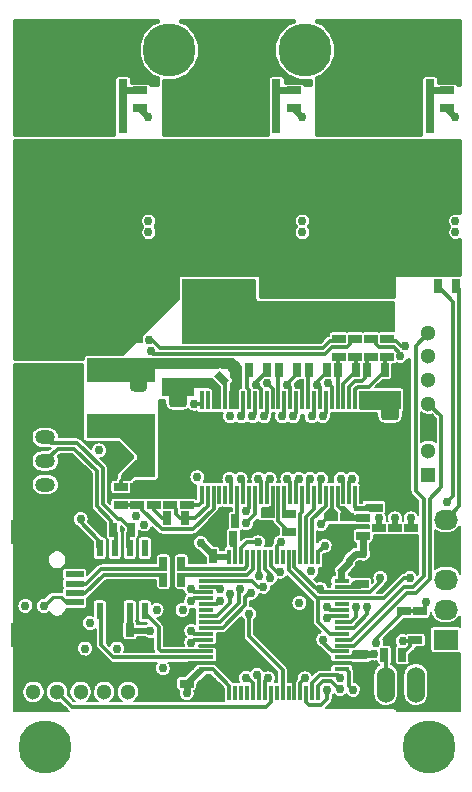
<source format=gtl>
G04 #@! TF.FileFunction,Copper,L1,Top,Signal*
%FSLAX46Y46*%
G04 Gerber Fmt 4.6, Leading zero omitted, Abs format (unit mm)*
G04 Created by KiCad (PCBNEW (2015-12-03 BZR 6346, Git b04f18b)-product) date 10.01.2016 19:55:33*
%MOMM*%
G01*
G04 APERTURE LIST*
%ADD10C,0.150000*%
%ADD11C,4.500000*%
%ADD12R,1.300000X1.300000*%
%ADD13C,1.300000*%
%ADD14R,1.143000X0.635000*%
%ADD15R,0.300000X1.300480*%
%ADD16R,1.300480X0.300000*%
%ADD17R,1.699260X1.198880*%
%ADD18O,1.699260X1.198880*%
%ADD19R,0.635000X1.143000*%
%ADD20R,0.599440X1.399540*%
%ADD21R,2.032000X1.727200*%
%ADD22O,2.032000X1.727200*%
%ADD23R,5.000000X4.000000*%
%ADD24O,1.524000X3.048000*%
%ADD25R,1.849120X5.499100*%
%ADD26R,1.500000X0.500000*%
%ADD27R,2.200000X2.400000*%
%ADD28R,2.200000X2.000000*%
%ADD29R,2.692400X1.600200*%
%ADD30R,1.600200X2.692400*%
%ADD31R,0.300000X1.550000*%
%ADD32R,7.000000X3.590000*%
%ADD33R,10.800000X9.400000*%
%ADD34R,0.800000X4.600000*%
%ADD35R,5.800000X2.000000*%
%ADD36C,0.750000*%
%ADD37C,0.800000*%
%ADD38C,0.300000*%
%ADD39C,0.600000*%
%ADD40C,0.800000*%
%ADD41C,0.290000*%
%ADD42C,0.500000*%
%ADD43C,0.400000*%
%ADD44C,0.200000*%
G04 APERTURE END LIST*
D10*
D11*
X116725000Y-146900000D03*
X84225000Y-146900000D03*
X106225000Y-87900000D03*
X94725000Y-87900000D03*
D12*
X93250000Y-142275000D03*
D13*
X89250000Y-142275000D03*
X91250000Y-142275000D03*
X87250000Y-142275000D03*
X85250000Y-142275000D03*
X83250000Y-142275000D03*
D12*
X116700000Y-123870000D03*
D13*
X116700000Y-119870000D03*
X116700000Y-121870000D03*
X116700000Y-117870000D03*
X116700000Y-115870000D03*
X116700000Y-113870000D03*
X116700000Y-111870000D03*
D14*
X90650000Y-124913000D03*
X90650000Y-126437000D03*
D15*
X101350000Y-142350560D03*
X101850000Y-142350560D03*
X102350000Y-142350560D03*
X102850000Y-142350560D03*
X103350000Y-142350560D03*
X99850000Y-142350560D03*
X100350000Y-142350560D03*
X100850000Y-142350560D03*
D16*
X109350560Y-140350000D03*
X109350560Y-139850000D03*
X109350560Y-139350000D03*
X109350560Y-138850000D03*
X109350560Y-138350000D03*
X109350560Y-137850000D03*
X109350560Y-137350000D03*
X109350560Y-136850000D03*
D15*
X107350000Y-130849440D03*
X106850000Y-130849440D03*
X106350000Y-130849440D03*
X105850000Y-130849440D03*
X105350000Y-130849440D03*
X104850000Y-130849440D03*
X104350000Y-130849440D03*
X103850000Y-130849440D03*
D16*
X97849440Y-132850000D03*
X97849440Y-133350000D03*
X97849440Y-133850000D03*
X97849440Y-134350000D03*
X97849440Y-134850000D03*
X97849440Y-135350000D03*
X97849440Y-135850000D03*
X97849440Y-136350000D03*
D15*
X103850000Y-142350560D03*
X104350000Y-142350560D03*
X104850000Y-142350560D03*
D16*
X109350560Y-136350000D03*
X109350560Y-135850000D03*
X109350560Y-135350000D03*
D15*
X103350000Y-130849440D03*
X102850000Y-130849440D03*
X102350000Y-130849440D03*
D16*
X97849440Y-136850000D03*
X97849440Y-137350000D03*
X97849440Y-137850000D03*
D15*
X105350000Y-142350560D03*
X105850000Y-142350560D03*
X106350000Y-142350560D03*
X106850000Y-142350560D03*
X107350000Y-142350560D03*
D16*
X109350560Y-134850000D03*
X109350560Y-134350000D03*
X109350560Y-133850000D03*
X109350560Y-133350000D03*
X109350560Y-132850000D03*
D15*
X101850000Y-130849440D03*
X101350000Y-130849440D03*
X100850000Y-130849440D03*
X100350000Y-130849440D03*
X99850000Y-130849440D03*
D16*
X97849440Y-138350000D03*
X97849440Y-138850000D03*
X97849440Y-139350000D03*
X97849440Y-139850000D03*
X97849440Y-140350000D03*
D17*
X84250000Y-118725000D03*
D18*
X84250000Y-122725000D03*
X84250000Y-120725000D03*
X84250000Y-124725000D03*
D19*
X100187000Y-129275000D03*
X98663000Y-129275000D03*
D20*
X88870000Y-130108000D03*
X88870000Y-135442000D03*
X90140000Y-130108000D03*
X91410000Y-130108000D03*
X92680000Y-130108000D03*
X90140000Y-135442000D03*
X91410000Y-135442000D03*
X92680000Y-135442000D03*
D19*
X94588000Y-127575000D03*
X96112000Y-127575000D03*
D21*
X118175000Y-137840000D03*
D22*
X118175000Y-135300000D03*
X118175000Y-132760000D03*
X118175000Y-130220000D03*
X118175000Y-127680000D03*
D23*
X113000000Y-87800000D03*
D24*
X113095000Y-141650000D03*
X115635000Y-141650000D03*
X118175000Y-141650000D03*
D25*
X96725560Y-110050000D03*
X91574440Y-110050000D03*
D23*
X100000000Y-87800000D03*
X87000000Y-87800000D03*
D14*
X115600000Y-139412000D03*
X115600000Y-137888000D03*
X110975000Y-140562000D03*
X110975000Y-139038000D03*
D10*
G36*
X107882567Y-130865790D02*
X108690790Y-130057567D01*
X109139803Y-130506580D01*
X108331580Y-131314803D01*
X107882567Y-130865790D01*
X107882567Y-130865790D01*
G37*
G36*
X108960197Y-131943420D02*
X109768420Y-131135197D01*
X110217433Y-131584210D01*
X109409210Y-132392433D01*
X108960197Y-131943420D01*
X108960197Y-131943420D01*
G37*
D19*
X96938000Y-130775000D03*
X98462000Y-130775000D03*
D14*
X96225000Y-140038000D03*
X96225000Y-141562000D03*
X111075000Y-133162000D03*
X111075000Y-131638000D03*
X103075000Y-127188000D03*
X103075000Y-128712000D03*
X94850000Y-124913000D03*
X94850000Y-126437000D03*
X108475000Y-128987000D03*
X108475000Y-127463000D03*
X93450000Y-124913000D03*
X93450000Y-126437000D03*
X104925000Y-128712000D03*
X104925000Y-127188000D03*
X112250000Y-125138000D03*
X112250000Y-126662000D03*
D10*
G36*
X100109210Y-114007567D02*
X100917433Y-114815790D01*
X100468420Y-115264803D01*
X99660197Y-114456580D01*
X100109210Y-114007567D01*
X100109210Y-114007567D01*
G37*
G36*
X99031580Y-115085197D02*
X99839803Y-115893420D01*
X99390790Y-116342433D01*
X98582567Y-115534210D01*
X99031580Y-115085197D01*
X99031580Y-115085197D01*
G37*
D19*
X102987000Y-115000000D03*
X101463000Y-115000000D03*
X105562000Y-115000000D03*
X104038000Y-115000000D03*
X108137000Y-115000000D03*
X106613000Y-115000000D03*
X109063000Y-115000000D03*
X110587000Y-115000000D03*
X112987000Y-115000000D03*
X111463000Y-115000000D03*
D14*
X114650000Y-135463000D03*
X114650000Y-136987000D03*
D19*
X91412000Y-137025000D03*
X89888000Y-137025000D03*
X119037000Y-107875000D03*
X117513000Y-107875000D03*
D14*
X116000000Y-135463000D03*
X116000000Y-136987000D03*
D19*
X114487000Y-139150000D03*
X112963000Y-139150000D03*
D14*
X92050000Y-126437000D03*
X92050000Y-124913000D03*
D19*
X100337000Y-127825000D03*
X98813000Y-127825000D03*
D14*
X96250000Y-124913000D03*
X96250000Y-126437000D03*
X118300000Y-91338000D03*
X118300000Y-92862000D03*
X105300000Y-91338000D03*
X105300000Y-92862000D03*
X92300000Y-91338000D03*
X92300000Y-92862000D03*
X109125000Y-112363000D03*
X109125000Y-113887000D03*
X110475000Y-112363000D03*
X110475000Y-113887000D03*
X111825000Y-112363000D03*
X111825000Y-113887000D03*
X113175000Y-112363000D03*
X113175000Y-113887000D03*
D19*
X95787000Y-132775000D03*
X94263000Y-132775000D03*
X95787000Y-131425000D03*
X94263000Y-131425000D03*
X90013000Y-128525000D03*
X91537000Y-128525000D03*
D26*
X86750000Y-134700000D03*
X86750000Y-133900000D03*
X86750000Y-133100000D03*
X86750000Y-132300000D03*
X86750000Y-131500000D03*
D27*
X85550000Y-128550000D03*
X85550000Y-137650000D03*
D28*
X82475000Y-128750000D03*
X82475000Y-137450000D03*
D29*
X109600000Y-110947000D03*
X109600000Y-108153000D03*
X103700000Y-110947000D03*
X103700000Y-108153000D03*
X106650000Y-110947000D03*
X106650000Y-108153000D03*
X95500000Y-119272000D03*
X95500000Y-116478000D03*
X113000000Y-117578000D03*
X113000000Y-120372000D03*
X112550000Y-108153000D03*
X112550000Y-110947000D03*
D14*
X109825000Y-129012000D03*
X109825000Y-127488000D03*
D30*
X92753000Y-122750000D03*
X95547000Y-122750000D03*
D14*
X115225000Y-129912000D03*
X115225000Y-128388000D03*
X113875000Y-129912000D03*
X113875000Y-128388000D03*
X112525000Y-129912000D03*
X112525000Y-128388000D03*
X111175000Y-129037000D03*
X111175000Y-127513000D03*
D31*
X106500000Y-117600000D03*
X106000000Y-117600000D03*
X105500000Y-117600000D03*
X105000000Y-117600000D03*
X104500000Y-117600000D03*
X104000000Y-117600000D03*
X103500000Y-117600000D03*
X103000000Y-117600000D03*
X102500000Y-117600000D03*
X102000000Y-117600000D03*
X101500000Y-117600000D03*
X111000000Y-117600000D03*
X110500000Y-117600000D03*
X110000000Y-117600000D03*
X105500000Y-125600000D03*
X109000000Y-117600000D03*
X108500000Y-117600000D03*
X108000000Y-117600000D03*
X107500000Y-117600000D03*
X107000000Y-117600000D03*
X103000000Y-125600000D03*
X103500000Y-125600000D03*
X104000000Y-125600000D03*
X104500000Y-125600000D03*
X105000000Y-125600000D03*
X109500000Y-117600000D03*
X106000000Y-125600000D03*
X106500000Y-125600000D03*
X107000000Y-125600000D03*
X107500000Y-125600000D03*
X108000000Y-125600000D03*
X108500000Y-125600000D03*
X109000000Y-125600000D03*
X97500000Y-125600000D03*
X98000000Y-125600000D03*
X98500000Y-125600000D03*
X99000000Y-125600000D03*
X99500000Y-125600000D03*
X100000000Y-125600000D03*
X100500000Y-125600000D03*
X101000000Y-125600000D03*
X101500000Y-125600000D03*
X102000000Y-125600000D03*
X102500000Y-125600000D03*
X109500000Y-125600000D03*
X110000000Y-125600000D03*
X110500000Y-125600000D03*
X111000000Y-125600000D03*
X101000000Y-117600000D03*
X100500000Y-117600000D03*
X100000000Y-117600000D03*
X99500000Y-117600000D03*
X99000000Y-117600000D03*
X98500000Y-117600000D03*
X98000000Y-117600000D03*
X97500000Y-117600000D03*
D32*
X104250000Y-121600000D03*
D33*
X87000000Y-101850000D03*
D34*
X90810000Y-92700000D03*
X89540000Y-92700000D03*
X88270000Y-92700000D03*
X85730000Y-92700000D03*
X84460000Y-92700000D03*
X83190000Y-92700000D03*
D33*
X100000000Y-101850000D03*
D34*
X103810000Y-92700000D03*
X102540000Y-92700000D03*
X101270000Y-92700000D03*
X98730000Y-92700000D03*
X97460000Y-92700000D03*
X96190000Y-92700000D03*
D33*
X113000000Y-101850000D03*
D34*
X116810000Y-92700000D03*
X115540000Y-92700000D03*
X114270000Y-92700000D03*
X111730000Y-92700000D03*
X110460000Y-92700000D03*
X109190000Y-92700000D03*
D35*
X90650000Y-115000000D03*
X90650000Y-119800000D03*
D36*
X97125000Y-124100000D03*
X82575000Y-135000000D03*
X91000000Y-124100000D03*
X93675000Y-135350000D03*
X114825000Y-115525000D03*
X114075000Y-115525000D03*
X111625000Y-123950000D03*
X111250000Y-123300000D03*
X110500000Y-123300000D03*
X109750000Y-123300000D03*
X108250000Y-123300000D03*
X109000000Y-123300000D03*
X110875000Y-122650000D03*
X110125000Y-122650000D03*
X108625000Y-122650000D03*
X109375000Y-122650000D03*
X109750000Y-122000000D03*
X108250000Y-122000000D03*
X109000000Y-122000000D03*
X98375000Y-123950000D03*
X98000000Y-123300000D03*
X98750000Y-123300000D03*
X99500000Y-123300000D03*
X100250000Y-123300000D03*
X99875000Y-122650000D03*
X99125000Y-122650000D03*
X97625000Y-122650000D03*
X98375000Y-122650000D03*
X98000000Y-122000000D03*
X98750000Y-122000000D03*
X99500000Y-122000000D03*
X100250000Y-122000000D03*
X94900000Y-120575000D03*
X94150000Y-120575000D03*
X90625000Y-121725000D03*
X90625000Y-122525000D03*
X87750000Y-124650000D03*
X87750000Y-123850000D03*
X114450000Y-116175000D03*
X113700000Y-116175000D03*
X114400000Y-122475000D03*
X112950000Y-116175000D03*
X112100000Y-139975000D03*
X88225000Y-137800000D03*
X98475000Y-141450000D03*
X86725000Y-135950000D03*
X85925000Y-135950000D03*
X112150000Y-131625000D03*
X112625000Y-130725000D03*
X115125000Y-130725000D03*
X113575000Y-138075000D03*
X109150000Y-129800000D03*
X114400000Y-121675000D03*
X113600000Y-121675000D03*
X93600000Y-130325000D03*
X92976691Y-133125928D03*
X94650000Y-136975000D03*
X95150000Y-140100000D03*
X90700000Y-134300000D03*
X85025000Y-126275000D03*
X87075000Y-126675000D03*
X87075000Y-125875000D03*
X105225000Y-141150000D03*
X96125000Y-130275000D03*
X97850000Y-128800000D03*
X104000000Y-134200000D03*
X103225000Y-129550000D03*
X102925000Y-137750000D03*
X100075000Y-137100000D03*
X108225000Y-139850000D03*
X98975000Y-139850000D03*
X109600000Y-118950000D03*
X108800000Y-118950000D03*
D37*
X98400000Y-108025000D03*
X101600000Y-108025000D03*
X100800000Y-108025000D03*
X100000000Y-108025000D03*
X99200000Y-108025000D03*
X98800000Y-108700000D03*
X99600000Y-108700000D03*
X100400000Y-108700000D03*
X101200000Y-108700000D03*
X101600000Y-109375000D03*
X100800000Y-109375000D03*
X98400000Y-109375000D03*
X99200000Y-109375000D03*
X100000000Y-109375000D03*
X101200000Y-110050000D03*
X100400000Y-110050000D03*
X99600000Y-110050000D03*
X98800000Y-110050000D03*
X98400000Y-110725000D03*
X99200000Y-110725000D03*
X101600000Y-110725000D03*
X100800000Y-110725000D03*
X100000000Y-110725000D03*
X98800000Y-111400000D03*
X99600000Y-111400000D03*
X101200000Y-111400000D03*
X100400000Y-111400000D03*
X98400000Y-112075000D03*
X99200000Y-112075000D03*
X100000000Y-112075000D03*
X100800000Y-112075000D03*
X101600000Y-112075000D03*
D36*
X94150000Y-121500000D03*
X94150000Y-122250000D03*
X94150000Y-123000000D03*
X105975000Y-102375000D03*
X105750000Y-116250000D03*
X103100000Y-141125000D03*
X101250000Y-141100000D03*
X107600000Y-128075000D03*
X91800000Y-116500000D03*
X92550000Y-116500000D03*
X102175000Y-140825000D03*
X84125000Y-135000000D03*
X106775000Y-132075000D03*
X102700000Y-133375000D03*
X102275000Y-129600000D03*
X99900000Y-118950000D03*
X91925000Y-127350000D03*
X94200000Y-140275000D03*
X111175000Y-130575000D03*
X88050000Y-136450000D03*
X105775000Y-134750000D03*
X97425000Y-129650000D03*
X96225000Y-142375000D03*
X112050000Y-139025000D03*
X85175000Y-109675000D03*
X85175000Y-111025000D03*
X85175000Y-112375000D03*
X85175000Y-113725000D03*
X82025000Y-113725000D03*
X82025000Y-112375000D03*
X82025000Y-111025000D03*
X82025000Y-109675000D03*
X95900000Y-117775000D03*
X95100000Y-117775000D03*
X113050000Y-118875000D03*
X113850000Y-118875000D03*
D37*
X83600000Y-113725000D03*
X84400000Y-109675000D03*
X83600000Y-109675000D03*
X82800000Y-109675000D03*
X82400000Y-110350000D03*
X84800000Y-110350000D03*
X84000000Y-110350000D03*
X83200000Y-110350000D03*
X84400000Y-111025000D03*
X83600000Y-111025000D03*
X82800000Y-111025000D03*
X82800000Y-113725000D03*
X84400000Y-113725000D03*
X84800000Y-113050000D03*
X84000000Y-113050000D03*
X82400000Y-113050000D03*
X83200000Y-113050000D03*
X84400000Y-112375000D03*
X83600000Y-112375000D03*
X82800000Y-112375000D03*
X82400000Y-111700000D03*
X84800000Y-111700000D03*
X84000000Y-111700000D03*
X83200000Y-111700000D03*
D36*
X88800000Y-121825000D03*
X92625000Y-128100000D03*
X95875000Y-135350000D03*
X101500000Y-135675000D03*
X114525000Y-137975000D03*
X102100000Y-116250000D03*
D37*
X89000000Y-89500000D03*
X88200000Y-89500000D03*
X87400000Y-89500000D03*
X86600000Y-89500000D03*
X85800000Y-89500000D03*
X85000000Y-89500000D03*
X85000000Y-88700000D03*
X85000000Y-87900000D03*
X85000000Y-87100000D03*
X85000000Y-86300000D03*
X85800000Y-86300000D03*
X85800000Y-87100000D03*
X85800000Y-87900000D03*
X85800000Y-88700000D03*
X89000000Y-88700000D03*
X89000000Y-87900000D03*
X89000000Y-86300000D03*
X89000000Y-87100000D03*
X86600000Y-88700000D03*
X86600000Y-87900000D03*
X86600000Y-87100000D03*
X86600000Y-86300000D03*
X87400000Y-86300000D03*
X87400000Y-87100000D03*
X87400000Y-87900000D03*
X87400000Y-88700000D03*
X88200000Y-88700000D03*
X88200000Y-87900000D03*
X88200000Y-87100000D03*
X88200000Y-86300000D03*
D36*
X104750000Y-116250000D03*
D37*
X102000000Y-89500000D03*
X101200000Y-89500000D03*
X100400000Y-89500000D03*
X99600000Y-89500000D03*
X98800000Y-89500000D03*
X98000000Y-89500000D03*
X98000000Y-88700000D03*
X98000000Y-87900000D03*
X98000000Y-87100000D03*
X98000000Y-86300000D03*
X98800000Y-86300000D03*
X98800000Y-87100000D03*
X98800000Y-87900000D03*
X98800000Y-88700000D03*
X99600000Y-88700000D03*
X99600000Y-87900000D03*
X99600000Y-87100000D03*
X99600000Y-86300000D03*
X101200000Y-86300000D03*
X102000000Y-86300000D03*
X102000000Y-87100000D03*
X101200000Y-87100000D03*
X101200000Y-87900000D03*
X102000000Y-87900000D03*
X102000000Y-88700000D03*
X101200000Y-88700000D03*
X100400000Y-88700000D03*
X100400000Y-87900000D03*
X100400000Y-87100000D03*
X100400000Y-86300000D03*
D36*
X107250000Y-116250000D03*
D37*
X115000000Y-89500000D03*
X114200000Y-89500000D03*
X113400000Y-89500000D03*
X112600000Y-89500000D03*
X111800000Y-89500000D03*
X111000000Y-89500000D03*
X111000000Y-86300000D03*
X111000000Y-87100000D03*
X111000000Y-87900000D03*
X111000000Y-88700000D03*
X111800000Y-88700000D03*
X111800000Y-87900000D03*
X111800000Y-87100000D03*
X111800000Y-86300000D03*
X112600000Y-86300000D03*
X112600000Y-87100000D03*
X112600000Y-87900000D03*
X112600000Y-88700000D03*
X115000000Y-88700000D03*
X115000000Y-87900000D03*
X115000000Y-87100000D03*
X115000000Y-86300000D03*
X114200000Y-86300000D03*
X114200000Y-87100000D03*
X114200000Y-87900000D03*
X114200000Y-88700000D03*
X113400000Y-88700000D03*
X113400000Y-87900000D03*
X113400000Y-87100000D03*
X113400000Y-86300000D03*
D36*
X92975000Y-102375000D03*
X103050000Y-116150000D03*
X108200000Y-116150000D03*
X118975000Y-102375000D03*
X109225000Y-142025000D03*
X115225000Y-127575000D03*
X109225000Y-141075000D03*
X113875000Y-127575000D03*
X101800000Y-118950000D03*
X92975000Y-93562000D03*
X102750000Y-118950000D03*
X92975000Y-103338000D03*
X108125000Y-142100000D03*
X112525000Y-127575000D03*
X104300000Y-118950000D03*
X105975000Y-93562000D03*
X105250000Y-118950000D03*
X105975000Y-103338000D03*
X106800000Y-118950000D03*
X118975000Y-93562000D03*
X107750000Y-118950000D03*
X118975000Y-103338000D03*
X93075000Y-112475000D03*
X93175000Y-113425000D03*
X114325000Y-113825000D03*
X114750000Y-112975000D03*
X110225000Y-124250000D03*
X108125000Y-135100000D03*
X107900000Y-129900000D03*
X103250000Y-124250000D03*
X104750000Y-124250000D03*
X96625000Y-133600000D03*
X99075000Y-134550000D03*
X99850000Y-124250000D03*
X104125000Y-132100000D03*
X107600000Y-124250000D03*
X103300000Y-132625000D03*
X106650000Y-124250000D03*
X102350000Y-132425000D03*
X105700000Y-124250000D03*
X96625000Y-134600000D03*
X96625000Y-138100000D03*
X90325000Y-138600000D03*
X87625000Y-138600000D03*
X96625000Y-137100000D03*
X111525000Y-135125000D03*
X110575000Y-135125000D03*
X87250000Y-127625000D03*
X118275000Y-126225000D03*
X110300000Y-142100000D03*
X116475000Y-134650000D03*
X112275000Y-138100000D03*
X115125000Y-132625000D03*
X107800000Y-137850000D03*
X112625000Y-132625000D03*
X107550000Y-133575000D03*
X104175000Y-129600000D03*
X101700000Y-133875000D03*
X101250000Y-126950000D03*
X102300000Y-124250000D03*
X100850000Y-118950000D03*
X99075000Y-133600000D03*
X100800000Y-124250000D03*
X99925000Y-134025000D03*
X100775000Y-133600000D03*
X101250000Y-128000000D03*
X106250000Y-141125000D03*
X96850000Y-117875000D03*
X93100000Y-137100000D03*
X108125000Y-136050000D03*
X109275000Y-124250000D03*
D38*
X91000000Y-124100000D02*
X92350000Y-122750000D01*
X92350000Y-122750000D02*
X92753000Y-122750000D01*
X91000000Y-124100000D02*
X90650000Y-124450000D01*
X90650000Y-124450000D02*
X90650000Y-124913000D01*
X90650000Y-119800000D02*
X92753000Y-121903000D01*
X92753000Y-121903000D02*
X92753000Y-122750000D01*
X111625000Y-123950000D02*
X112250000Y-124575000D01*
X112250000Y-124575000D02*
X112250000Y-125138000D01*
X111450000Y-125600000D02*
X111912000Y-125138000D01*
X111912000Y-125138000D02*
X112250000Y-125138000D01*
X115600000Y-139412000D02*
X115937000Y-139412000D01*
X115937000Y-139412000D02*
X118175000Y-141650000D01*
X85550000Y-128550000D02*
X85025000Y-128025000D01*
X85025000Y-128025000D02*
X85025000Y-126275000D01*
X86750000Y-131500000D02*
X86750000Y-129750000D01*
X86750000Y-129750000D02*
X85550000Y-128550000D01*
X85550000Y-137650000D02*
X86725000Y-136475000D01*
X86725000Y-136475000D02*
X86725000Y-135950000D01*
X96250000Y-124913000D02*
X96250000Y-123453000D01*
X96250000Y-123453000D02*
X95547000Y-122750000D01*
X98650000Y-138350000D02*
X98975000Y-138675000D01*
X98975000Y-138675000D02*
X98975000Y-139850000D01*
X97849440Y-138350000D02*
X98650000Y-138350000D01*
X111000000Y-125600000D02*
X111450000Y-125600000D01*
X82475000Y-128750000D02*
X85350000Y-128750000D01*
X85350000Y-128750000D02*
X85550000Y-128550000D01*
X82475000Y-137450000D02*
X85350000Y-137450000D01*
X85350000Y-137450000D02*
X85550000Y-137650000D01*
X108250000Y-123300000D02*
X105950000Y-123300000D01*
X105950000Y-123300000D02*
X104250000Y-121600000D01*
X100250000Y-123300000D02*
X102550000Y-123300000D01*
X102550000Y-123300000D02*
X104250000Y-121600000D01*
X114450000Y-116175000D02*
X114875000Y-116600000D01*
X114875000Y-116600000D02*
X114875000Y-119250000D01*
X114875000Y-119250000D02*
X113753000Y-120372000D01*
X113753000Y-120372000D02*
X113000000Y-120372000D01*
X109600000Y-110947000D02*
X112550000Y-110947000D01*
X112100000Y-139975000D02*
X111513000Y-140562000D01*
X111513000Y-140562000D02*
X110975000Y-140562000D01*
X112150000Y-131625000D02*
X111113000Y-131625000D01*
X111113000Y-131625000D02*
X111075000Y-131663000D01*
X114463000Y-136987000D02*
X113575000Y-137875000D01*
X113575000Y-137875000D02*
X113575000Y-138075000D01*
X114650000Y-136987000D02*
X114463000Y-136987000D01*
X116000000Y-136987000D02*
X114650000Y-136987000D01*
X109825000Y-129125000D02*
X109825000Y-129012000D01*
X109150000Y-129800000D02*
X109825000Y-129125000D01*
X108511185Y-130686185D02*
X108511185Y-130438815D01*
X108511185Y-130438815D02*
X109150000Y-129800000D01*
X108475000Y-128987000D02*
X108475000Y-129125000D01*
X108475000Y-129125000D02*
X109150000Y-129800000D01*
X106650000Y-110947000D02*
X109600000Y-110947000D01*
X103700000Y-110947000D02*
X106650000Y-110947000D01*
X103700000Y-110947000D02*
X101822000Y-110947000D01*
X101822000Y-110947000D02*
X101600000Y-110725000D01*
X96725560Y-110100000D02*
X97775000Y-110100000D01*
X97775000Y-110100000D02*
X98400000Y-110725000D01*
X94850000Y-124913000D02*
X96250000Y-124913000D01*
X93450000Y-124913000D02*
X94850000Y-124913000D01*
X92050000Y-124913000D02*
X93450000Y-124913000D01*
D39*
X96225000Y-140038000D02*
X95212000Y-140038000D01*
X95212000Y-140038000D02*
X95150000Y-140100000D01*
D38*
X90700000Y-134300000D02*
X90140000Y-134860000D01*
X90140000Y-134860000D02*
X90140000Y-135442000D01*
X89888000Y-137025000D02*
X90140000Y-136773000D01*
X90140000Y-136773000D02*
X90140000Y-135442000D01*
X105225000Y-141150000D02*
X105350000Y-141275000D01*
X105350000Y-141275000D02*
X105350000Y-142350560D01*
X98663000Y-129275000D02*
X98325000Y-129275000D01*
X98325000Y-129275000D02*
X97850000Y-128800000D01*
X96938000Y-130775000D02*
X96438000Y-130275000D01*
X96438000Y-130275000D02*
X96125000Y-130275000D01*
X98663000Y-129275000D02*
X98663000Y-127975000D01*
X98663000Y-127975000D02*
X98813000Y-127825000D01*
X103075000Y-128712000D02*
X103075000Y-129400000D01*
X103075000Y-129400000D02*
X103225000Y-129550000D01*
X110150000Y-139850000D02*
X110862000Y-140562000D01*
X110862000Y-140562000D02*
X110975000Y-140562000D01*
X109350560Y-139850000D02*
X110150000Y-139850000D01*
X109350560Y-139850000D02*
X108225000Y-139850000D01*
X97849440Y-139850000D02*
X98975000Y-139850000D01*
X96225000Y-140038000D02*
X96413000Y-139850000D01*
X96413000Y-139850000D02*
X97849440Y-139850000D01*
X108800000Y-118950000D02*
X107750000Y-120000000D01*
X107750000Y-120000000D02*
X105850000Y-120000000D01*
X105850000Y-120000000D02*
X104250000Y-121600000D01*
X95547000Y-122750000D02*
X95047000Y-122250000D01*
X95047000Y-122250000D02*
X94150000Y-122250000D01*
X106000000Y-117600000D02*
X106000000Y-116500000D01*
X106000000Y-116500000D02*
X105750000Y-116250000D01*
X103100000Y-141125000D02*
X102850000Y-141375000D01*
X102850000Y-141375000D02*
X102850000Y-142350560D01*
X101850000Y-141550000D02*
X101850000Y-142350560D01*
X101250000Y-141100000D02*
X101400000Y-141100000D01*
X101400000Y-141100000D02*
X101850000Y-141550000D01*
X109350560Y-133350000D02*
X110887000Y-133350000D01*
X110887000Y-133350000D02*
X111075000Y-133162000D01*
X100350000Y-130849440D02*
X100350000Y-129438000D01*
X100350000Y-129438000D02*
X100187000Y-129275000D01*
X103050000Y-127188000D02*
X103262000Y-127188000D01*
X103262000Y-127188000D02*
X103500000Y-126950000D01*
X103500000Y-125600000D02*
X103500000Y-126950000D01*
X94850000Y-126437000D02*
X94962000Y-126437000D01*
X94962000Y-126437000D02*
X95325000Y-126800000D01*
X95325000Y-126800000D02*
X95325000Y-127225000D01*
X95325000Y-127225000D02*
X95675000Y-127575000D01*
X95675000Y-127575000D02*
X96112000Y-127575000D01*
X96062000Y-127575000D02*
X96950000Y-127575000D01*
X98000000Y-126525000D02*
X96950000Y-127575000D01*
X98000000Y-125600000D02*
X98000000Y-126525000D01*
X107600000Y-128075000D02*
X108212000Y-127463000D01*
X108212000Y-127463000D02*
X108475000Y-127463000D01*
X108500000Y-125600000D02*
X108500000Y-127438000D01*
X108500000Y-127438000D02*
X108475000Y-127463000D01*
X93450000Y-126437000D02*
X93450000Y-126875000D01*
X93450000Y-126875000D02*
X94150000Y-127575000D01*
X94150000Y-127575000D02*
X94613000Y-127575000D01*
X104000000Y-125600000D02*
X104000000Y-127825000D01*
X104000000Y-127825000D02*
X104887000Y-128712000D01*
X104887000Y-128712000D02*
X104925000Y-128712000D01*
X104925000Y-127188000D02*
X104738000Y-127188000D01*
X104738000Y-127188000D02*
X104500000Y-126950000D01*
X104500000Y-125600000D02*
X104500000Y-126950000D01*
X110625000Y-126725000D02*
X112187000Y-126725000D01*
X112187000Y-126725000D02*
X112250000Y-126662000D01*
X110500000Y-126600000D02*
X110625000Y-126725000D01*
X110500000Y-126600000D02*
X110500000Y-125600000D01*
X90650000Y-115000000D02*
X91800000Y-116150000D01*
X91800000Y-116150000D02*
X91800000Y-116500000D01*
D40*
X100077630Y-114425000D02*
X91225000Y-114425000D01*
X91225000Y-114425000D02*
X90650000Y-115000000D01*
X100288815Y-114636185D02*
X100077630Y-114425000D01*
X100475000Y-114822370D02*
X100288815Y-114636185D01*
X100250000Y-117600000D02*
X100250000Y-116531457D01*
X100250000Y-116531457D02*
X100475000Y-116306457D01*
X100475000Y-116306457D02*
X100475000Y-114822370D01*
D38*
X100250000Y-117600000D02*
X100500000Y-117600000D01*
X100000000Y-117600000D02*
X100250000Y-117600000D01*
X99500000Y-117600000D02*
X99500000Y-116002630D01*
X99500000Y-116002630D02*
X99211185Y-115713815D01*
X101350000Y-116525000D02*
X101350000Y-115113000D01*
X101350000Y-115113000D02*
X101463000Y-115000000D01*
X101500000Y-116675000D02*
X101350000Y-116525000D01*
X101500000Y-117600000D02*
X101500000Y-116675000D01*
X104000000Y-117600000D02*
X104000000Y-115038000D01*
X104000000Y-115038000D02*
X104038000Y-115000000D01*
X106500000Y-117600000D02*
X106500000Y-115113000D01*
X106500000Y-115113000D02*
X106613000Y-115000000D01*
X109063000Y-115000000D02*
X109063000Y-113974000D01*
X109063000Y-113974000D02*
X109125000Y-113912000D01*
X109000000Y-117600000D02*
X109000000Y-115063000D01*
X109000000Y-115063000D02*
X109063000Y-115000000D01*
X110587000Y-115000000D02*
X110587000Y-114024000D01*
X110587000Y-114024000D02*
X110475000Y-113912000D01*
X109500000Y-117600000D02*
X109500000Y-116200000D01*
X109500000Y-116200000D02*
X110587000Y-115113000D01*
X110587000Y-115113000D02*
X110587000Y-115000000D01*
X112987000Y-115000000D02*
X112987000Y-114100000D01*
X112987000Y-114100000D02*
X113175000Y-113912000D01*
X110500000Y-117600000D02*
X110500000Y-116650000D01*
X110500000Y-116650000D02*
X110725000Y-116425000D01*
X110725000Y-116425000D02*
X111625000Y-116425000D01*
X111625000Y-116425000D02*
X112987000Y-115063000D01*
X112987000Y-115063000D02*
X112987000Y-115000000D01*
X111463000Y-115000000D02*
X111463000Y-114274000D01*
X111463000Y-114274000D02*
X111825000Y-113912000D01*
X111300000Y-115675000D02*
X111300000Y-115163000D01*
X111300000Y-115163000D02*
X111463000Y-115000000D01*
X111050000Y-115925000D02*
X111300000Y-115675000D01*
X110500000Y-115925000D02*
X111050000Y-115925000D01*
X110000000Y-116425000D02*
X110500000Y-115925000D01*
X110000000Y-117600000D02*
X110000000Y-116425000D01*
X102175000Y-140825000D02*
X102350000Y-141000000D01*
X102350000Y-141000000D02*
X102350000Y-142350560D01*
X113095000Y-141650000D02*
X113095000Y-139282000D01*
X113095000Y-139282000D02*
X112963000Y-139150000D01*
D39*
X116810000Y-92700000D02*
X116810000Y-91338000D01*
X116810000Y-91338000D02*
X118300000Y-91338000D01*
X103810000Y-92700000D02*
X103810000Y-91338000D01*
X103810000Y-91338000D02*
X105300000Y-91338000D01*
X90810000Y-92700000D02*
X90810000Y-91338000D01*
X90810000Y-91338000D02*
X92300000Y-91338000D01*
D38*
X92050000Y-126437000D02*
X92137000Y-126437000D01*
X92137000Y-126437000D02*
X92475000Y-126775000D01*
X92475000Y-126775000D02*
X92475000Y-126850000D01*
X92475000Y-126850000D02*
X94125000Y-128500000D01*
X94125000Y-128500000D02*
X96750000Y-128500000D01*
X96750000Y-128500000D02*
X98500000Y-126750000D01*
X98500000Y-126750000D02*
X98500000Y-125600000D01*
X92050000Y-126437000D02*
X90650000Y-126437000D01*
X100500000Y-125600000D02*
X100500000Y-127662000D01*
X100500000Y-127662000D02*
X100337000Y-127825000D01*
X97288000Y-126437000D02*
X97500000Y-126225000D01*
X97500000Y-126225000D02*
X97500000Y-125600000D01*
X96250000Y-126437000D02*
X97288000Y-126437000D01*
D41*
X85600000Y-134250000D02*
X84875000Y-134250000D01*
X84875000Y-134250000D02*
X84125000Y-135000000D01*
X86050000Y-134700000D02*
X85600000Y-134250000D01*
X86750000Y-134700000D02*
X86050000Y-134700000D01*
D38*
X102700000Y-133375000D02*
X102250000Y-133375000D01*
X102250000Y-133375000D02*
X101725000Y-132850000D01*
X101725000Y-132850000D02*
X101225000Y-132850000D01*
X101225000Y-132850000D02*
X97849440Y-132850000D01*
X100850000Y-130050000D02*
X101300000Y-129600000D01*
X101300000Y-129600000D02*
X102275000Y-129600000D01*
X100850000Y-130050000D02*
X100850000Y-130849440D01*
X118175000Y-127680000D02*
X119300000Y-126555000D01*
X119300000Y-126555000D02*
X119300000Y-108138000D01*
X119300000Y-108138000D02*
X119037000Y-107875000D01*
D39*
X111175000Y-130575000D02*
X110525000Y-130575000D01*
X110525000Y-130575000D02*
X110000000Y-131100000D01*
X110000000Y-131100000D02*
X110000000Y-131352630D01*
X110000000Y-131352630D02*
X109588815Y-131763815D01*
X111175000Y-129037000D02*
X111175000Y-130575000D01*
D38*
X98462000Y-130775000D02*
X98536440Y-130849440D01*
X98536440Y-130849440D02*
X99850000Y-130849440D01*
X109588815Y-131763815D02*
X109350560Y-132002070D01*
X109350560Y-132002070D02*
X109350560Y-132850000D01*
X96288000Y-141562000D02*
X97500000Y-140350000D01*
X97500000Y-140350000D02*
X97849440Y-140350000D01*
X96225000Y-141562000D02*
X96288000Y-141562000D01*
D39*
X98462000Y-130775000D02*
X98462000Y-130687000D01*
X98462000Y-130687000D02*
X97425000Y-129650000D01*
X96225000Y-141562000D02*
X96225000Y-142375000D01*
X110975000Y-139038000D02*
X112037000Y-139038000D01*
X112037000Y-139038000D02*
X112050000Y-139025000D01*
D38*
X98425000Y-140350000D02*
X99850000Y-141775000D01*
X99850000Y-141775000D02*
X99850000Y-142350560D01*
X97849440Y-140350000D02*
X98425000Y-140350000D01*
X109350560Y-139350000D02*
X110200000Y-139350000D01*
X110200000Y-139350000D02*
X110512000Y-139038000D01*
X110512000Y-139038000D02*
X110975000Y-139038000D01*
X85175000Y-109675000D02*
X85550000Y-110050000D01*
X85550000Y-110050000D02*
X91574440Y-110050000D01*
X112550000Y-108153000D02*
X113000000Y-107703000D01*
X113000000Y-107703000D02*
X113000000Y-101850000D01*
X109600000Y-108153000D02*
X112550000Y-108153000D01*
X103700000Y-108153000D02*
X100000000Y-104453000D01*
X100000000Y-104453000D02*
X100000000Y-101850000D01*
X106650000Y-108153000D02*
X109600000Y-108153000D01*
X103700000Y-108153000D02*
X106650000Y-108153000D01*
X87225000Y-101625000D02*
X112775000Y-101625000D01*
X112775000Y-101625000D02*
X113000000Y-101850000D01*
X87000000Y-101850000D02*
X87225000Y-101625000D01*
X113000000Y-117578000D02*
X111022000Y-117578000D01*
X111022000Y-117578000D02*
X111000000Y-117600000D01*
X113050000Y-118875000D02*
X113000000Y-118825000D01*
X113000000Y-118825000D02*
X113000000Y-117578000D01*
X113850000Y-118875000D02*
X113050000Y-118875000D01*
D40*
X98750000Y-117600000D02*
X98750000Y-116575000D01*
X98750000Y-116575000D02*
X98275000Y-116100000D01*
X98275000Y-116100000D02*
X95878000Y-116100000D01*
X95878000Y-116100000D02*
X95500000Y-116478000D01*
D38*
X95500000Y-117375000D02*
X95900000Y-117775000D01*
X95500000Y-116478000D02*
X95500000Y-117375000D01*
X95500000Y-117375000D02*
X95100000Y-117775000D01*
X87000000Y-101850000D02*
X83600000Y-105250000D01*
X83600000Y-105250000D02*
X83600000Y-109675000D01*
X98750000Y-117600000D02*
X99000000Y-117600000D01*
X98500000Y-117600000D02*
X98750000Y-117600000D01*
X101500000Y-135675000D02*
X101500000Y-137575000D01*
X101500000Y-137575000D02*
X104350000Y-140425000D01*
X104350000Y-140425000D02*
X104350000Y-142350560D01*
X115175000Y-138200000D02*
X115487000Y-137888000D01*
X115487000Y-137888000D02*
X115600000Y-137888000D01*
X115175000Y-138400000D02*
X115175000Y-138200000D01*
X114487000Y-139088000D02*
X115175000Y-138400000D01*
X114487000Y-139150000D02*
X114487000Y-139088000D01*
X115600000Y-137888000D02*
X115513000Y-137975000D01*
X115513000Y-137975000D02*
X114525000Y-137975000D01*
X84460000Y-92700000D02*
X84460000Y-90040000D01*
X84460000Y-90040000D02*
X85000000Y-89500000D01*
X88270000Y-92700000D02*
X89540000Y-92700000D01*
X85730000Y-92700000D02*
X88270000Y-92700000D01*
X84460000Y-92700000D02*
X85730000Y-92700000D01*
X83190000Y-92700000D02*
X84460000Y-92700000D01*
X102100000Y-116050000D02*
X102987000Y-115163000D01*
X102987000Y-115163000D02*
X102987000Y-115000000D01*
X102100000Y-116250000D02*
X102100000Y-116050000D01*
X102100000Y-116250000D02*
X102500000Y-116650000D01*
X102500000Y-116650000D02*
X102500000Y-117600000D01*
X97460000Y-92700000D02*
X97460000Y-90040000D01*
X97460000Y-90040000D02*
X98000000Y-89500000D01*
X101270000Y-92700000D02*
X102540000Y-92700000D01*
X98730000Y-92700000D02*
X101270000Y-92700000D01*
X97460000Y-92700000D02*
X98730000Y-92700000D01*
X96190000Y-92700000D02*
X97460000Y-92700000D01*
X104750000Y-116200000D02*
X105562000Y-115388000D01*
X105562000Y-115388000D02*
X105562000Y-115000000D01*
X104750000Y-116250000D02*
X104750000Y-116200000D01*
X105000000Y-117600000D02*
X105000000Y-116500000D01*
X105000000Y-116500000D02*
X104750000Y-116250000D01*
X110460000Y-92700000D02*
X110460000Y-90040000D01*
X110460000Y-90040000D02*
X111000000Y-89500000D01*
X114270000Y-92700000D02*
X115540000Y-92700000D01*
X111730000Y-92700000D02*
X114270000Y-92700000D01*
X110460000Y-92700000D02*
X111730000Y-92700000D01*
X109190000Y-92700000D02*
X110460000Y-92700000D01*
X107250000Y-116050000D02*
X108137000Y-115163000D01*
X108137000Y-115163000D02*
X108137000Y-115000000D01*
X107250000Y-116250000D02*
X107250000Y-116050000D01*
X107500000Y-117600000D02*
X107500000Y-116500000D01*
X107500000Y-116500000D02*
X107250000Y-116250000D01*
X103050000Y-116150000D02*
X103500000Y-116600000D01*
X103500000Y-116600000D02*
X103500000Y-117600000D01*
X108200000Y-116150000D02*
X108500000Y-116450000D01*
X108500000Y-116450000D02*
X108500000Y-117600000D01*
X109225000Y-142025000D02*
X109125000Y-142025000D01*
X109125000Y-142025000D02*
X108450000Y-141350000D01*
X108450000Y-141350000D02*
X107800000Y-141350000D01*
X107800000Y-141350000D02*
X107350000Y-141800000D01*
X107350000Y-141800000D02*
X107350000Y-142350560D01*
D42*
X115225000Y-128388000D02*
X115225000Y-127575000D01*
D38*
X109225000Y-141075000D02*
X109000000Y-140850000D01*
X109000000Y-140850000D02*
X107548000Y-140850000D01*
X107548000Y-140850000D02*
X106850000Y-141548000D01*
X106850000Y-141548000D02*
X106850000Y-142350560D01*
D42*
X113875000Y-128388000D02*
X113875000Y-127575000D01*
D38*
X101800000Y-118950000D02*
X102000000Y-118750000D01*
X102000000Y-118750000D02*
X102000000Y-117600000D01*
D39*
X92300000Y-92862000D02*
X92300000Y-92887000D01*
X92300000Y-92887000D02*
X92975000Y-93562000D01*
D38*
X102750000Y-118950000D02*
X103000000Y-118700000D01*
X103000000Y-118700000D02*
X103000000Y-117600000D01*
X108125000Y-142100000D02*
X108125000Y-142875000D01*
X108125000Y-142875000D02*
X107639000Y-143361000D01*
X107639000Y-143361000D02*
X106562000Y-143361000D01*
X106562000Y-143361000D02*
X106350000Y-143149000D01*
X106350000Y-143149000D02*
X106350000Y-142350560D01*
D42*
X112525000Y-128388000D02*
X112525000Y-127575000D01*
D38*
X104300000Y-118950000D02*
X104500000Y-118750000D01*
X104500000Y-118750000D02*
X104500000Y-117600000D01*
D39*
X105300000Y-92862000D02*
X105300000Y-92887000D01*
X105300000Y-92887000D02*
X105975000Y-93562000D01*
D38*
X105500000Y-117600000D02*
X105500000Y-118700000D01*
X105500000Y-118700000D02*
X105250000Y-118950000D01*
X106800000Y-118950000D02*
X107000000Y-118750000D01*
X107000000Y-118750000D02*
X107000000Y-117600000D01*
D39*
X118300000Y-92862000D02*
X118300000Y-92887000D01*
X118300000Y-92887000D02*
X118975000Y-93562000D01*
D38*
X108000000Y-117600000D02*
X108000000Y-118700000D01*
X108000000Y-118700000D02*
X107750000Y-118950000D01*
X93075000Y-112475000D02*
X93275000Y-112475000D01*
X93275000Y-112475000D02*
X93950000Y-113150000D01*
X93950000Y-113150000D02*
X107750000Y-113150000D01*
X107750000Y-113150000D02*
X108375000Y-112525000D01*
X108375000Y-112525000D02*
X108988000Y-112525000D01*
X108988000Y-112525000D02*
X109125000Y-112388000D01*
X93175000Y-113425000D02*
X93400000Y-113650000D01*
X93400000Y-113650000D02*
X107975000Y-113650000D01*
X107975000Y-113650000D02*
X108550000Y-113075000D01*
X108550000Y-113075000D02*
X109825000Y-113075000D01*
X109825000Y-113075000D02*
X110050000Y-112850000D01*
X110050000Y-112700000D02*
X110362000Y-112388000D01*
X110050000Y-112850000D02*
X110050000Y-112700000D01*
X110362000Y-112388000D02*
X110475000Y-112388000D01*
X114325000Y-113825000D02*
X114325000Y-113650000D01*
X114325000Y-113650000D02*
X113750000Y-113075000D01*
X113750000Y-113075000D02*
X112475000Y-113075000D01*
X112475000Y-113075000D02*
X112250000Y-112850000D01*
X112250000Y-112850000D02*
X112250000Y-112700000D01*
X112250000Y-112700000D02*
X111938000Y-112388000D01*
X111938000Y-112388000D02*
X111825000Y-112388000D01*
X113175000Y-112388000D02*
X113337000Y-112550000D01*
X113337000Y-112550000D02*
X113950000Y-112550000D01*
X113950000Y-112550000D02*
X114375000Y-112975000D01*
X114375000Y-112975000D02*
X114750000Y-112975000D01*
X110225000Y-124250000D02*
X110000000Y-124475000D01*
X110000000Y-124475000D02*
X110000000Y-125600000D01*
X108125000Y-135100000D02*
X108375000Y-135350000D01*
X108375000Y-135350000D02*
X109350560Y-135350000D01*
X107350000Y-130849440D02*
X107350000Y-130450000D01*
X107350000Y-130450000D02*
X107900000Y-129900000D01*
X103250000Y-124250000D02*
X103000000Y-124500000D01*
X103000000Y-124500000D02*
X103000000Y-125600000D01*
X106850000Y-127675000D02*
X106850000Y-130849440D01*
X108000000Y-126525000D02*
X106850000Y-127675000D01*
X108000000Y-125600000D02*
X108000000Y-126525000D01*
X106350000Y-127450000D02*
X106350000Y-130849440D01*
X107000000Y-125600000D02*
X107000000Y-126800000D01*
X107000000Y-126800000D02*
X106350000Y-127450000D01*
X105850000Y-127225000D02*
X105850000Y-130849440D01*
X106000000Y-125600000D02*
X106000000Y-127075000D01*
X106000000Y-127075000D02*
X105850000Y-127225000D01*
X96625000Y-133600000D02*
X96875000Y-133850000D01*
X96875000Y-133850000D02*
X97849440Y-133850000D01*
X105000000Y-125600000D02*
X105000000Y-124500000D01*
X105000000Y-124500000D02*
X104750000Y-124250000D01*
X97849440Y-134850000D02*
X98775000Y-134850000D01*
X98775000Y-134850000D02*
X99075000Y-134550000D01*
X99850000Y-124250000D02*
X100000000Y-124400000D01*
X100000000Y-124400000D02*
X100000000Y-125600000D01*
X104125000Y-132100000D02*
X104100000Y-132075000D01*
X104100000Y-132075000D02*
X103775000Y-132075000D01*
X103775000Y-132075000D02*
X103350000Y-131650000D01*
X103350000Y-131650000D02*
X103350000Y-130849440D01*
X107600000Y-124250000D02*
X107500000Y-124350000D01*
X107500000Y-124350000D02*
X107500000Y-125600000D01*
X102850000Y-131875000D02*
X103300000Y-132325000D01*
X103300000Y-132325000D02*
X103300000Y-132625000D01*
X102850000Y-130849440D02*
X102850000Y-131875000D01*
X106650000Y-124250000D02*
X106500000Y-124400000D01*
X106500000Y-124400000D02*
X106500000Y-125600000D01*
X102350000Y-130849440D02*
X102350000Y-132425000D01*
X105700000Y-124250000D02*
X105500000Y-124450000D01*
X105500000Y-124450000D02*
X105500000Y-125600000D01*
X96100000Y-132350000D02*
X95787000Y-132663000D01*
X95787000Y-132663000D02*
X95787000Y-132775000D01*
X101375000Y-132350000D02*
X96100000Y-132350000D01*
X101850000Y-130849440D02*
X101850000Y-131875000D01*
X101850000Y-131875000D02*
X101375000Y-132350000D01*
X96100000Y-131850000D02*
X95787000Y-131537000D01*
X95787000Y-131537000D02*
X95787000Y-131425000D01*
X101150000Y-131850000D02*
X96100000Y-131850000D01*
X101350000Y-130849440D02*
X101350000Y-131650000D01*
X101350000Y-131650000D02*
X101150000Y-131850000D01*
X103350000Y-142350560D02*
X103350000Y-143150000D01*
X103350000Y-143150000D02*
X102975000Y-143525000D01*
X102975000Y-143525000D02*
X86500000Y-143525000D01*
X86500000Y-143525000D02*
X85250000Y-142275000D01*
X97849440Y-134350000D02*
X96875000Y-134350000D01*
X96875000Y-134350000D02*
X96625000Y-134600000D01*
X97849440Y-137850000D02*
X96875000Y-137850000D01*
X96875000Y-137850000D02*
X96625000Y-138100000D01*
X97849440Y-137350000D02*
X96875000Y-137350000D01*
X96875000Y-137350000D02*
X96625000Y-137100000D01*
X84250000Y-120725000D02*
X84700000Y-121175000D01*
X84700000Y-121175000D02*
X86950000Y-121175000D01*
X86950000Y-121175000D02*
X89125000Y-123350000D01*
X89125000Y-123350000D02*
X89125000Y-126350000D01*
X89125000Y-126350000D02*
X90375000Y-127600000D01*
X90375000Y-127600000D02*
X90675000Y-127600000D01*
X90675000Y-127600000D02*
X91537000Y-128462000D01*
X91537000Y-128462000D02*
X91537000Y-128525000D01*
X91275000Y-129973000D02*
X91275000Y-128787000D01*
X91275000Y-128787000D02*
X91537000Y-128525000D01*
X91410000Y-130108000D02*
X91275000Y-129973000D01*
X84250000Y-122725000D02*
X85300000Y-121675000D01*
X89850000Y-128362000D02*
X90013000Y-128525000D01*
X85300000Y-121675000D02*
X86725000Y-121675000D01*
X86725000Y-121675000D02*
X88625000Y-123575000D01*
X88625000Y-123575000D02*
X88625000Y-126575000D01*
X88625000Y-126575000D02*
X89850000Y-127800000D01*
X89850000Y-127800000D02*
X89850000Y-128362000D01*
X90275000Y-129973000D02*
X90275000Y-128787000D01*
X90275000Y-128787000D02*
X90013000Y-128525000D01*
X90140000Y-130108000D02*
X90275000Y-129973000D01*
X111525000Y-135125000D02*
X111525000Y-135700000D01*
X111525000Y-135700000D02*
X110375000Y-136850000D01*
X110375000Y-136850000D02*
X109350560Y-136850000D01*
X110575000Y-135125000D02*
X110575000Y-135925000D01*
X110575000Y-135925000D02*
X110150000Y-136350000D01*
X110150000Y-136350000D02*
X109350560Y-136350000D01*
X94263000Y-132663000D02*
X94263000Y-132775000D01*
X86750000Y-133900000D02*
X87650000Y-133900000D01*
X89200000Y-132350000D02*
X93950000Y-132350000D01*
X93950000Y-132350000D02*
X94263000Y-132663000D01*
X87650000Y-133900000D02*
X89200000Y-132350000D01*
X94263000Y-131537000D02*
X94263000Y-131425000D01*
X93950000Y-131850000D02*
X94263000Y-131537000D01*
X88975000Y-131850000D02*
X93950000Y-131850000D01*
X87725000Y-133100000D02*
X88975000Y-131850000D01*
X86750000Y-133100000D02*
X87725000Y-133100000D01*
X87250000Y-127625000D02*
X87250000Y-127925000D01*
X87250000Y-127925000D02*
X88725000Y-129400000D01*
X88725000Y-129400000D02*
X88725000Y-129963000D01*
X88725000Y-129963000D02*
X88870000Y-130108000D01*
X92680000Y-135442000D02*
X92680000Y-135630000D01*
X92680000Y-135630000D02*
X93850000Y-136800000D01*
X93850000Y-136800000D02*
X93850000Y-138650000D01*
X93850000Y-138650000D02*
X94050000Y-138850000D01*
X94050000Y-138850000D02*
X97849440Y-138850000D01*
X89000000Y-138325000D02*
X89000000Y-135572000D01*
X89000000Y-135572000D02*
X88870000Y-135442000D01*
X90025000Y-139350000D02*
X89000000Y-138325000D01*
X97849440Y-139350000D02*
X90025000Y-139350000D01*
X110300000Y-142100000D02*
X109950000Y-141750000D01*
X109950000Y-141750000D02*
X109950000Y-140550000D01*
X109950000Y-140550000D02*
X109750000Y-140350000D01*
X109750000Y-140350000D02*
X109350560Y-140350000D01*
X118275000Y-126225000D02*
X118800000Y-125700000D01*
X118800000Y-125700000D02*
X118800000Y-109225000D01*
X118800000Y-109225000D02*
X117513000Y-107938000D01*
X117513000Y-107938000D02*
X117513000Y-107875000D01*
X116425000Y-135150000D02*
X116425000Y-134700000D01*
X116425000Y-134700000D02*
X116475000Y-134650000D01*
X116112000Y-135463000D02*
X116425000Y-135150000D01*
X116000000Y-135463000D02*
X116112000Y-135463000D01*
X112275000Y-138100000D02*
X112275000Y-137775000D01*
X112275000Y-137775000D02*
X114587000Y-135463000D01*
X114587000Y-135463000D02*
X114650000Y-135463000D01*
X116000000Y-135463000D02*
X114650000Y-135463000D01*
X117775000Y-118945000D02*
X116700000Y-117870000D01*
X117775000Y-124950000D02*
X117775000Y-118945000D01*
X116800000Y-132725000D02*
X116800000Y-125925000D01*
X115650000Y-133875000D02*
X116800000Y-132725000D01*
X114850000Y-133875000D02*
X115650000Y-133875000D01*
X110375000Y-138350000D02*
X114850000Y-133875000D01*
X109350560Y-138350000D02*
X110375000Y-138350000D01*
X116800000Y-125925000D02*
X117775000Y-124950000D01*
X115125000Y-132625000D02*
X114650000Y-132625000D01*
X114650000Y-132625000D02*
X112925000Y-134350000D01*
X112925000Y-134350000D02*
X109350560Y-134350000D01*
X109350560Y-137350000D02*
X108375000Y-137350000D01*
X108375000Y-137350000D02*
X107375000Y-136350000D01*
X107375000Y-136350000D02*
X107375000Y-134450000D01*
X107375000Y-134450000D02*
X107275000Y-134350000D01*
X104850000Y-130849440D02*
X104850000Y-131925000D01*
X104850000Y-131925000D02*
X107275000Y-134350000D01*
X107825000Y-134350000D02*
X107275000Y-134350000D01*
X107825000Y-134350000D02*
X109350560Y-134350000D01*
X115625000Y-112945000D02*
X116700000Y-111870000D01*
X115625000Y-125250000D02*
X115625000Y-112945000D01*
X116300000Y-125925000D02*
X115625000Y-125250000D01*
X114625000Y-133375000D02*
X115425000Y-133375000D01*
X110150000Y-137850000D02*
X114625000Y-133375000D01*
X115425000Y-133375000D02*
X116300000Y-132500000D01*
X116300000Y-132500000D02*
X116300000Y-125925000D01*
X109350560Y-137850000D02*
X110150000Y-137850000D01*
X107800000Y-137850000D02*
X107800000Y-138100000D01*
X107800000Y-138100000D02*
X108550000Y-138850000D01*
X108550000Y-138850000D02*
X109350560Y-138850000D01*
X111775000Y-133850000D02*
X109350560Y-133850000D01*
X112625000Y-133000000D02*
X111775000Y-133850000D01*
X112625000Y-132625000D02*
X112625000Y-133000000D01*
X107825000Y-133850000D02*
X109350560Y-133850000D01*
X107550000Y-133575000D02*
X107550000Y-133800000D01*
X107550000Y-133800000D02*
X107500000Y-133850000D01*
X105350000Y-130849440D02*
X105350000Y-131700000D01*
X105350000Y-131700000D02*
X107500000Y-133850000D01*
X107500000Y-133850000D02*
X107825000Y-133850000D01*
X103850000Y-130849440D02*
X103850000Y-129925000D01*
X103850000Y-129925000D02*
X103975000Y-129800000D01*
X103975000Y-129800000D02*
X104175000Y-129600000D01*
X101700000Y-133875000D02*
X101550000Y-133875000D01*
X101550000Y-133875000D02*
X101175000Y-134250000D01*
X101175000Y-134250000D02*
X101175000Y-134950000D01*
X101175000Y-134950000D02*
X99275000Y-136850000D01*
X99275000Y-136850000D02*
X97849440Y-136850000D01*
X101500000Y-125600000D02*
X101500000Y-126700000D01*
X101500000Y-126700000D02*
X101250000Y-126950000D01*
X102300000Y-124250000D02*
X102500000Y-124450000D01*
X102500000Y-124450000D02*
X102500000Y-125600000D01*
X100850000Y-118950000D02*
X101000000Y-118800000D01*
X101000000Y-118800000D02*
X101000000Y-117600000D01*
X99075000Y-133600000D02*
X98825000Y-133350000D01*
X98825000Y-133350000D02*
X97849440Y-133350000D01*
X100800000Y-124250000D02*
X101000000Y-124450000D01*
X101000000Y-124450000D02*
X101000000Y-125600000D01*
X99925000Y-134025000D02*
X99925000Y-134750000D01*
X99925000Y-134750000D02*
X98825000Y-135850000D01*
X98825000Y-135850000D02*
X97849440Y-135850000D01*
X100775000Y-133600000D02*
X100675000Y-133700000D01*
X100675000Y-133700000D02*
X100675000Y-134725000D01*
X100675000Y-134725000D02*
X99050000Y-136350000D01*
X99050000Y-136350000D02*
X97849440Y-136350000D01*
X101250000Y-128000000D02*
X102000000Y-127250000D01*
X102000000Y-127250000D02*
X102000000Y-125600000D01*
X109450000Y-126975000D02*
X109450000Y-127113000D01*
X109450000Y-127113000D02*
X109825000Y-127488000D01*
D42*
X109825000Y-127488000D02*
X109850000Y-127513000D01*
X109850000Y-127513000D02*
X111175000Y-127513000D01*
D38*
X109200000Y-126725000D02*
X109450000Y-126975000D01*
X109200000Y-126725000D02*
X109575000Y-126725000D01*
X109000000Y-126525000D02*
X109200000Y-126725000D01*
X109000000Y-125600000D02*
X109000000Y-126525000D01*
X106250000Y-141125000D02*
X105850000Y-141525000D01*
X105850000Y-141525000D02*
X105850000Y-142350560D01*
X97500000Y-117600000D02*
X97500000Y-117875000D01*
X97500000Y-117875000D02*
X96850000Y-117875000D01*
D42*
X93100000Y-137100000D02*
X91487000Y-137100000D01*
X91487000Y-137100000D02*
X91412000Y-137025000D01*
X91410000Y-135442000D02*
X91410000Y-137023000D01*
X91410000Y-137023000D02*
X91412000Y-137025000D01*
D38*
X109350560Y-135850000D02*
X108325000Y-135850000D01*
X108325000Y-135850000D02*
X108125000Y-136050000D01*
X109275000Y-124250000D02*
X109500000Y-124475000D01*
X109500000Y-124475000D02*
X109500000Y-125600000D01*
D43*
G36*
X93675000Y-85466547D02*
X93225856Y-85652129D01*
X92479749Y-86396935D01*
X92075461Y-87370570D01*
X92074541Y-88424805D01*
X92477129Y-89399144D01*
X93221935Y-90145251D01*
X93675000Y-90333380D01*
X93675000Y-90825000D01*
X93221027Y-90825000D01*
X93163840Y-90736128D01*
X93030171Y-90644796D01*
X92871500Y-90612664D01*
X91728500Y-90612664D01*
X91617836Y-90633487D01*
X91617836Y-90400000D01*
X91589944Y-90251769D01*
X91502340Y-90115628D01*
X91368671Y-90024296D01*
X91210000Y-89992164D01*
X90410000Y-89992164D01*
X90261769Y-90020056D01*
X90125628Y-90107660D01*
X90034296Y-90241329D01*
X90002164Y-90400000D01*
X90002164Y-95000000D01*
X90011572Y-95050000D01*
X81675000Y-95050000D01*
X81675000Y-85450000D01*
X93675000Y-85450000D01*
X93675000Y-85466547D01*
X93675000Y-85466547D01*
G37*
X93675000Y-85466547D02*
X93225856Y-85652129D01*
X92479749Y-86396935D01*
X92075461Y-87370570D01*
X92074541Y-88424805D01*
X92477129Y-89399144D01*
X93221935Y-90145251D01*
X93675000Y-90333380D01*
X93675000Y-90825000D01*
X93221027Y-90825000D01*
X93163840Y-90736128D01*
X93030171Y-90644796D01*
X92871500Y-90612664D01*
X91728500Y-90612664D01*
X91617836Y-90633487D01*
X91617836Y-90400000D01*
X91589944Y-90251769D01*
X91502340Y-90115628D01*
X91368671Y-90024296D01*
X91210000Y-89992164D01*
X90410000Y-89992164D01*
X90261769Y-90020056D01*
X90125628Y-90107660D01*
X90034296Y-90241329D01*
X90002164Y-90400000D01*
X90002164Y-95000000D01*
X90011572Y-95050000D01*
X81675000Y-95050000D01*
X81675000Y-85450000D01*
X93675000Y-85450000D01*
X93675000Y-85466547D01*
G36*
X104725856Y-85652129D02*
X103979749Y-86396935D01*
X103575461Y-87370570D01*
X103574541Y-88424805D01*
X103977129Y-89399144D01*
X104721935Y-90145251D01*
X105695570Y-90549539D01*
X106675000Y-90550394D01*
X106675000Y-90825000D01*
X106221027Y-90825000D01*
X106163840Y-90736128D01*
X106030171Y-90644796D01*
X105871500Y-90612664D01*
X104728500Y-90612664D01*
X104617836Y-90633487D01*
X104617836Y-90400000D01*
X104589944Y-90251769D01*
X104502340Y-90115628D01*
X104368671Y-90024296D01*
X104210000Y-89992164D01*
X103410000Y-89992164D01*
X103261769Y-90020056D01*
X103125628Y-90107660D01*
X103034296Y-90241329D01*
X103002164Y-90400000D01*
X103002164Y-95000000D01*
X103011572Y-95050000D01*
X94275000Y-95050000D01*
X94275000Y-90549608D01*
X95249805Y-90550459D01*
X96224144Y-90147871D01*
X96970251Y-89403065D01*
X97374539Y-88429430D01*
X97375459Y-87375195D01*
X96972871Y-86400856D01*
X96228065Y-85654749D01*
X95734974Y-85450000D01*
X105215046Y-85450000D01*
X104725856Y-85652129D01*
X104725856Y-85652129D01*
G37*
X104725856Y-85652129D02*
X103979749Y-86396935D01*
X103575461Y-87370570D01*
X103574541Y-88424805D01*
X103977129Y-89399144D01*
X104721935Y-90145251D01*
X105695570Y-90549539D01*
X106675000Y-90550394D01*
X106675000Y-90825000D01*
X106221027Y-90825000D01*
X106163840Y-90736128D01*
X106030171Y-90644796D01*
X105871500Y-90612664D01*
X104728500Y-90612664D01*
X104617836Y-90633487D01*
X104617836Y-90400000D01*
X104589944Y-90251769D01*
X104502340Y-90115628D01*
X104368671Y-90024296D01*
X104210000Y-89992164D01*
X103410000Y-89992164D01*
X103261769Y-90020056D01*
X103125628Y-90107660D01*
X103034296Y-90241329D01*
X103002164Y-90400000D01*
X103002164Y-95000000D01*
X103011572Y-95050000D01*
X94275000Y-95050000D01*
X94275000Y-90549608D01*
X95249805Y-90550459D01*
X96224144Y-90147871D01*
X96970251Y-89403065D01*
X97374539Y-88429430D01*
X97375459Y-87375195D01*
X96972871Y-86400856D01*
X96228065Y-85654749D01*
X95734974Y-85450000D01*
X105215046Y-85450000D01*
X104725856Y-85652129D01*
G36*
X119275000Y-90825000D02*
X119221027Y-90825000D01*
X119163840Y-90736128D01*
X119030171Y-90644796D01*
X118871500Y-90612664D01*
X117728500Y-90612664D01*
X117617836Y-90633487D01*
X117617836Y-90400000D01*
X117589944Y-90251769D01*
X117502340Y-90115628D01*
X117368671Y-90024296D01*
X117210000Y-89992164D01*
X116410000Y-89992164D01*
X116261769Y-90020056D01*
X116125628Y-90107660D01*
X116034296Y-90241329D01*
X116002164Y-90400000D01*
X116002164Y-95000000D01*
X116011572Y-95050000D01*
X107275000Y-95050000D01*
X107275000Y-90333453D01*
X107724144Y-90147871D01*
X108470251Y-89403065D01*
X108874539Y-88429430D01*
X108875459Y-87375195D01*
X108472871Y-86400856D01*
X107728065Y-85654749D01*
X107275000Y-85466620D01*
X107275000Y-85450000D01*
X119275000Y-85450000D01*
X119275000Y-90825000D01*
X119275000Y-90825000D01*
G37*
X119275000Y-90825000D02*
X119221027Y-90825000D01*
X119163840Y-90736128D01*
X119030171Y-90644796D01*
X118871500Y-90612664D01*
X117728500Y-90612664D01*
X117617836Y-90633487D01*
X117617836Y-90400000D01*
X117589944Y-90251769D01*
X117502340Y-90115628D01*
X117368671Y-90024296D01*
X117210000Y-89992164D01*
X116410000Y-89992164D01*
X116261769Y-90020056D01*
X116125628Y-90107660D01*
X116034296Y-90241329D01*
X116002164Y-90400000D01*
X116002164Y-95000000D01*
X116011572Y-95050000D01*
X107275000Y-95050000D01*
X107275000Y-90333453D01*
X107724144Y-90147871D01*
X108470251Y-89403065D01*
X108874539Y-88429430D01*
X108875459Y-87375195D01*
X108472871Y-86400856D01*
X107728065Y-85654749D01*
X107275000Y-85466620D01*
X107275000Y-85450000D01*
X119275000Y-85450000D01*
X119275000Y-90825000D01*
G36*
X119275000Y-101660413D02*
X119129833Y-101600135D01*
X118821519Y-101599866D01*
X118536571Y-101717604D01*
X118318370Y-101935425D01*
X118200135Y-102220167D01*
X118199866Y-102528481D01*
X118317604Y-102813429D01*
X118360484Y-102856384D01*
X118318370Y-102898425D01*
X118200135Y-103183167D01*
X118199866Y-103491481D01*
X118317604Y-103776429D01*
X118535425Y-103994630D01*
X118820167Y-104112865D01*
X119128481Y-104113134D01*
X119275000Y-104052594D01*
X119275000Y-106895664D01*
X118719500Y-106895664D01*
X118696456Y-106900000D01*
X117851912Y-106900000D01*
X117830500Y-106895664D01*
X117195500Y-106895664D01*
X117172456Y-106900000D01*
X113900000Y-106900000D01*
X113822189Y-106915757D01*
X113756638Y-106960546D01*
X113713678Y-107027309D01*
X113700000Y-107100000D01*
X113700000Y-108775000D01*
X102550000Y-108775000D01*
X102550000Y-107100000D01*
X102534243Y-107022189D01*
X102489454Y-106956638D01*
X102422691Y-106913678D01*
X102350000Y-106900000D01*
X97686593Y-106900000D01*
X97650120Y-106892614D01*
X95801000Y-106892614D01*
X95652769Y-106920506D01*
X95516628Y-107008110D01*
X95425296Y-107141779D01*
X95393164Y-107300450D01*
X95393164Y-108948994D01*
X90749994Y-113592164D01*
X87750000Y-113592164D01*
X87601769Y-113620056D01*
X87465628Y-113707660D01*
X87374296Y-113841329D01*
X87342164Y-114000000D01*
X81675000Y-114000000D01*
X81675000Y-102528481D01*
X92199866Y-102528481D01*
X92317604Y-102813429D01*
X92360484Y-102856384D01*
X92318370Y-102898425D01*
X92200135Y-103183167D01*
X92199866Y-103491481D01*
X92317604Y-103776429D01*
X92535425Y-103994630D01*
X92820167Y-104112865D01*
X93128481Y-104113134D01*
X93413429Y-103995396D01*
X93631630Y-103777575D01*
X93749865Y-103492833D01*
X93750134Y-103184519D01*
X93632396Y-102899571D01*
X93589516Y-102856616D01*
X93631630Y-102814575D01*
X93749865Y-102529833D01*
X93749866Y-102528481D01*
X105199866Y-102528481D01*
X105317604Y-102813429D01*
X105360484Y-102856384D01*
X105318370Y-102898425D01*
X105200135Y-103183167D01*
X105199866Y-103491481D01*
X105317604Y-103776429D01*
X105535425Y-103994630D01*
X105820167Y-104112865D01*
X106128481Y-104113134D01*
X106413429Y-103995396D01*
X106631630Y-103777575D01*
X106749865Y-103492833D01*
X106750134Y-103184519D01*
X106632396Y-102899571D01*
X106589516Y-102856616D01*
X106631630Y-102814575D01*
X106749865Y-102529833D01*
X106750134Y-102221519D01*
X106632396Y-101936571D01*
X106414575Y-101718370D01*
X106129833Y-101600135D01*
X105821519Y-101599866D01*
X105536571Y-101717604D01*
X105318370Y-101935425D01*
X105200135Y-102220167D01*
X105199866Y-102528481D01*
X93749866Y-102528481D01*
X93750134Y-102221519D01*
X93632396Y-101936571D01*
X93414575Y-101718370D01*
X93129833Y-101600135D01*
X92821519Y-101599866D01*
X92536571Y-101717604D01*
X92318370Y-101935425D01*
X92200135Y-102220167D01*
X92199866Y-102528481D01*
X81675000Y-102528481D01*
X81675000Y-95650000D01*
X119275000Y-95650000D01*
X119275000Y-101660413D01*
X119275000Y-101660413D01*
G37*
X119275000Y-101660413D02*
X119129833Y-101600135D01*
X118821519Y-101599866D01*
X118536571Y-101717604D01*
X118318370Y-101935425D01*
X118200135Y-102220167D01*
X118199866Y-102528481D01*
X118317604Y-102813429D01*
X118360484Y-102856384D01*
X118318370Y-102898425D01*
X118200135Y-103183167D01*
X118199866Y-103491481D01*
X118317604Y-103776429D01*
X118535425Y-103994630D01*
X118820167Y-104112865D01*
X119128481Y-104113134D01*
X119275000Y-104052594D01*
X119275000Y-106895664D01*
X118719500Y-106895664D01*
X118696456Y-106900000D01*
X117851912Y-106900000D01*
X117830500Y-106895664D01*
X117195500Y-106895664D01*
X117172456Y-106900000D01*
X113900000Y-106900000D01*
X113822189Y-106915757D01*
X113756638Y-106960546D01*
X113713678Y-107027309D01*
X113700000Y-107100000D01*
X113700000Y-108775000D01*
X102550000Y-108775000D01*
X102550000Y-107100000D01*
X102534243Y-107022189D01*
X102489454Y-106956638D01*
X102422691Y-106913678D01*
X102350000Y-106900000D01*
X97686593Y-106900000D01*
X97650120Y-106892614D01*
X95801000Y-106892614D01*
X95652769Y-106920506D01*
X95516628Y-107008110D01*
X95425296Y-107141779D01*
X95393164Y-107300450D01*
X95393164Y-108948994D01*
X90749994Y-113592164D01*
X87750000Y-113592164D01*
X87601769Y-113620056D01*
X87465628Y-113707660D01*
X87374296Y-113841329D01*
X87342164Y-114000000D01*
X81675000Y-114000000D01*
X81675000Y-102528481D01*
X92199866Y-102528481D01*
X92317604Y-102813429D01*
X92360484Y-102856384D01*
X92318370Y-102898425D01*
X92200135Y-103183167D01*
X92199866Y-103491481D01*
X92317604Y-103776429D01*
X92535425Y-103994630D01*
X92820167Y-104112865D01*
X93128481Y-104113134D01*
X93413429Y-103995396D01*
X93631630Y-103777575D01*
X93749865Y-103492833D01*
X93750134Y-103184519D01*
X93632396Y-102899571D01*
X93589516Y-102856616D01*
X93631630Y-102814575D01*
X93749865Y-102529833D01*
X93749866Y-102528481D01*
X105199866Y-102528481D01*
X105317604Y-102813429D01*
X105360484Y-102856384D01*
X105318370Y-102898425D01*
X105200135Y-103183167D01*
X105199866Y-103491481D01*
X105317604Y-103776429D01*
X105535425Y-103994630D01*
X105820167Y-104112865D01*
X106128481Y-104113134D01*
X106413429Y-103995396D01*
X106631630Y-103777575D01*
X106749865Y-103492833D01*
X106750134Y-103184519D01*
X106632396Y-102899571D01*
X106589516Y-102856616D01*
X106631630Y-102814575D01*
X106749865Y-102529833D01*
X106750134Y-102221519D01*
X106632396Y-101936571D01*
X106414575Y-101718370D01*
X106129833Y-101600135D01*
X105821519Y-101599866D01*
X105536571Y-101717604D01*
X105318370Y-101935425D01*
X105200135Y-102220167D01*
X105199866Y-102528481D01*
X93749866Y-102528481D01*
X93750134Y-102221519D01*
X93632396Y-101936571D01*
X93414575Y-101718370D01*
X93129833Y-101600135D01*
X92821519Y-101599866D01*
X92536571Y-101717604D01*
X92318370Y-101935425D01*
X92200135Y-102220167D01*
X92199866Y-102528481D01*
X81675000Y-102528481D01*
X81675000Y-95650000D01*
X119275000Y-95650000D01*
X119275000Y-101660413D01*
D44*
G36*
X92825000Y-116458578D02*
X92508578Y-116775000D01*
X91841422Y-116775000D01*
X91525000Y-116458578D01*
X91525000Y-115950000D01*
X92825000Y-115950000D01*
X92825000Y-116458578D01*
X92825000Y-116458578D01*
G37*
X92825000Y-116458578D02*
X92508578Y-116775000D01*
X91841422Y-116775000D01*
X91525000Y-116458578D01*
X91525000Y-115950000D01*
X92825000Y-115950000D01*
X92825000Y-116458578D01*
G36*
X93450000Y-124000000D02*
X91800000Y-124000000D01*
X91761094Y-124007879D01*
X91729289Y-124029289D01*
X91466743Y-124291835D01*
X91423352Y-124300000D01*
X90875000Y-124300000D01*
X90875000Y-123841422D01*
X92045711Y-122670711D01*
X92067650Y-122637629D01*
X92075000Y-122600000D01*
X92075000Y-122175000D01*
X92067121Y-122136094D01*
X92045711Y-122104289D01*
X90600000Y-120658578D01*
X90600000Y-119750000D01*
X93450000Y-119750000D01*
X93450000Y-124000000D01*
X93450000Y-124000000D01*
G37*
X93450000Y-124000000D02*
X91800000Y-124000000D01*
X91761094Y-124007879D01*
X91729289Y-124029289D01*
X91466743Y-124291835D01*
X91423352Y-124300000D01*
X90875000Y-124300000D01*
X90875000Y-123841422D01*
X92045711Y-122670711D01*
X92067650Y-122637629D01*
X92075000Y-122600000D01*
X92075000Y-122175000D01*
X92067121Y-122136094D01*
X92045711Y-122104289D01*
X90600000Y-120658578D01*
X90600000Y-119750000D01*
X93450000Y-119750000D01*
X93450000Y-124000000D01*
G36*
X96175000Y-117733578D02*
X95858578Y-118050000D01*
X95141422Y-118050000D01*
X94825000Y-117733578D01*
X94825000Y-117225000D01*
X96175000Y-117225000D01*
X96175000Y-117733578D01*
X96175000Y-117733578D01*
G37*
X96175000Y-117733578D02*
X95858578Y-118050000D01*
X95141422Y-118050000D01*
X94825000Y-117733578D01*
X94825000Y-117225000D01*
X96175000Y-117225000D01*
X96175000Y-117733578D01*
G36*
X99050000Y-116434219D02*
X99050000Y-116795979D01*
X99044123Y-116825000D01*
X99044123Y-118275000D01*
X98455877Y-118275000D01*
X98455877Y-116825000D01*
X98434958Y-116713827D01*
X98369255Y-116611721D01*
X98269003Y-116543222D01*
X98223632Y-116534034D01*
X98219727Y-116528319D01*
X98186346Y-116506839D01*
X98150000Y-116500000D01*
X94275000Y-116500000D01*
X94275000Y-115775000D01*
X98390781Y-115775000D01*
X99050000Y-116434219D01*
X99050000Y-116434219D01*
G37*
X99050000Y-116434219D02*
X99050000Y-116795979D01*
X99044123Y-116825000D01*
X99044123Y-118275000D01*
X98455877Y-118275000D01*
X98455877Y-116825000D01*
X98434958Y-116713827D01*
X98369255Y-116611721D01*
X98269003Y-116543222D01*
X98223632Y-116534034D01*
X98219727Y-116528319D01*
X98186346Y-116506839D01*
X98150000Y-116500000D01*
X94275000Y-116500000D01*
X94275000Y-115775000D01*
X98390781Y-115775000D01*
X99050000Y-116434219D01*
G36*
X100825000Y-114741422D02*
X100825000Y-116523827D01*
X100738827Y-116540042D01*
X100636721Y-116605745D01*
X100568222Y-116705997D01*
X100544123Y-116825000D01*
X100544123Y-118275000D01*
X99955877Y-118275000D01*
X99955877Y-116825000D01*
X99950000Y-116793767D01*
X99950000Y-116215799D01*
X100056091Y-116109708D01*
X100119910Y-116016305D01*
X100145651Y-115897646D01*
X100123198Y-115778321D01*
X100056091Y-115677132D01*
X99950000Y-115571041D01*
X99950000Y-115175000D01*
X99942121Y-115136094D01*
X99920711Y-115104289D01*
X99695711Y-114879289D01*
X99662629Y-114857350D01*
X99625000Y-114850000D01*
X99220194Y-114850000D01*
X99154465Y-114805090D01*
X99035806Y-114779349D01*
X98916481Y-114801802D01*
X98843804Y-114850000D01*
X93500000Y-114850000D01*
X93500000Y-114100000D01*
X100183578Y-114100000D01*
X100825000Y-114741422D01*
X100825000Y-114741422D01*
G37*
X100825000Y-114741422D02*
X100825000Y-116523827D01*
X100738827Y-116540042D01*
X100636721Y-116605745D01*
X100568222Y-116705997D01*
X100544123Y-116825000D01*
X100544123Y-118275000D01*
X99955877Y-118275000D01*
X99955877Y-116825000D01*
X99950000Y-116793767D01*
X99950000Y-116215799D01*
X100056091Y-116109708D01*
X100119910Y-116016305D01*
X100145651Y-115897646D01*
X100123198Y-115778321D01*
X100056091Y-115677132D01*
X99950000Y-115571041D01*
X99950000Y-115175000D01*
X99942121Y-115136094D01*
X99920711Y-115104289D01*
X99695711Y-114879289D01*
X99662629Y-114857350D01*
X99625000Y-114850000D01*
X99220194Y-114850000D01*
X99154465Y-114805090D01*
X99035806Y-114779349D01*
X98916481Y-114801802D01*
X98843804Y-114850000D01*
X93500000Y-114850000D01*
X93500000Y-114100000D01*
X100183578Y-114100000D01*
X100825000Y-114741422D01*
G36*
X114250000Y-118130063D02*
X114225000Y-118125000D01*
X112675000Y-118125000D01*
X112638654Y-118131839D01*
X112605273Y-118153319D01*
X112582879Y-118186094D01*
X112575000Y-118225000D01*
X112575000Y-118300000D01*
X110955877Y-118300000D01*
X110955877Y-116875000D01*
X114250000Y-116875000D01*
X114250000Y-118130063D01*
X114250000Y-118130063D01*
G37*
X114250000Y-118130063D02*
X114225000Y-118125000D01*
X112675000Y-118125000D01*
X112638654Y-118131839D01*
X112605273Y-118153319D01*
X112582879Y-118186094D01*
X112575000Y-118225000D01*
X112575000Y-118300000D01*
X110955877Y-118300000D01*
X110955877Y-116875000D01*
X114250000Y-116875000D01*
X114250000Y-118130063D01*
G36*
X114125000Y-118833578D02*
X113808578Y-119150000D01*
X113091422Y-119150000D01*
X112775000Y-118833578D01*
X112775000Y-118325000D01*
X114125000Y-118325000D01*
X114125000Y-118833578D01*
X114125000Y-118833578D01*
G37*
X114125000Y-118833578D02*
X113808578Y-119150000D01*
X113091422Y-119150000D01*
X112775000Y-118833578D01*
X112775000Y-118325000D01*
X114125000Y-118325000D01*
X114125000Y-118833578D01*
G36*
X102047923Y-108953100D02*
X102050000Y-108964138D01*
X102050000Y-108975000D01*
X102070517Y-109084037D01*
X102134958Y-109184181D01*
X102233283Y-109251364D01*
X102350000Y-109275000D01*
X113800000Y-109275000D01*
X113800000Y-111750457D01*
X113746500Y-111739623D01*
X112603500Y-111739623D01*
X112496201Y-111759813D01*
X112396500Y-111739623D01*
X111253500Y-111739623D01*
X111146201Y-111759813D01*
X111046500Y-111739623D01*
X109903500Y-111739623D01*
X109796201Y-111759813D01*
X109696500Y-111739623D01*
X108553500Y-111739623D01*
X108442327Y-111760542D01*
X108340221Y-111826245D01*
X108271722Y-111926497D01*
X108247623Y-112045500D01*
X108247623Y-112100337D01*
X108202792Y-112109254D01*
X108056802Y-112206802D01*
X107563604Y-112700000D01*
X95900000Y-112700000D01*
X95900000Y-109149264D01*
X97649264Y-107400000D01*
X102047923Y-107400000D01*
X102047923Y-108953100D01*
X102047923Y-108953100D01*
G37*
X102047923Y-108953100D02*
X102050000Y-108964138D01*
X102050000Y-108975000D01*
X102070517Y-109084037D01*
X102134958Y-109184181D01*
X102233283Y-109251364D01*
X102350000Y-109275000D01*
X113800000Y-109275000D01*
X113800000Y-111750457D01*
X113746500Y-111739623D01*
X112603500Y-111739623D01*
X112496201Y-111759813D01*
X112396500Y-111739623D01*
X111253500Y-111739623D01*
X111146201Y-111759813D01*
X111046500Y-111739623D01*
X109903500Y-111739623D01*
X109796201Y-111759813D01*
X109696500Y-111739623D01*
X108553500Y-111739623D01*
X108442327Y-111760542D01*
X108340221Y-111826245D01*
X108271722Y-111926497D01*
X108247623Y-112045500D01*
X108247623Y-112100337D01*
X108202792Y-112109254D01*
X108056802Y-112206802D01*
X107563604Y-112700000D01*
X95900000Y-112700000D01*
X95900000Y-109149264D01*
X97649264Y-107400000D01*
X102047923Y-107400000D01*
X102047923Y-108953100D01*
G36*
X108550000Y-126525000D02*
X108584254Y-126697208D01*
X108681802Y-126843198D01*
X108950000Y-127111396D01*
X108950000Y-127158763D01*
X108947623Y-127170500D01*
X108947623Y-127700000D01*
X108000000Y-127700000D01*
X108000000Y-127161396D01*
X108318198Y-126843198D01*
X108415747Y-126697207D01*
X108450000Y-126525000D01*
X108450000Y-126475000D01*
X108550000Y-126475000D01*
X108550000Y-126525000D01*
X108550000Y-126525000D01*
G37*
X108550000Y-126525000D02*
X108584254Y-126697208D01*
X108681802Y-126843198D01*
X108950000Y-127111396D01*
X108950000Y-127158763D01*
X108947623Y-127170500D01*
X108947623Y-127700000D01*
X108000000Y-127700000D01*
X108000000Y-127161396D01*
X108318198Y-126843198D01*
X108415747Y-126697207D01*
X108450000Y-126525000D01*
X108450000Y-126475000D01*
X108550000Y-126475000D01*
X108550000Y-126525000D01*
G36*
X103550000Y-127425000D02*
X102600000Y-127425000D01*
X102600000Y-126680877D01*
X102650000Y-126680877D01*
X102753671Y-126661370D01*
X102850000Y-126680877D01*
X103150000Y-126680877D01*
X103261173Y-126659958D01*
X103363279Y-126594255D01*
X103431778Y-126494003D01*
X103435626Y-126475000D01*
X103550000Y-126475000D01*
X103550000Y-127425000D01*
X103550000Y-127425000D01*
G37*
X103550000Y-127425000D02*
X102600000Y-127425000D01*
X102600000Y-126680877D01*
X102650000Y-126680877D01*
X102753671Y-126661370D01*
X102850000Y-126680877D01*
X103150000Y-126680877D01*
X103261173Y-126659958D01*
X103363279Y-126594255D01*
X103431778Y-126494003D01*
X103435626Y-126475000D01*
X103550000Y-126475000D01*
X103550000Y-127425000D01*
G36*
X110565042Y-126486173D02*
X110630745Y-126588279D01*
X110730997Y-126656778D01*
X110850000Y-126680877D01*
X111150000Y-126680877D01*
X111261173Y-126659958D01*
X111363279Y-126594255D01*
X111431778Y-126494003D01*
X111445752Y-126425000D01*
X112725000Y-126425000D01*
X112725000Y-126875000D01*
X110450000Y-126875000D01*
X110450000Y-126425000D01*
X110553531Y-126425000D01*
X110565042Y-126486173D01*
X110565042Y-126486173D01*
G37*
X110565042Y-126486173D02*
X110630745Y-126588279D01*
X110730997Y-126656778D01*
X110850000Y-126680877D01*
X111150000Y-126680877D01*
X111261173Y-126659958D01*
X111363279Y-126594255D01*
X111431778Y-126494003D01*
X111445752Y-126425000D01*
X112725000Y-126425000D01*
X112725000Y-126875000D01*
X110450000Y-126875000D01*
X110450000Y-126425000D01*
X110553531Y-126425000D01*
X110565042Y-126486173D01*
G36*
X110300000Y-127366422D02*
X110300000Y-127725000D01*
X109352377Y-127725000D01*
X109352377Y-127145500D01*
X109350000Y-127132868D01*
X109350000Y-126680877D01*
X109614455Y-126680877D01*
X110300000Y-127366422D01*
X110300000Y-127366422D01*
G37*
X110300000Y-127366422D02*
X110300000Y-127725000D01*
X109352377Y-127725000D01*
X109352377Y-127145500D01*
X109350000Y-127132868D01*
X109350000Y-126680877D01*
X109614455Y-126680877D01*
X110300000Y-127366422D01*
G36*
X111450000Y-139400000D02*
X110100000Y-139400000D01*
X110100000Y-139281715D01*
X110129603Y-139272548D01*
X110200434Y-139225874D01*
X110255457Y-139161315D01*
X110290316Y-139083982D01*
X110302251Y-139000000D01*
X110302251Y-138800000D01*
X111450000Y-138800000D01*
X111450000Y-139400000D01*
X111450000Y-139400000D01*
G37*
X111450000Y-139400000D02*
X110100000Y-139400000D01*
X110100000Y-139281715D01*
X110129603Y-139272548D01*
X110200434Y-139225874D01*
X110255457Y-139161315D01*
X110290316Y-139083982D01*
X110302251Y-139000000D01*
X110302251Y-138800000D01*
X111450000Y-138800000D01*
X111450000Y-139400000D01*
G36*
X97725000Y-140433578D02*
X96708578Y-141450000D01*
X96275000Y-141450000D01*
X96275000Y-141316422D01*
X97289971Y-140301451D01*
X97725000Y-140301451D01*
X97725000Y-140433578D01*
X97725000Y-140433578D01*
G37*
X97725000Y-140433578D02*
X96708578Y-141450000D01*
X96275000Y-141450000D01*
X96275000Y-141316422D01*
X97289971Y-140301451D01*
X97725000Y-140301451D01*
X97725000Y-140433578D01*
G36*
X109550000Y-132875000D02*
X109150000Y-132875000D01*
X109150000Y-132025000D01*
X109550000Y-132025000D01*
X109550000Y-132875000D01*
X109550000Y-132875000D01*
G37*
X109550000Y-132875000D02*
X109150000Y-132875000D01*
X109150000Y-132025000D01*
X109550000Y-132025000D01*
X109550000Y-132875000D01*
G36*
X99875000Y-131050000D02*
X98775000Y-131050000D01*
X98775000Y-130650000D01*
X99875000Y-130650000D01*
X99875000Y-131050000D01*
X99875000Y-131050000D01*
G37*
X99875000Y-131050000D02*
X98775000Y-131050000D01*
X98775000Y-130650000D01*
X99875000Y-130650000D01*
X99875000Y-131050000D01*
G36*
X111550000Y-133400000D02*
X110100000Y-133400000D01*
X110100000Y-133281715D01*
X110129603Y-133272548D01*
X110200434Y-133225874D01*
X110255457Y-133161315D01*
X110290316Y-133083982D01*
X110302251Y-133000000D01*
X110302251Y-132950000D01*
X111550000Y-132950000D01*
X111550000Y-133400000D01*
X111550000Y-133400000D01*
G37*
X111550000Y-133400000D02*
X110100000Y-133400000D01*
X110100000Y-133281715D01*
X110129603Y-133272548D01*
X110200434Y-133225874D01*
X110255457Y-133161315D01*
X110290316Y-133083982D01*
X110302251Y-133000000D01*
X110302251Y-132950000D01*
X111550000Y-132950000D01*
X111550000Y-133400000D01*
G36*
X100425000Y-129908320D02*
X100422390Y-129916857D01*
X100409834Y-129956440D01*
X100409571Y-129958789D01*
X100408878Y-129961054D01*
X100404676Y-130002424D01*
X100400044Y-130043717D01*
X100400012Y-130048344D01*
X100400003Y-130048429D01*
X100400010Y-130048508D01*
X100400000Y-130050000D01*
X100400000Y-130100000D01*
X100281715Y-130100000D01*
X100272548Y-130070397D01*
X100225874Y-129999566D01*
X100161315Y-129944543D01*
X100083982Y-129909684D01*
X100000000Y-129897749D01*
X99950000Y-129897749D01*
X99950000Y-128800000D01*
X100425000Y-128800000D01*
X100425000Y-129908320D01*
X100425000Y-129908320D01*
G37*
X100425000Y-129908320D02*
X100422390Y-129916857D01*
X100409834Y-129956440D01*
X100409571Y-129958789D01*
X100408878Y-129961054D01*
X100404676Y-130002424D01*
X100400044Y-130043717D01*
X100400012Y-130048344D01*
X100400003Y-130048429D01*
X100400010Y-130048508D01*
X100400000Y-130050000D01*
X100400000Y-130100000D01*
X100281715Y-130100000D01*
X100272548Y-130070397D01*
X100225874Y-129999566D01*
X100161315Y-129944543D01*
X100083982Y-129909684D01*
X100000000Y-129897749D01*
X99950000Y-129897749D01*
X99950000Y-128800000D01*
X100425000Y-128800000D01*
X100425000Y-129908320D01*
G36*
X115175000Y-125250000D02*
X115179053Y-125291339D01*
X115182679Y-125332778D01*
X115183339Y-125335050D01*
X115183570Y-125337405D01*
X115195586Y-125377204D01*
X115207181Y-125417115D01*
X115208270Y-125419215D01*
X115208954Y-125421482D01*
X115228505Y-125458251D01*
X115247599Y-125495087D01*
X115249071Y-125496931D01*
X115250185Y-125499026D01*
X115276488Y-125531276D01*
X115302390Y-125563724D01*
X115305638Y-125567018D01*
X115305693Y-125567085D01*
X115305755Y-125567136D01*
X115306802Y-125568198D01*
X115850000Y-126111396D01*
X115850000Y-127319962D01*
X115823873Y-127256573D01*
X115750618Y-127146316D01*
X115657343Y-127052387D01*
X115547600Y-126978364D01*
X115425569Y-126927067D01*
X115295898Y-126900450D01*
X115163527Y-126899525D01*
X115033497Y-126924330D01*
X114910762Y-126973918D01*
X114799996Y-127046402D01*
X114705418Y-127139019D01*
X114630631Y-127248243D01*
X114578483Y-127369913D01*
X114550961Y-127499394D01*
X114549113Y-127631756D01*
X114573009Y-127761955D01*
X114580428Y-127780693D01*
X114550439Y-127789980D01*
X114530482Y-127780984D01*
X114520747Y-127779601D01*
X114547918Y-127660009D01*
X114550029Y-127508813D01*
X114524317Y-127378960D01*
X114473873Y-127256573D01*
X114400618Y-127146316D01*
X114307343Y-127052387D01*
X114197600Y-126978364D01*
X114075569Y-126927067D01*
X113945898Y-126900450D01*
X113813527Y-126899525D01*
X113683497Y-126924330D01*
X113560762Y-126973918D01*
X113449996Y-127046402D01*
X113355418Y-127139019D01*
X113280631Y-127248243D01*
X113228483Y-127369913D01*
X113200961Y-127499394D01*
X113199113Y-127631756D01*
X113223009Y-127761955D01*
X113230428Y-127780693D01*
X113200439Y-127789980D01*
X113180482Y-127780984D01*
X113170747Y-127779601D01*
X113197918Y-127660009D01*
X113200029Y-127508813D01*
X113174317Y-127378960D01*
X113123873Y-127256573D01*
X113059752Y-127160063D01*
X113076157Y-127140815D01*
X113092327Y-127104944D01*
X113101364Y-127091717D01*
X113103873Y-127079329D01*
X113111016Y-127063482D01*
X113120274Y-126998339D01*
X113125000Y-126975000D01*
X113125000Y-126325000D01*
X113104483Y-126215963D01*
X113040042Y-126115819D01*
X112941717Y-126048636D01*
X112825000Y-126025000D01*
X110951451Y-126025000D01*
X110951451Y-124825000D01*
X110947641Y-124777226D01*
X110922548Y-124696197D01*
X110875874Y-124625366D01*
X110818543Y-124576503D01*
X110868590Y-124464094D01*
X110897918Y-124335009D01*
X110900029Y-124183813D01*
X110874317Y-124053960D01*
X110823873Y-123931573D01*
X110750618Y-123821316D01*
X110657343Y-123727387D01*
X110547600Y-123653364D01*
X110425569Y-123602067D01*
X110295898Y-123575450D01*
X110163527Y-123574525D01*
X110033497Y-123599330D01*
X109910762Y-123648918D01*
X109799996Y-123721402D01*
X109750009Y-123770352D01*
X109707343Y-123727387D01*
X109597600Y-123653364D01*
X109475569Y-123602067D01*
X109345898Y-123575450D01*
X109213527Y-123574525D01*
X109083497Y-123599330D01*
X108960762Y-123648918D01*
X108849996Y-123721402D01*
X108755418Y-123814019D01*
X108680631Y-123923243D01*
X108628483Y-124044913D01*
X108600961Y-124174394D01*
X108599113Y-124306756D01*
X108623009Y-124436955D01*
X108657729Y-124524647D01*
X108650000Y-124523549D01*
X108350000Y-124523549D01*
X108302226Y-124527359D01*
X108251089Y-124543195D01*
X108233982Y-124535484D01*
X108213125Y-124532520D01*
X108243590Y-124464094D01*
X108272918Y-124335009D01*
X108275029Y-124183813D01*
X108249317Y-124053960D01*
X108198873Y-123931573D01*
X108125618Y-123821316D01*
X108032343Y-123727387D01*
X107922600Y-123653364D01*
X107800569Y-123602067D01*
X107670898Y-123575450D01*
X107538527Y-123574525D01*
X107408497Y-123599330D01*
X107285762Y-123648918D01*
X107174996Y-123721402D01*
X107125009Y-123770352D01*
X107082343Y-123727387D01*
X106972600Y-123653364D01*
X106850569Y-123602067D01*
X106720898Y-123575450D01*
X106588527Y-123574525D01*
X106458497Y-123599330D01*
X106335762Y-123648918D01*
X106224996Y-123721402D01*
X106175009Y-123770352D01*
X106132343Y-123727387D01*
X106022600Y-123653364D01*
X105900569Y-123602067D01*
X105770898Y-123575450D01*
X105638527Y-123574525D01*
X105508497Y-123599330D01*
X105385762Y-123648918D01*
X105274996Y-123721402D01*
X105225009Y-123770352D01*
X105182343Y-123727387D01*
X105072600Y-123653364D01*
X104950569Y-123602067D01*
X104820898Y-123575450D01*
X104688527Y-123574525D01*
X104558497Y-123599330D01*
X104435762Y-123648918D01*
X104324996Y-123721402D01*
X104230418Y-123814019D01*
X104155631Y-123923243D01*
X104103483Y-124044913D01*
X104075961Y-124174394D01*
X104074113Y-124306756D01*
X104098009Y-124436955D01*
X104132294Y-124523549D01*
X103867119Y-124523549D01*
X103893590Y-124464094D01*
X103922918Y-124335009D01*
X103925029Y-124183813D01*
X103899317Y-124053960D01*
X103848873Y-123931573D01*
X103775618Y-123821316D01*
X103682343Y-123727387D01*
X103572600Y-123653364D01*
X103450569Y-123602067D01*
X103320898Y-123575450D01*
X103188527Y-123574525D01*
X103058497Y-123599330D01*
X102935762Y-123648918D01*
X102824996Y-123721402D01*
X102775009Y-123770352D01*
X102732343Y-123727387D01*
X102622600Y-123653364D01*
X102500569Y-123602067D01*
X102370898Y-123575450D01*
X102238527Y-123574525D01*
X102108497Y-123599330D01*
X101985762Y-123648918D01*
X101874996Y-123721402D01*
X101780418Y-123814019D01*
X101705631Y-123923243D01*
X101653483Y-124044913D01*
X101625961Y-124174394D01*
X101624113Y-124306756D01*
X101648009Y-124436955D01*
X101684219Y-124528412D01*
X101650000Y-124523549D01*
X101450000Y-124523549D01*
X101450000Y-124450000D01*
X101449033Y-124440137D01*
X101472918Y-124335009D01*
X101475029Y-124183813D01*
X101449317Y-124053960D01*
X101398873Y-123931573D01*
X101325618Y-123821316D01*
X101232343Y-123727387D01*
X101122600Y-123653364D01*
X101000569Y-123602067D01*
X100870898Y-123575450D01*
X100738527Y-123574525D01*
X100608497Y-123599330D01*
X100485762Y-123648918D01*
X100374996Y-123721402D01*
X100325009Y-123770352D01*
X100282343Y-123727387D01*
X100172600Y-123653364D01*
X100050569Y-123602067D01*
X99920898Y-123575450D01*
X99788527Y-123574525D01*
X99658497Y-123599330D01*
X99535762Y-123648918D01*
X99424996Y-123721402D01*
X99330418Y-123814019D01*
X99255631Y-123923243D01*
X99203483Y-124044913D01*
X99175961Y-124174394D01*
X99174113Y-124306756D01*
X99198009Y-124436955D01*
X99237679Y-124537150D01*
X99233982Y-124535484D01*
X99150000Y-124523549D01*
X98850000Y-124523549D01*
X98802226Y-124527359D01*
X98751089Y-124543195D01*
X98733982Y-124535484D01*
X98650000Y-124523549D01*
X98350000Y-124523549D01*
X98302226Y-124527359D01*
X98251089Y-124543195D01*
X98233982Y-124535484D01*
X98150000Y-124523549D01*
X97850000Y-124523549D01*
X97802226Y-124527359D01*
X97751089Y-124543195D01*
X97733982Y-124535484D01*
X97652092Y-124523846D01*
X97714749Y-124435024D01*
X97768590Y-124314094D01*
X97797918Y-124185009D01*
X97800029Y-124033813D01*
X97774317Y-123903960D01*
X97723873Y-123781573D01*
X97650618Y-123671316D01*
X97557343Y-123577387D01*
X97447600Y-123503364D01*
X97325569Y-123452067D01*
X97195898Y-123425450D01*
X97063527Y-123424525D01*
X96933497Y-123449330D01*
X96810762Y-123498918D01*
X96699996Y-123571402D01*
X96605418Y-123664019D01*
X96530631Y-123773243D01*
X96478483Y-123894913D01*
X96450961Y-124024394D01*
X96449113Y-124156756D01*
X96473009Y-124286955D01*
X96521739Y-124410034D01*
X96593447Y-124521303D01*
X96685402Y-124616526D01*
X96794101Y-124692073D01*
X96915404Y-124745069D01*
X97044691Y-124773495D01*
X97055835Y-124773728D01*
X97048549Y-124825000D01*
X97048549Y-125921649D01*
X97047374Y-125919866D01*
X96982815Y-125864843D01*
X96905482Y-125829984D01*
X96821500Y-125818049D01*
X95678500Y-125818049D01*
X95630726Y-125821859D01*
X95549697Y-125846952D01*
X95547027Y-125848711D01*
X95505482Y-125829984D01*
X95421500Y-125818049D01*
X94278500Y-125818049D01*
X94230726Y-125821859D01*
X94149697Y-125846952D01*
X94147027Y-125848711D01*
X94105482Y-125829984D01*
X94021500Y-125818049D01*
X92878500Y-125818049D01*
X92830726Y-125821859D01*
X92749697Y-125846952D01*
X92747027Y-125848711D01*
X92705482Y-125829984D01*
X92621500Y-125818049D01*
X91478500Y-125818049D01*
X91430726Y-125821859D01*
X91349697Y-125846952D01*
X91347027Y-125848711D01*
X91305482Y-125829984D01*
X91221500Y-125818049D01*
X90078500Y-125818049D01*
X90030726Y-125821859D01*
X89949697Y-125846952D01*
X89878866Y-125893626D01*
X89823843Y-125958185D01*
X89788984Y-126035518D01*
X89777049Y-126119500D01*
X89777049Y-126365653D01*
X89575000Y-126163604D01*
X89575000Y-123350000D01*
X89570942Y-123308615D01*
X89567320Y-123267221D01*
X89566661Y-123264954D01*
X89566430Y-123262595D01*
X89554395Y-123222734D01*
X89542818Y-123182884D01*
X89541731Y-123180787D01*
X89541046Y-123178518D01*
X89521497Y-123141752D01*
X89502401Y-123104912D01*
X89500927Y-123103066D01*
X89499815Y-123100974D01*
X89473525Y-123068739D01*
X89447609Y-123036275D01*
X89444362Y-123032982D01*
X89444307Y-123032915D01*
X89444245Y-123032864D01*
X89443198Y-123031802D01*
X88903575Y-122492179D01*
X88982399Y-122478280D01*
X89105815Y-122430411D01*
X89217582Y-122359481D01*
X89313444Y-122268193D01*
X89389749Y-122160024D01*
X89443590Y-122039094D01*
X89472918Y-121910009D01*
X89475029Y-121758813D01*
X89449317Y-121628960D01*
X89398873Y-121506573D01*
X89325618Y-121396316D01*
X89232343Y-121302387D01*
X89122600Y-121228364D01*
X89000569Y-121177067D01*
X88870898Y-121150450D01*
X88738527Y-121149525D01*
X88608497Y-121174330D01*
X88485762Y-121223918D01*
X88374996Y-121296402D01*
X88280418Y-121389019D01*
X88205631Y-121498243D01*
X88153483Y-121619913D01*
X88132066Y-121720670D01*
X87268198Y-120856802D01*
X87236095Y-120830432D01*
X87204235Y-120803699D01*
X87202162Y-120802559D01*
X87200333Y-120801057D01*
X87163686Y-120781407D01*
X87127274Y-120761389D01*
X87125020Y-120760674D01*
X87122933Y-120759555D01*
X87083143Y-120747390D01*
X87043560Y-120734834D01*
X87041211Y-120734571D01*
X87038946Y-120733878D01*
X86997576Y-120729676D01*
X86956283Y-120725044D01*
X86951656Y-120725012D01*
X86951571Y-120725003D01*
X86951492Y-120725010D01*
X86950000Y-120725000D01*
X85404600Y-120725000D01*
X85389261Y-120556462D01*
X85339699Y-120388064D01*
X85258372Y-120232500D01*
X85148378Y-120095695D01*
X85013907Y-119982860D01*
X84860080Y-119898293D01*
X84692757Y-119845215D01*
X84518311Y-119825648D01*
X84505753Y-119825560D01*
X83994247Y-119825560D01*
X83819545Y-119842690D01*
X83651497Y-119893426D01*
X83496505Y-119975837D01*
X83360471Y-120086784D01*
X83248577Y-120222040D01*
X83165086Y-120376453D01*
X83113178Y-120544142D01*
X83094829Y-120718721D01*
X83110739Y-120893538D01*
X83160301Y-121061936D01*
X83241628Y-121217500D01*
X83351622Y-121354305D01*
X83486093Y-121467140D01*
X83639920Y-121551707D01*
X83807243Y-121604785D01*
X83981689Y-121624352D01*
X83994247Y-121624440D01*
X84505753Y-121624440D01*
X84604998Y-121614709D01*
X84606440Y-121615166D01*
X84608789Y-121615429D01*
X84611054Y-121616122D01*
X84652424Y-121620324D01*
X84693717Y-121624956D01*
X84698344Y-121624988D01*
X84698429Y-121624997D01*
X84698508Y-121624990D01*
X84700000Y-121625000D01*
X84713604Y-121625000D01*
X84512993Y-121825611D01*
X84505753Y-121825560D01*
X83994247Y-121825560D01*
X83819545Y-121842690D01*
X83651497Y-121893426D01*
X83496505Y-121975837D01*
X83360471Y-122086784D01*
X83248577Y-122222040D01*
X83165086Y-122376453D01*
X83113178Y-122544142D01*
X83094829Y-122718721D01*
X83110739Y-122893538D01*
X83160301Y-123061936D01*
X83241628Y-123217500D01*
X83351622Y-123354305D01*
X83486093Y-123467140D01*
X83639920Y-123551707D01*
X83807243Y-123604785D01*
X83981689Y-123624352D01*
X83994247Y-123624440D01*
X84505753Y-123624440D01*
X84680455Y-123607310D01*
X84848503Y-123556574D01*
X85003495Y-123474163D01*
X85139529Y-123363216D01*
X85251423Y-123227960D01*
X85334914Y-123073547D01*
X85386822Y-122905858D01*
X85405171Y-122731279D01*
X85389261Y-122556462D01*
X85339699Y-122388064D01*
X85299749Y-122311647D01*
X85486396Y-122125000D01*
X86538604Y-122125000D01*
X88175000Y-123761396D01*
X88175000Y-126575000D01*
X88179053Y-126616339D01*
X88182679Y-126657778D01*
X88183339Y-126660050D01*
X88183570Y-126662405D01*
X88195586Y-126702204D01*
X88207181Y-126742115D01*
X88208270Y-126744215D01*
X88208954Y-126746482D01*
X88228505Y-126783251D01*
X88247599Y-126820087D01*
X88249071Y-126821931D01*
X88250185Y-126824026D01*
X88276488Y-126856276D01*
X88302390Y-126888724D01*
X88305638Y-126892018D01*
X88305693Y-126892085D01*
X88305755Y-126892136D01*
X88306802Y-126893198D01*
X89394049Y-127980445D01*
X89394049Y-129096500D01*
X89397859Y-129144274D01*
X89422952Y-129225303D01*
X89469626Y-129296134D01*
X89534185Y-129351157D01*
X89546172Y-129356560D01*
X89538829Y-129408230D01*
X89538829Y-130807770D01*
X89542639Y-130855544D01*
X89567732Y-130936573D01*
X89614406Y-131007404D01*
X89678965Y-131062427D01*
X89756298Y-131097286D01*
X89840280Y-131109221D01*
X90439720Y-131109221D01*
X90487494Y-131105411D01*
X90568523Y-131080318D01*
X90639354Y-131033644D01*
X90694377Y-130969085D01*
X90729236Y-130891752D01*
X90741171Y-130807770D01*
X90741171Y-129408230D01*
X90737361Y-129360456D01*
X90725000Y-129320541D01*
X90725000Y-128787000D01*
X90720947Y-128745661D01*
X90717321Y-128704222D01*
X90716661Y-128701950D01*
X90716430Y-128699595D01*
X90704414Y-128659796D01*
X90692819Y-128619885D01*
X90691730Y-128617785D01*
X90691046Y-128615518D01*
X90671495Y-128578749D01*
X90652401Y-128541913D01*
X90650929Y-128540069D01*
X90649815Y-128537974D01*
X90631951Y-128516071D01*
X90631951Y-128193347D01*
X90918049Y-128479445D01*
X90918049Y-128515663D01*
X90903699Y-128532765D01*
X90902559Y-128534838D01*
X90901057Y-128536667D01*
X90881407Y-128573314D01*
X90861389Y-128609726D01*
X90860674Y-128611980D01*
X90859555Y-128614067D01*
X90847390Y-128653857D01*
X90834834Y-128693440D01*
X90834571Y-128695789D01*
X90833878Y-128698054D01*
X90829676Y-128739424D01*
X90825044Y-128780717D01*
X90825012Y-128785344D01*
X90825003Y-128785429D01*
X90825010Y-128785508D01*
X90825000Y-128787000D01*
X90825000Y-129314851D01*
X90820764Y-129324248D01*
X90808829Y-129408230D01*
X90808829Y-130807770D01*
X90812639Y-130855544D01*
X90837732Y-130936573D01*
X90884406Y-131007404D01*
X90948965Y-131062427D01*
X91026298Y-131097286D01*
X91110280Y-131109221D01*
X91709720Y-131109221D01*
X91757494Y-131105411D01*
X91838523Y-131080318D01*
X91909354Y-131033644D01*
X91964377Y-130969085D01*
X91999236Y-130891752D01*
X92011171Y-130807770D01*
X92011171Y-129408230D01*
X92078829Y-129408230D01*
X92078829Y-130807770D01*
X92082639Y-130855544D01*
X92107732Y-130936573D01*
X92154406Y-131007404D01*
X92218965Y-131062427D01*
X92296298Y-131097286D01*
X92380280Y-131109221D01*
X92979720Y-131109221D01*
X93027494Y-131105411D01*
X93108523Y-131080318D01*
X93179354Y-131033644D01*
X93234377Y-130969085D01*
X93269236Y-130891752D01*
X93281171Y-130807770D01*
X93281171Y-129408230D01*
X93277361Y-129360456D01*
X93252268Y-129279427D01*
X93205594Y-129208596D01*
X93141035Y-129153573D01*
X93063702Y-129118714D01*
X92979720Y-129106779D01*
X92380280Y-129106779D01*
X92332506Y-129110589D01*
X92251477Y-129135682D01*
X92180646Y-129182356D01*
X92125623Y-129246915D01*
X92090764Y-129324248D01*
X92078829Y-129408230D01*
X92011171Y-129408230D01*
X92007361Y-129360456D01*
X92005494Y-129354426D01*
X92054134Y-129322374D01*
X92109157Y-129257815D01*
X92144016Y-129180482D01*
X92155951Y-129096500D01*
X92155951Y-128586028D01*
X92185402Y-128616526D01*
X92294101Y-128692073D01*
X92415404Y-128745069D01*
X92544691Y-128773495D01*
X92677036Y-128776267D01*
X92807399Y-128753280D01*
X92930815Y-128705411D01*
X93042582Y-128634481D01*
X93138444Y-128543193D01*
X93214749Y-128435024D01*
X93268590Y-128314094D01*
X93274905Y-128286301D01*
X93806802Y-128818198D01*
X93838927Y-128844586D01*
X93870765Y-128871301D01*
X93872835Y-128872439D01*
X93874666Y-128873943D01*
X93911335Y-128893605D01*
X93947726Y-128913611D01*
X93949980Y-128914326D01*
X93952067Y-128915445D01*
X93991869Y-128927614D01*
X94031440Y-128940166D01*
X94033787Y-128940429D01*
X94036053Y-128941122D01*
X94077429Y-128945325D01*
X94118717Y-128949956D01*
X94123344Y-128949988D01*
X94123429Y-128949997D01*
X94123508Y-128949990D01*
X94125000Y-128950000D01*
X96750000Y-128950000D01*
X96791339Y-128945947D01*
X96832778Y-128942321D01*
X96835050Y-128941661D01*
X96837405Y-128941430D01*
X96877204Y-128929414D01*
X96917115Y-128917819D01*
X96919215Y-128916730D01*
X96921482Y-128916046D01*
X96958251Y-128896495D01*
X96995087Y-128877401D01*
X96996931Y-128875929D01*
X96999026Y-128874815D01*
X97031276Y-128848512D01*
X97063724Y-128822610D01*
X97067018Y-128819362D01*
X97067085Y-128819307D01*
X97067136Y-128819245D01*
X97068198Y-128818198D01*
X98818198Y-127068198D01*
X98844568Y-127036095D01*
X98871301Y-127004235D01*
X98872441Y-127002162D01*
X98873943Y-127000333D01*
X98893593Y-126963686D01*
X98913611Y-126927274D01*
X98914326Y-126925020D01*
X98915445Y-126922933D01*
X98927610Y-126883143D01*
X98940166Y-126843560D01*
X98940429Y-126841211D01*
X98941122Y-126838946D01*
X98945324Y-126797576D01*
X98949956Y-126756283D01*
X98949988Y-126751656D01*
X98949997Y-126751571D01*
X98949990Y-126751492D01*
X98950000Y-126750000D01*
X98950000Y-126676451D01*
X99150000Y-126676451D01*
X99197774Y-126672641D01*
X99248911Y-126656805D01*
X99266018Y-126664516D01*
X99350000Y-126676451D01*
X99650000Y-126676451D01*
X99697774Y-126672641D01*
X99748911Y-126656805D01*
X99766018Y-126664516D01*
X99850000Y-126676451D01*
X100050000Y-126676451D01*
X100050000Y-126952049D01*
X100019500Y-126952049D01*
X99971726Y-126955859D01*
X99890697Y-126980952D01*
X99819866Y-127027626D01*
X99764843Y-127092185D01*
X99729984Y-127169518D01*
X99718049Y-127253500D01*
X99718049Y-128396500D01*
X99720989Y-128433370D01*
X99640819Y-128484958D01*
X99573636Y-128583283D01*
X99550000Y-128700000D01*
X99550000Y-129940620D01*
X99500366Y-129973326D01*
X99445343Y-130037885D01*
X99410484Y-130115218D01*
X99398549Y-130199200D01*
X99398549Y-130250000D01*
X99080951Y-130250000D01*
X99080951Y-130203500D01*
X99077141Y-130155726D01*
X99052048Y-130074697D01*
X99005374Y-130003866D01*
X98940815Y-129948843D01*
X98863482Y-129913984D01*
X98779500Y-129902049D01*
X98525577Y-129902049D01*
X98072094Y-129448566D01*
X98023873Y-129331573D01*
X97950618Y-129221316D01*
X97857343Y-129127387D01*
X97747600Y-129053364D01*
X97625569Y-129002067D01*
X97495898Y-128975450D01*
X97363527Y-128974525D01*
X97233497Y-128999330D01*
X97110762Y-129048918D01*
X96999996Y-129121402D01*
X96905418Y-129214019D01*
X96830631Y-129323243D01*
X96778483Y-129444913D01*
X96750961Y-129574394D01*
X96749113Y-129706756D01*
X96773009Y-129836955D01*
X96821739Y-129960034D01*
X96893447Y-130071303D01*
X96985402Y-130166526D01*
X97094101Y-130242073D01*
X97215404Y-130295069D01*
X97223271Y-130296799D01*
X97843049Y-130916577D01*
X97843049Y-131346500D01*
X97846859Y-131394274D01*
X97848632Y-131400000D01*
X96405951Y-131400000D01*
X96405951Y-130853500D01*
X96402141Y-130805726D01*
X96377048Y-130724697D01*
X96330374Y-130653866D01*
X96265815Y-130598843D01*
X96188482Y-130563984D01*
X96104500Y-130552049D01*
X95469500Y-130552049D01*
X95421726Y-130555859D01*
X95340697Y-130580952D01*
X95269866Y-130627626D01*
X95214843Y-130692185D01*
X95179984Y-130769518D01*
X95168049Y-130853500D01*
X95168049Y-131996500D01*
X95171859Y-132044274D01*
X95188980Y-132099561D01*
X95179984Y-132119518D01*
X95168049Y-132203500D01*
X95168049Y-133346500D01*
X95171859Y-133394274D01*
X95196952Y-133475303D01*
X95243626Y-133546134D01*
X95308185Y-133601157D01*
X95385518Y-133636016D01*
X95469500Y-133647951D01*
X95949236Y-133647951D01*
X95949113Y-133656756D01*
X95973009Y-133786955D01*
X96021739Y-133910034D01*
X96093447Y-134021303D01*
X96170099Y-134100679D01*
X96105418Y-134164019D01*
X96030631Y-134273243D01*
X95978483Y-134394913D01*
X95950961Y-134524394D01*
X95949113Y-134656756D01*
X95952804Y-134676868D01*
X95945898Y-134675450D01*
X95813527Y-134674525D01*
X95683497Y-134699330D01*
X95560762Y-134748918D01*
X95449996Y-134821402D01*
X95355418Y-134914019D01*
X95280631Y-135023243D01*
X95228483Y-135144913D01*
X95200961Y-135274394D01*
X95199113Y-135406756D01*
X95223009Y-135536955D01*
X95271739Y-135660034D01*
X95343447Y-135771303D01*
X95435402Y-135866526D01*
X95544101Y-135942073D01*
X95665404Y-135995069D01*
X95794691Y-136023495D01*
X95927036Y-136026267D01*
X96057399Y-136003280D01*
X96180815Y-135955411D01*
X96292582Y-135884481D01*
X96388444Y-135793193D01*
X96464749Y-135685024D01*
X96518590Y-135564094D01*
X96547918Y-135435009D01*
X96550029Y-135283813D01*
X96548000Y-135273564D01*
X96677036Y-135276267D01*
X96807399Y-135253280D01*
X96897749Y-135218236D01*
X96897749Y-135500000D01*
X96901559Y-135547774D01*
X96917395Y-135598911D01*
X96909684Y-135616018D01*
X96897749Y-135700000D01*
X96897749Y-136000000D01*
X96901559Y-136047774D01*
X96917395Y-136098911D01*
X96909684Y-136116018D01*
X96897749Y-136200000D01*
X96897749Y-136482409D01*
X96825569Y-136452067D01*
X96695898Y-136425450D01*
X96563527Y-136424525D01*
X96433497Y-136449330D01*
X96310762Y-136498918D01*
X96199996Y-136571402D01*
X96105418Y-136664019D01*
X96030631Y-136773243D01*
X95978483Y-136894913D01*
X95950961Y-137024394D01*
X95949113Y-137156756D01*
X95973009Y-137286955D01*
X96021739Y-137410034D01*
X96093447Y-137521303D01*
X96170099Y-137600679D01*
X96105418Y-137664019D01*
X96030631Y-137773243D01*
X95978483Y-137894913D01*
X95950961Y-138024394D01*
X95949113Y-138156756D01*
X95973009Y-138286955D01*
X96017766Y-138400000D01*
X94300000Y-138400000D01*
X94300000Y-136800000D01*
X94295947Y-136758661D01*
X94292321Y-136717222D01*
X94291661Y-136714950D01*
X94291430Y-136712595D01*
X94279414Y-136672796D01*
X94267819Y-136632885D01*
X94266730Y-136630785D01*
X94266046Y-136628518D01*
X94246495Y-136591749D01*
X94227401Y-136554913D01*
X94225929Y-136553069D01*
X94224815Y-136550974D01*
X94198512Y-136518724D01*
X94172610Y-136486276D01*
X94169362Y-136482982D01*
X94169307Y-136482915D01*
X94169245Y-136482864D01*
X94168198Y-136481802D01*
X93712356Y-136025960D01*
X93727036Y-136026267D01*
X93857399Y-136003280D01*
X93980815Y-135955411D01*
X94092582Y-135884481D01*
X94188444Y-135793193D01*
X94264749Y-135685024D01*
X94318590Y-135564094D01*
X94347918Y-135435009D01*
X94350029Y-135283813D01*
X94324317Y-135153960D01*
X94273873Y-135031573D01*
X94200618Y-134921316D01*
X94107343Y-134827387D01*
X93997600Y-134753364D01*
X93875569Y-134702067D01*
X93745898Y-134675450D01*
X93613527Y-134674525D01*
X93483497Y-134699330D01*
X93360762Y-134748918D01*
X93281171Y-134801001D01*
X93281171Y-134742230D01*
X93277361Y-134694456D01*
X93252268Y-134613427D01*
X93205594Y-134542596D01*
X93141035Y-134487573D01*
X93063702Y-134452714D01*
X92979720Y-134440779D01*
X92380280Y-134440779D01*
X92332506Y-134444589D01*
X92251477Y-134469682D01*
X92180646Y-134516356D01*
X92125623Y-134580915D01*
X92090764Y-134658248D01*
X92078829Y-134742230D01*
X92078829Y-136141770D01*
X92082639Y-136189544D01*
X92107732Y-136270573D01*
X92154406Y-136341404D01*
X92218965Y-136396427D01*
X92296298Y-136431286D01*
X92380280Y-136443221D01*
X92856825Y-136443221D01*
X92876045Y-136462441D01*
X92785762Y-136498918D01*
X92707701Y-136550000D01*
X92030951Y-136550000D01*
X92030951Y-136453500D01*
X92027141Y-136405726D01*
X92002048Y-136324697D01*
X91973894Y-136281972D01*
X91999236Y-136225752D01*
X92011171Y-136141770D01*
X92011171Y-134742230D01*
X92007361Y-134694456D01*
X91982268Y-134613427D01*
X91935594Y-134542596D01*
X91871035Y-134487573D01*
X91793702Y-134452714D01*
X91709720Y-134440779D01*
X91110280Y-134440779D01*
X91062506Y-134444589D01*
X90981477Y-134469682D01*
X90910646Y-134516356D01*
X90855623Y-134580915D01*
X90820764Y-134658248D01*
X90808829Y-134742230D01*
X90808829Y-136141770D01*
X90812639Y-136189544D01*
X90837732Y-136270573D01*
X90846684Y-136284158D01*
X90839843Y-136292185D01*
X90804984Y-136369518D01*
X90793049Y-136453500D01*
X90793049Y-137596500D01*
X90796859Y-137644274D01*
X90821952Y-137725303D01*
X90868626Y-137796134D01*
X90933185Y-137851157D01*
X91010518Y-137886016D01*
X91094500Y-137897951D01*
X91729500Y-137897951D01*
X91777274Y-137894141D01*
X91858303Y-137869048D01*
X91929134Y-137822374D01*
X91984157Y-137757815D01*
X92019016Y-137680482D01*
X92023348Y-137650000D01*
X92708565Y-137650000D01*
X92769101Y-137692073D01*
X92890404Y-137745069D01*
X93019691Y-137773495D01*
X93152036Y-137776267D01*
X93282399Y-137753280D01*
X93400000Y-137707666D01*
X93400000Y-138650000D01*
X93404053Y-138691339D01*
X93407679Y-138732778D01*
X93408339Y-138735050D01*
X93408570Y-138737405D01*
X93420586Y-138777204D01*
X93432181Y-138817115D01*
X93433270Y-138819215D01*
X93433954Y-138821482D01*
X93453505Y-138858251D01*
X93472599Y-138895087D01*
X93474071Y-138896931D01*
X93475185Y-138899026D01*
X93475979Y-138900000D01*
X90930343Y-138900000D01*
X90968590Y-138814094D01*
X90997918Y-138685009D01*
X91000029Y-138533813D01*
X90974317Y-138403960D01*
X90923873Y-138281573D01*
X90850618Y-138171316D01*
X90757343Y-138077387D01*
X90647600Y-138003364D01*
X90525569Y-137952067D01*
X90395898Y-137925450D01*
X90263527Y-137924525D01*
X90133497Y-137949330D01*
X90010762Y-137998918D01*
X89899996Y-138071402D01*
X89805418Y-138164019D01*
X89730631Y-138273243D01*
X89686831Y-138375435D01*
X89450000Y-138138604D01*
X89450000Y-136246242D01*
X89459236Y-136225752D01*
X89471171Y-136141770D01*
X89471171Y-134742230D01*
X89467361Y-134694456D01*
X89442268Y-134613427D01*
X89395594Y-134542596D01*
X89331035Y-134487573D01*
X89253702Y-134452714D01*
X89169720Y-134440779D01*
X88570280Y-134440779D01*
X88522506Y-134444589D01*
X88441477Y-134469682D01*
X88370646Y-134516356D01*
X88315623Y-134580915D01*
X88280764Y-134658248D01*
X88268829Y-134742230D01*
X88268829Y-135809743D01*
X88250569Y-135802067D01*
X88120898Y-135775450D01*
X87988527Y-135774525D01*
X87858497Y-135799330D01*
X87735762Y-135848918D01*
X87624996Y-135921402D01*
X87530418Y-136014019D01*
X87455631Y-136123243D01*
X87403483Y-136244913D01*
X87375961Y-136374394D01*
X87374113Y-136506756D01*
X87398009Y-136636955D01*
X87446739Y-136760034D01*
X87518447Y-136871303D01*
X87610402Y-136966526D01*
X87719101Y-137042073D01*
X87840404Y-137095069D01*
X87969691Y-137123495D01*
X88102036Y-137126267D01*
X88232399Y-137103280D01*
X88355815Y-137055411D01*
X88467582Y-136984481D01*
X88550000Y-136905996D01*
X88550000Y-138325000D01*
X88554053Y-138366339D01*
X88557679Y-138407778D01*
X88558339Y-138410050D01*
X88558570Y-138412405D01*
X88570586Y-138452204D01*
X88582181Y-138492115D01*
X88583270Y-138494215D01*
X88583954Y-138496482D01*
X88603505Y-138533251D01*
X88622599Y-138570087D01*
X88624071Y-138571931D01*
X88625185Y-138574026D01*
X88651488Y-138606276D01*
X88677390Y-138638724D01*
X88680638Y-138642018D01*
X88680693Y-138642085D01*
X88680755Y-138642136D01*
X88681802Y-138643198D01*
X89706802Y-139668198D01*
X89738905Y-139694568D01*
X89770765Y-139721301D01*
X89772838Y-139722441D01*
X89774667Y-139723943D01*
X89811314Y-139743593D01*
X89847726Y-139763611D01*
X89849980Y-139764326D01*
X89852067Y-139765445D01*
X89891857Y-139777610D01*
X89931440Y-139790166D01*
X89933789Y-139790429D01*
X89936054Y-139791122D01*
X89977424Y-139795324D01*
X90018717Y-139799956D01*
X90023344Y-139799988D01*
X90023429Y-139799997D01*
X90023508Y-139799990D01*
X90025000Y-139800000D01*
X93720263Y-139800000D01*
X93680418Y-139839019D01*
X93605631Y-139948243D01*
X93553483Y-140069913D01*
X93525961Y-140199394D01*
X93524113Y-140331756D01*
X93548009Y-140461955D01*
X93596739Y-140585034D01*
X93668447Y-140696303D01*
X93760402Y-140791526D01*
X93869101Y-140867073D01*
X93990404Y-140920069D01*
X94119691Y-140948495D01*
X94252036Y-140951267D01*
X94382399Y-140928280D01*
X94505815Y-140880411D01*
X94617582Y-140809481D01*
X94713444Y-140718193D01*
X94789749Y-140610024D01*
X94843590Y-140489094D01*
X94872918Y-140360009D01*
X94875029Y-140208813D01*
X94849317Y-140078960D01*
X94798873Y-139956573D01*
X94725618Y-139846316D01*
X94679624Y-139800000D01*
X97188990Y-139800000D01*
X97199200Y-139801451D01*
X98499680Y-139801451D01*
X98547454Y-139797641D01*
X98628483Y-139772548D01*
X98699314Y-139725874D01*
X98754337Y-139661315D01*
X98789196Y-139583982D01*
X98801131Y-139500000D01*
X98801131Y-139200000D01*
X98797321Y-139152226D01*
X98781485Y-139101089D01*
X98789196Y-139083982D01*
X98801131Y-139000000D01*
X98801131Y-138700000D01*
X98797321Y-138652226D01*
X98772228Y-138571197D01*
X98725554Y-138500366D01*
X98660995Y-138445343D01*
X98583662Y-138410484D01*
X98499680Y-138398549D01*
X97230989Y-138398549D01*
X97268590Y-138314094D01*
X97271462Y-138301451D01*
X98499680Y-138301451D01*
X98547454Y-138297641D01*
X98628483Y-138272548D01*
X98699314Y-138225874D01*
X98754337Y-138161315D01*
X98789196Y-138083982D01*
X98801131Y-138000000D01*
X98801131Y-137700000D01*
X98797321Y-137652226D01*
X98781485Y-137601089D01*
X98789196Y-137583982D01*
X98801131Y-137500000D01*
X98801131Y-137300000D01*
X99275000Y-137300000D01*
X99316339Y-137295947D01*
X99357778Y-137292321D01*
X99360050Y-137291661D01*
X99362405Y-137291430D01*
X99402204Y-137279414D01*
X99442115Y-137267819D01*
X99444215Y-137266730D01*
X99446482Y-137266046D01*
X99483251Y-137246495D01*
X99520087Y-137227401D01*
X99521931Y-137225929D01*
X99524026Y-137224815D01*
X99556276Y-137198512D01*
X99588724Y-137172610D01*
X99592018Y-137169362D01*
X99592085Y-137169307D01*
X99592136Y-137169245D01*
X99593198Y-137168198D01*
X100862597Y-135898799D01*
X100896739Y-135985034D01*
X100968447Y-136096303D01*
X101050000Y-136180754D01*
X101050000Y-137575000D01*
X101054053Y-137616339D01*
X101057679Y-137657778D01*
X101058339Y-137660050D01*
X101058570Y-137662405D01*
X101070586Y-137702204D01*
X101082181Y-137742115D01*
X101083270Y-137744215D01*
X101083954Y-137746482D01*
X101103505Y-137783251D01*
X101122599Y-137820087D01*
X101124071Y-137821931D01*
X101125185Y-137824026D01*
X101151488Y-137856276D01*
X101177390Y-137888724D01*
X101180638Y-137892018D01*
X101180693Y-137892085D01*
X101180755Y-137892136D01*
X101181802Y-137893198D01*
X103900000Y-140611396D01*
X103900000Y-141398869D01*
X103716977Y-141398869D01*
X103743590Y-141339094D01*
X103772918Y-141210009D01*
X103775029Y-141058813D01*
X103749317Y-140928960D01*
X103698873Y-140806573D01*
X103625618Y-140696316D01*
X103532343Y-140602387D01*
X103422600Y-140528364D01*
X103300569Y-140477067D01*
X103170898Y-140450450D01*
X103038527Y-140449525D01*
X102908497Y-140474330D01*
X102785762Y-140523918D01*
X102782029Y-140526361D01*
X102773873Y-140506573D01*
X102700618Y-140396316D01*
X102607343Y-140302387D01*
X102497600Y-140228364D01*
X102375569Y-140177067D01*
X102245898Y-140150450D01*
X102113527Y-140149525D01*
X101983497Y-140174330D01*
X101860762Y-140223918D01*
X101749996Y-140296402D01*
X101655418Y-140389019D01*
X101580631Y-140498243D01*
X101577127Y-140506418D01*
X101572600Y-140503364D01*
X101450569Y-140452067D01*
X101320898Y-140425450D01*
X101188527Y-140424525D01*
X101058497Y-140449330D01*
X100935762Y-140498918D01*
X100824996Y-140571402D01*
X100730418Y-140664019D01*
X100655631Y-140773243D01*
X100603483Y-140894913D01*
X100575961Y-141024394D01*
X100574113Y-141156756D01*
X100598009Y-141286955D01*
X100644744Y-141404996D01*
X100601089Y-141418515D01*
X100583982Y-141410804D01*
X100500000Y-141398869D01*
X100200000Y-141398869D01*
X100152226Y-141402679D01*
X100123096Y-141411700D01*
X98752202Y-140040806D01*
X98725554Y-140000366D01*
X98660995Y-139945343D01*
X98583662Y-139910484D01*
X98499680Y-139898549D01*
X97199200Y-139898549D01*
X97151426Y-139902359D01*
X97070397Y-139927452D01*
X96999566Y-139974126D01*
X96944543Y-140038685D01*
X96909684Y-140116018D01*
X96909678Y-140116058D01*
X96082687Y-140943049D01*
X95653500Y-140943049D01*
X95605726Y-140946859D01*
X95524697Y-140971952D01*
X95453866Y-141018626D01*
X95398843Y-141083185D01*
X95363984Y-141160518D01*
X95352049Y-141244500D01*
X95352049Y-141879500D01*
X95355859Y-141927274D01*
X95380952Y-142008303D01*
X95427626Y-142079134D01*
X95492185Y-142134157D01*
X95569518Y-142169016D01*
X95578405Y-142170279D01*
X95550961Y-142299394D01*
X95549113Y-142431756D01*
X95573009Y-142561955D01*
X95621739Y-142685034D01*
X95693447Y-142796303D01*
X95785402Y-142891526D01*
X95894101Y-142967073D01*
X96015404Y-143020069D01*
X96144691Y-143048495D01*
X96277036Y-143051267D01*
X96407399Y-143028280D01*
X96530815Y-142980411D01*
X96642582Y-142909481D01*
X96738444Y-142818193D01*
X96814749Y-142710024D01*
X96868590Y-142589094D01*
X96897918Y-142460009D01*
X96900029Y-142308813D01*
X96874317Y-142178960D01*
X96870252Y-142169096D01*
X96925303Y-142152048D01*
X96996134Y-142105374D01*
X97051157Y-142040815D01*
X97086016Y-141963482D01*
X97097951Y-141879500D01*
X97097951Y-141626313D01*
X97922813Y-140801451D01*
X98240055Y-140801451D01*
X99398549Y-141959945D01*
X99398549Y-143000800D01*
X99402359Y-143048574D01*
X99410543Y-143075000D01*
X91762440Y-143075000D01*
X91837709Y-143027233D01*
X91972625Y-142898753D01*
X92080017Y-142746515D01*
X92155794Y-142576318D01*
X92197070Y-142394643D01*
X92200041Y-142181848D01*
X92163854Y-141999091D01*
X92092859Y-141826844D01*
X91989760Y-141671667D01*
X91858483Y-141539470D01*
X91704029Y-141435290D01*
X91532282Y-141363094D01*
X91349783Y-141325632D01*
X91163482Y-141324332D01*
X90980478Y-141359242D01*
X90807739Y-141429033D01*
X90651846Y-141531046D01*
X90518736Y-141661397D01*
X90413480Y-141815119D01*
X90340087Y-141986359D01*
X90301352Y-142168592D01*
X90298751Y-142354879D01*
X90332382Y-142538123D01*
X90400966Y-142711344D01*
X90501889Y-142867946D01*
X90631307Y-143001962D01*
X90736395Y-143075000D01*
X89762440Y-143075000D01*
X89837709Y-143027233D01*
X89972625Y-142898753D01*
X90080017Y-142746515D01*
X90155794Y-142576318D01*
X90197070Y-142394643D01*
X90200041Y-142181848D01*
X90163854Y-141999091D01*
X90092859Y-141826844D01*
X89989760Y-141671667D01*
X89858483Y-141539470D01*
X89704029Y-141435290D01*
X89532282Y-141363094D01*
X89349783Y-141325632D01*
X89163482Y-141324332D01*
X88980478Y-141359242D01*
X88807739Y-141429033D01*
X88651846Y-141531046D01*
X88518736Y-141661397D01*
X88413480Y-141815119D01*
X88340087Y-141986359D01*
X88301352Y-142168592D01*
X88298751Y-142354879D01*
X88332382Y-142538123D01*
X88400966Y-142711344D01*
X88501889Y-142867946D01*
X88631307Y-143001962D01*
X88736395Y-143075000D01*
X87762440Y-143075000D01*
X87837709Y-143027233D01*
X87972625Y-142898753D01*
X88080017Y-142746515D01*
X88155794Y-142576318D01*
X88197070Y-142394643D01*
X88200041Y-142181848D01*
X88163854Y-141999091D01*
X88092859Y-141826844D01*
X87989760Y-141671667D01*
X87858483Y-141539470D01*
X87704029Y-141435290D01*
X87532282Y-141363094D01*
X87349783Y-141325632D01*
X87163482Y-141324332D01*
X86980478Y-141359242D01*
X86807739Y-141429033D01*
X86651846Y-141531046D01*
X86518736Y-141661397D01*
X86413480Y-141815119D01*
X86340087Y-141986359D01*
X86301352Y-142168592D01*
X86298751Y-142354879D01*
X86332382Y-142538123D01*
X86400966Y-142711344D01*
X86501889Y-142867946D01*
X86631307Y-143001962D01*
X86736395Y-143075000D01*
X86686396Y-143075000D01*
X86161704Y-142550308D01*
X86197070Y-142394643D01*
X86200041Y-142181848D01*
X86163854Y-141999091D01*
X86092859Y-141826844D01*
X85989760Y-141671667D01*
X85858483Y-141539470D01*
X85704029Y-141435290D01*
X85532282Y-141363094D01*
X85349783Y-141325632D01*
X85163482Y-141324332D01*
X84980478Y-141359242D01*
X84807739Y-141429033D01*
X84651846Y-141531046D01*
X84518736Y-141661397D01*
X84413480Y-141815119D01*
X84340087Y-141986359D01*
X84301352Y-142168592D01*
X84298751Y-142354879D01*
X84332382Y-142538123D01*
X84400966Y-142711344D01*
X84501889Y-142867946D01*
X84631307Y-143001962D01*
X84784291Y-143108289D01*
X84955013Y-143182876D01*
X85136972Y-143222882D01*
X85323236Y-143226784D01*
X85506710Y-143194432D01*
X85525679Y-143187075D01*
X86181802Y-143843198D01*
X86213905Y-143869568D01*
X86245765Y-143896301D01*
X86247838Y-143897441D01*
X86249667Y-143898943D01*
X86251638Y-143900000D01*
X81575000Y-143900000D01*
X81575000Y-142354879D01*
X82298751Y-142354879D01*
X82332382Y-142538123D01*
X82400966Y-142711344D01*
X82501889Y-142867946D01*
X82631307Y-143001962D01*
X82784291Y-143108289D01*
X82955013Y-143182876D01*
X83136972Y-143222882D01*
X83323236Y-143226784D01*
X83506710Y-143194432D01*
X83680406Y-143127060D01*
X83837709Y-143027233D01*
X83972625Y-142898753D01*
X84080017Y-142746515D01*
X84155794Y-142576318D01*
X84197070Y-142394643D01*
X84200041Y-142181848D01*
X84163854Y-141999091D01*
X84092859Y-141826844D01*
X83989760Y-141671667D01*
X83858483Y-141539470D01*
X83704029Y-141435290D01*
X83532282Y-141363094D01*
X83349783Y-141325632D01*
X83163482Y-141324332D01*
X82980478Y-141359242D01*
X82807739Y-141429033D01*
X82651846Y-141531046D01*
X82518736Y-141661397D01*
X82413480Y-141815119D01*
X82340087Y-141986359D01*
X82301352Y-142168592D01*
X82298751Y-142354879D01*
X81575000Y-142354879D01*
X81575000Y-138656756D01*
X86949113Y-138656756D01*
X86973009Y-138786955D01*
X87021739Y-138910034D01*
X87093447Y-139021303D01*
X87185402Y-139116526D01*
X87294101Y-139192073D01*
X87415404Y-139245069D01*
X87544691Y-139273495D01*
X87677036Y-139276267D01*
X87807399Y-139253280D01*
X87930815Y-139205411D01*
X88042582Y-139134481D01*
X88138444Y-139043193D01*
X88214749Y-138935024D01*
X88268590Y-138814094D01*
X88297918Y-138685009D01*
X88300029Y-138533813D01*
X88274317Y-138403960D01*
X88223873Y-138281573D01*
X88150618Y-138171316D01*
X88057343Y-138077387D01*
X87947600Y-138003364D01*
X87825569Y-137952067D01*
X87695898Y-137925450D01*
X87563527Y-137924525D01*
X87433497Y-137949330D01*
X87310762Y-137998918D01*
X87199996Y-138071402D01*
X87105418Y-138164019D01*
X87030631Y-138273243D01*
X86978483Y-138394913D01*
X86950961Y-138524394D01*
X86949113Y-138656756D01*
X81575000Y-138656756D01*
X81575000Y-135056756D01*
X81899113Y-135056756D01*
X81923009Y-135186955D01*
X81971739Y-135310034D01*
X82043447Y-135421303D01*
X82135402Y-135516526D01*
X82244101Y-135592073D01*
X82365404Y-135645069D01*
X82494691Y-135673495D01*
X82627036Y-135676267D01*
X82757399Y-135653280D01*
X82880815Y-135605411D01*
X82992582Y-135534481D01*
X83088444Y-135443193D01*
X83164749Y-135335024D01*
X83218590Y-135214094D01*
X83247918Y-135085009D01*
X83248312Y-135056756D01*
X83449113Y-135056756D01*
X83473009Y-135186955D01*
X83521739Y-135310034D01*
X83593447Y-135421303D01*
X83685402Y-135516526D01*
X83794101Y-135592073D01*
X83915404Y-135645069D01*
X84044691Y-135673495D01*
X84177036Y-135676267D01*
X84307399Y-135653280D01*
X84430815Y-135605411D01*
X84542582Y-135534481D01*
X84564669Y-135513448D01*
X84620012Y-135599323D01*
X84728995Y-135712179D01*
X84857824Y-135801717D01*
X85001590Y-135864527D01*
X85154818Y-135898216D01*
X85311672Y-135901502D01*
X85466177Y-135874258D01*
X85612447Y-135817524D01*
X85744912Y-135733459D01*
X85858526Y-135625266D01*
X85948962Y-135497066D01*
X86012774Y-135353741D01*
X86036014Y-135251451D01*
X87500000Y-135251451D01*
X87547774Y-135247641D01*
X87628803Y-135222548D01*
X87699634Y-135175874D01*
X87754657Y-135111315D01*
X87789516Y-135033982D01*
X87801451Y-134950000D01*
X87801451Y-134450000D01*
X87797641Y-134402226D01*
X87775273Y-134329997D01*
X87777204Y-134329414D01*
X87817115Y-134317819D01*
X87819215Y-134316730D01*
X87821482Y-134316046D01*
X87858251Y-134296495D01*
X87895087Y-134277401D01*
X87896931Y-134275929D01*
X87899026Y-134274815D01*
X87931276Y-134248512D01*
X87963724Y-134222610D01*
X87967018Y-134219362D01*
X87967085Y-134219307D01*
X87967136Y-134219245D01*
X87968198Y-134218198D01*
X89386396Y-132800000D01*
X93644049Y-132800000D01*
X93644049Y-133346500D01*
X93647859Y-133394274D01*
X93672952Y-133475303D01*
X93719626Y-133546134D01*
X93784185Y-133601157D01*
X93861518Y-133636016D01*
X93945500Y-133647951D01*
X94580500Y-133647951D01*
X94628274Y-133644141D01*
X94709303Y-133619048D01*
X94780134Y-133572374D01*
X94835157Y-133507815D01*
X94870016Y-133430482D01*
X94881951Y-133346500D01*
X94881951Y-132203500D01*
X94878141Y-132155726D01*
X94861020Y-132100439D01*
X94870016Y-132080482D01*
X94881951Y-131996500D01*
X94881951Y-130853500D01*
X94878141Y-130805726D01*
X94853048Y-130724697D01*
X94806374Y-130653866D01*
X94741815Y-130598843D01*
X94664482Y-130563984D01*
X94580500Y-130552049D01*
X93945500Y-130552049D01*
X93897726Y-130555859D01*
X93816697Y-130580952D01*
X93745866Y-130627626D01*
X93690843Y-130692185D01*
X93655984Y-130769518D01*
X93644049Y-130853500D01*
X93644049Y-131400000D01*
X88975000Y-131400000D01*
X88933661Y-131404053D01*
X88892222Y-131407679D01*
X88889950Y-131408339D01*
X88887595Y-131408570D01*
X88847796Y-131420586D01*
X88807885Y-131432181D01*
X88805785Y-131433270D01*
X88803518Y-131433954D01*
X88766749Y-131453505D01*
X88729913Y-131472599D01*
X88728069Y-131474071D01*
X88725974Y-131475185D01*
X88693724Y-131501488D01*
X88661276Y-131527390D01*
X88657982Y-131530638D01*
X88657915Y-131530693D01*
X88657864Y-131530755D01*
X88656802Y-131531802D01*
X87801451Y-132387153D01*
X87801451Y-132050000D01*
X87797641Y-132002226D01*
X87772548Y-131921197D01*
X87725874Y-131850366D01*
X87661315Y-131795343D01*
X87583982Y-131760484D01*
X87500000Y-131748549D01*
X86000000Y-131748549D01*
X85952226Y-131752359D01*
X85871197Y-131777452D01*
X85800366Y-131824126D01*
X85745343Y-131888685D01*
X85710484Y-131966018D01*
X85698549Y-132050000D01*
X85698549Y-132550000D01*
X85702359Y-132597774D01*
X85727452Y-132678803D01*
X85740721Y-132698939D01*
X85710484Y-132766018D01*
X85698549Y-132850000D01*
X85698549Y-133350000D01*
X85702359Y-133397774D01*
X85727452Y-133478803D01*
X85740721Y-133498939D01*
X85710484Y-133566018D01*
X85698549Y-133650000D01*
X85698549Y-133816636D01*
X85692521Y-133814724D01*
X85690196Y-133814463D01*
X85687958Y-133813779D01*
X85647087Y-133809628D01*
X85606213Y-133805043D01*
X85601636Y-133805011D01*
X85601554Y-133805003D01*
X85601478Y-133805010D01*
X85600000Y-133805000D01*
X84875000Y-133805000D01*
X84834058Y-133809014D01*
X84793141Y-133812594D01*
X84790894Y-133813247D01*
X84788566Y-133813475D01*
X84749218Y-133825355D01*
X84709741Y-133836824D01*
X84707663Y-133837901D01*
X84705424Y-133838577D01*
X84669174Y-133857852D01*
X84632635Y-133876791D01*
X84630803Y-133878254D01*
X84628741Y-133879350D01*
X84596931Y-133905293D01*
X84564761Y-133930975D01*
X84561504Y-133934188D01*
X84561438Y-133934241D01*
X84561388Y-133934302D01*
X84560337Y-133935338D01*
X84170403Y-134325272D01*
X84063527Y-134324525D01*
X83933497Y-134349330D01*
X83810762Y-134398918D01*
X83699996Y-134471402D01*
X83605418Y-134564019D01*
X83530631Y-134673243D01*
X83478483Y-134794913D01*
X83450961Y-134924394D01*
X83449113Y-135056756D01*
X83248312Y-135056756D01*
X83250029Y-134933813D01*
X83224317Y-134803960D01*
X83173873Y-134681573D01*
X83100618Y-134571316D01*
X83007343Y-134477387D01*
X82897600Y-134403364D01*
X82775569Y-134352067D01*
X82645898Y-134325450D01*
X82513527Y-134324525D01*
X82383497Y-134349330D01*
X82260762Y-134398918D01*
X82149996Y-134471402D01*
X82055418Y-134564019D01*
X81980631Y-134673243D01*
X81928483Y-134794913D01*
X81900961Y-134924394D01*
X81899113Y-135056756D01*
X81575000Y-135056756D01*
X81575000Y-131167266D01*
X84448948Y-131167266D01*
X84477270Y-131321577D01*
X84535024Y-131467448D01*
X84620012Y-131599323D01*
X84728995Y-131712179D01*
X84857824Y-131801717D01*
X85001590Y-131864527D01*
X85154818Y-131898216D01*
X85311672Y-131901502D01*
X85466177Y-131874258D01*
X85612447Y-131817524D01*
X85744912Y-131733459D01*
X85858526Y-131625266D01*
X85948962Y-131497066D01*
X86012774Y-131353741D01*
X86047532Y-131200752D01*
X86050034Y-131021556D01*
X86019561Y-130867656D01*
X85959776Y-130722605D01*
X85872955Y-130591930D01*
X85762407Y-130480607D01*
X85632341Y-130392876D01*
X85487711Y-130332079D01*
X85334027Y-130300533D01*
X85177143Y-130299437D01*
X85023034Y-130328835D01*
X84877570Y-130387607D01*
X84746291Y-130473513D01*
X84634199Y-130583282D01*
X84545562Y-130712732D01*
X84483758Y-130856934D01*
X84451139Y-131010393D01*
X84448948Y-131167266D01*
X81575000Y-131167266D01*
X81575000Y-127681756D01*
X86574113Y-127681756D01*
X86598009Y-127811955D01*
X86646739Y-127935034D01*
X86718447Y-128046303D01*
X86810402Y-128141526D01*
X86898768Y-128202941D01*
X86901488Y-128206276D01*
X86927390Y-128238724D01*
X86930638Y-128242018D01*
X86930693Y-128242085D01*
X86930755Y-128242136D01*
X86931802Y-128243198D01*
X88268829Y-129580225D01*
X88268829Y-130807770D01*
X88272639Y-130855544D01*
X88297732Y-130936573D01*
X88344406Y-131007404D01*
X88408965Y-131062427D01*
X88486298Y-131097286D01*
X88570280Y-131109221D01*
X89169720Y-131109221D01*
X89217494Y-131105411D01*
X89298523Y-131080318D01*
X89369354Y-131033644D01*
X89424377Y-130969085D01*
X89459236Y-130891752D01*
X89471171Y-130807770D01*
X89471171Y-129408230D01*
X89467361Y-129360456D01*
X89442268Y-129279427D01*
X89395594Y-129208596D01*
X89331035Y-129153573D01*
X89253702Y-129118714D01*
X89169720Y-129106779D01*
X89063977Y-129106779D01*
X89047610Y-129086276D01*
X89044362Y-129082982D01*
X89044307Y-129082915D01*
X89044245Y-129082864D01*
X89043198Y-129081802D01*
X87864909Y-127903513D01*
X87893590Y-127839094D01*
X87922918Y-127710009D01*
X87925029Y-127558813D01*
X87899317Y-127428960D01*
X87848873Y-127306573D01*
X87775618Y-127196316D01*
X87682343Y-127102387D01*
X87572600Y-127028364D01*
X87450569Y-126977067D01*
X87320898Y-126950450D01*
X87188527Y-126949525D01*
X87058497Y-126974330D01*
X86935762Y-127023918D01*
X86824996Y-127096402D01*
X86730418Y-127189019D01*
X86655631Y-127298243D01*
X86603483Y-127419913D01*
X86575961Y-127549394D01*
X86574113Y-127681756D01*
X81575000Y-127681756D01*
X81575000Y-124718721D01*
X83094829Y-124718721D01*
X83110739Y-124893538D01*
X83160301Y-125061936D01*
X83241628Y-125217500D01*
X83351622Y-125354305D01*
X83486093Y-125467140D01*
X83639920Y-125551707D01*
X83807243Y-125604785D01*
X83981689Y-125624352D01*
X83994247Y-125624440D01*
X84505753Y-125624440D01*
X84680455Y-125607310D01*
X84848503Y-125556574D01*
X85003495Y-125474163D01*
X85139529Y-125363216D01*
X85251423Y-125227960D01*
X85334914Y-125073547D01*
X85386822Y-124905858D01*
X85405171Y-124731279D01*
X85389261Y-124556462D01*
X85339699Y-124388064D01*
X85258372Y-124232500D01*
X85148378Y-124095695D01*
X85013907Y-123982860D01*
X84860080Y-123898293D01*
X84692757Y-123845215D01*
X84518311Y-123825648D01*
X84505753Y-123825560D01*
X83994247Y-123825560D01*
X83819545Y-123842690D01*
X83651497Y-123893426D01*
X83496505Y-123975837D01*
X83360471Y-124086784D01*
X83248577Y-124222040D01*
X83165086Y-124376453D01*
X83113178Y-124544142D01*
X83094829Y-124718721D01*
X81575000Y-124718721D01*
X81575000Y-114500000D01*
X87448549Y-114500000D01*
X87448549Y-116000000D01*
X87450000Y-116018194D01*
X87450000Y-118789790D01*
X87448549Y-118800000D01*
X87448549Y-120800000D01*
X87452359Y-120847774D01*
X87477452Y-120928803D01*
X87524126Y-120999634D01*
X87588685Y-121054657D01*
X87666018Y-121089516D01*
X87750000Y-121101451D01*
X90477187Y-121101451D01*
X91651449Y-122275713D01*
X91651449Y-122499287D01*
X90587548Y-123563188D01*
X90574996Y-123571402D01*
X90480418Y-123664019D01*
X90405631Y-123773243D01*
X90353483Y-123894913D01*
X90325961Y-124024394D01*
X90324334Y-124140893D01*
X90305432Y-124163905D01*
X90278699Y-124195765D01*
X90277559Y-124197838D01*
X90276057Y-124199667D01*
X90256407Y-124236314D01*
X90236389Y-124272726D01*
X90235674Y-124274980D01*
X90234555Y-124277067D01*
X90229363Y-124294049D01*
X90078500Y-124294049D01*
X90030726Y-124297859D01*
X89949697Y-124322952D01*
X89878866Y-124369626D01*
X89823843Y-124434185D01*
X89788984Y-124511518D01*
X89777049Y-124595500D01*
X89777049Y-125230500D01*
X89780859Y-125278274D01*
X89805952Y-125359303D01*
X89852626Y-125430134D01*
X89917185Y-125485157D01*
X89994518Y-125520016D01*
X90078500Y-125531951D01*
X91221500Y-125531951D01*
X91269274Y-125528141D01*
X91350303Y-125503048D01*
X91421134Y-125456374D01*
X91476157Y-125391815D01*
X91511016Y-125314482D01*
X91522951Y-125230500D01*
X91522951Y-124695517D01*
X91612888Y-124677950D01*
X91712132Y-124612132D01*
X91924264Y-124400000D01*
X93550000Y-124400000D01*
X93569386Y-124396352D01*
X93600874Y-124393841D01*
X93628967Y-124385141D01*
X93659037Y-124379483D01*
X93669983Y-124372439D01*
X93681903Y-124368748D01*
X93752734Y-124322074D01*
X93758176Y-124315689D01*
X93759181Y-124315042D01*
X93761015Y-124312358D01*
X93807757Y-124257515D01*
X93825727Y-124217649D01*
X93826364Y-124216717D01*
X93826541Y-124215844D01*
X93842616Y-124180182D01*
X93854551Y-124096200D01*
X93854551Y-121403800D01*
X93850741Y-121356026D01*
X93850000Y-121353633D01*
X93850000Y-120810210D01*
X93851451Y-120800000D01*
X93851451Y-118800000D01*
X93850000Y-118781806D01*
X93850000Y-117575000D01*
X93950000Y-117575000D01*
X93986346Y-117568161D01*
X94019727Y-117546681D01*
X94020586Y-117545424D01*
X94069818Y-117567616D01*
X94153800Y-117579551D01*
X94425000Y-117579551D01*
X94425000Y-117768225D01*
X94424113Y-117831756D01*
X94448009Y-117961955D01*
X94496739Y-118085034D01*
X94568447Y-118196303D01*
X94660402Y-118291526D01*
X94769101Y-118367073D01*
X94890404Y-118420069D01*
X95019691Y-118448495D01*
X95152036Y-118451267D01*
X95159221Y-118450000D01*
X95891545Y-118450000D01*
X95952036Y-118451267D01*
X96082399Y-118428280D01*
X96205815Y-118380411D01*
X96317582Y-118309481D01*
X96324662Y-118302739D01*
X96410402Y-118391526D01*
X96519101Y-118467073D01*
X96640404Y-118520069D01*
X96769691Y-118548495D01*
X96902036Y-118551267D01*
X97032399Y-118528280D01*
X97081127Y-118509380D01*
X97124126Y-118574634D01*
X97188685Y-118629657D01*
X97266018Y-118664516D01*
X97350000Y-118676451D01*
X97650000Y-118676451D01*
X97697774Y-118672641D01*
X97748911Y-118656805D01*
X97766018Y-118664516D01*
X97850000Y-118676451D01*
X98150000Y-118676451D01*
X98168194Y-118675000D01*
X98339790Y-118675000D01*
X98350000Y-118676451D01*
X98650000Y-118676451D01*
X98668194Y-118675000D01*
X98839790Y-118675000D01*
X98850000Y-118676451D01*
X99150000Y-118676451D01*
X99197774Y-118672641D01*
X99248911Y-118656805D01*
X99266018Y-118664516D01*
X99286683Y-118667453D01*
X99253483Y-118744913D01*
X99225961Y-118874394D01*
X99224113Y-119006756D01*
X99248009Y-119136955D01*
X99296739Y-119260034D01*
X99368447Y-119371303D01*
X99460402Y-119466526D01*
X99569101Y-119542073D01*
X99690404Y-119595069D01*
X99819691Y-119623495D01*
X99952036Y-119626267D01*
X100082399Y-119603280D01*
X100205815Y-119555411D01*
X100317582Y-119484481D01*
X100374968Y-119429833D01*
X100410402Y-119466526D01*
X100519101Y-119542073D01*
X100640404Y-119595069D01*
X100769691Y-119623495D01*
X100902036Y-119626267D01*
X101032399Y-119603280D01*
X101155815Y-119555411D01*
X101267582Y-119484481D01*
X101324968Y-119429833D01*
X101360402Y-119466526D01*
X101469101Y-119542073D01*
X101590404Y-119595069D01*
X101719691Y-119623495D01*
X101852036Y-119626267D01*
X101982399Y-119603280D01*
X102105815Y-119555411D01*
X102217582Y-119484481D01*
X102274968Y-119429833D01*
X102310402Y-119466526D01*
X102419101Y-119542073D01*
X102540404Y-119595069D01*
X102669691Y-119623495D01*
X102802036Y-119626267D01*
X102932399Y-119603280D01*
X103055815Y-119555411D01*
X103167582Y-119484481D01*
X103263444Y-119393193D01*
X103339749Y-119285024D01*
X103393590Y-119164094D01*
X103422918Y-119035009D01*
X103425029Y-118883813D01*
X103419954Y-118858184D01*
X103427614Y-118833131D01*
X103440166Y-118793560D01*
X103440429Y-118791213D01*
X103441122Y-118788947D01*
X103445325Y-118747571D01*
X103449956Y-118706283D01*
X103449988Y-118701656D01*
X103449997Y-118701571D01*
X103449990Y-118701492D01*
X103450000Y-118700000D01*
X103450000Y-118676451D01*
X103650000Y-118676451D01*
X103683988Y-118673740D01*
X103653483Y-118744913D01*
X103625961Y-118874394D01*
X103624113Y-119006756D01*
X103648009Y-119136955D01*
X103696739Y-119260034D01*
X103768447Y-119371303D01*
X103860402Y-119466526D01*
X103969101Y-119542073D01*
X104090404Y-119595069D01*
X104219691Y-119623495D01*
X104352036Y-119626267D01*
X104482399Y-119603280D01*
X104605815Y-119555411D01*
X104717582Y-119484481D01*
X104774968Y-119429833D01*
X104810402Y-119466526D01*
X104919101Y-119542073D01*
X105040404Y-119595069D01*
X105169691Y-119623495D01*
X105302036Y-119626267D01*
X105432399Y-119603280D01*
X105555815Y-119555411D01*
X105667582Y-119484481D01*
X105763444Y-119393193D01*
X105839749Y-119285024D01*
X105893590Y-119164094D01*
X105922918Y-119035009D01*
X105925029Y-118883813D01*
X105919954Y-118858184D01*
X105927614Y-118833131D01*
X105938123Y-118800000D01*
X106141774Y-118800000D01*
X106125961Y-118874394D01*
X106124113Y-119006756D01*
X106148009Y-119136955D01*
X106196739Y-119260034D01*
X106268447Y-119371303D01*
X106360402Y-119466526D01*
X106469101Y-119542073D01*
X106590404Y-119595069D01*
X106719691Y-119623495D01*
X106852036Y-119626267D01*
X106982399Y-119603280D01*
X107105815Y-119555411D01*
X107217582Y-119484481D01*
X107274968Y-119429833D01*
X107310402Y-119466526D01*
X107419101Y-119542073D01*
X107540404Y-119595069D01*
X107669691Y-119623495D01*
X107802036Y-119626267D01*
X107932399Y-119603280D01*
X108055815Y-119555411D01*
X108167582Y-119484481D01*
X108263444Y-119393193D01*
X108339749Y-119285024D01*
X108393590Y-119164094D01*
X108422918Y-119035009D01*
X108425029Y-118883813D01*
X108419954Y-118858184D01*
X108427614Y-118833131D01*
X108440166Y-118793560D01*
X108440429Y-118791213D01*
X108441122Y-118788947D01*
X108445325Y-118747571D01*
X108449956Y-118706283D01*
X108449988Y-118701656D01*
X108449997Y-118701571D01*
X108449990Y-118701492D01*
X108450000Y-118700000D01*
X108450000Y-118676451D01*
X108650000Y-118676451D01*
X108697774Y-118672641D01*
X108748911Y-118656805D01*
X108766018Y-118664516D01*
X108850000Y-118676451D01*
X109150000Y-118676451D01*
X109197774Y-118672641D01*
X109248911Y-118656805D01*
X109266018Y-118664516D01*
X109350000Y-118676451D01*
X109650000Y-118676451D01*
X109697774Y-118672641D01*
X109748911Y-118656805D01*
X109766018Y-118664516D01*
X109850000Y-118676451D01*
X110150000Y-118676451D01*
X110197774Y-118672641D01*
X110248911Y-118656805D01*
X110266018Y-118664516D01*
X110350000Y-118676451D01*
X110650000Y-118676451D01*
X110697774Y-118672641D01*
X110718459Y-118666235D01*
X110733283Y-118676364D01*
X110850000Y-118700000D01*
X112375000Y-118700000D01*
X112375000Y-118868225D01*
X112374113Y-118931756D01*
X112398009Y-119061955D01*
X112446739Y-119185034D01*
X112518447Y-119296303D01*
X112610402Y-119391526D01*
X112719101Y-119467073D01*
X112840404Y-119520069D01*
X112969691Y-119548495D01*
X113102036Y-119551267D01*
X113109221Y-119550000D01*
X113841545Y-119550000D01*
X113902036Y-119551267D01*
X114032399Y-119528280D01*
X114155815Y-119480411D01*
X114267582Y-119409481D01*
X114363444Y-119318193D01*
X114439749Y-119210024D01*
X114493590Y-119089094D01*
X114522918Y-118960009D01*
X114524039Y-118879747D01*
X114525000Y-118875000D01*
X114525000Y-118810890D01*
X114525029Y-118808813D01*
X114525000Y-118808667D01*
X114525000Y-118637037D01*
X114559181Y-118615042D01*
X114626364Y-118516717D01*
X114650000Y-118400000D01*
X114650000Y-116775000D01*
X114645522Y-116751200D01*
X114643841Y-116730126D01*
X114638018Y-116711324D01*
X114629483Y-116665963D01*
X114618857Y-116649450D01*
X114618748Y-116649097D01*
X114613721Y-116641468D01*
X114565042Y-116565819D01*
X114526858Y-116539729D01*
X114507515Y-116523243D01*
X114493454Y-116516905D01*
X114466717Y-116498636D01*
X114441676Y-116493565D01*
X114430182Y-116488384D01*
X114382935Y-116481670D01*
X114350000Y-116475000D01*
X112211396Y-116475000D01*
X112813445Y-115872951D01*
X113304500Y-115872951D01*
X113352274Y-115869141D01*
X113433303Y-115844048D01*
X113504134Y-115797374D01*
X113559157Y-115732815D01*
X113594016Y-115655482D01*
X113605951Y-115571500D01*
X113605951Y-114505951D01*
X113746500Y-114505951D01*
X113794274Y-114502141D01*
X113875303Y-114477048D01*
X113946134Y-114430374D01*
X113971097Y-114401085D01*
X113994101Y-114417073D01*
X114115404Y-114470069D01*
X114244691Y-114498495D01*
X114377036Y-114501267D01*
X114507399Y-114478280D01*
X114630815Y-114430411D01*
X114742582Y-114359481D01*
X114838444Y-114268193D01*
X114914749Y-114160024D01*
X114941473Y-114100000D01*
X115175000Y-114100000D01*
X115175000Y-125250000D01*
X115175000Y-125250000D01*
G37*
X115175000Y-125250000D02*
X115179053Y-125291339D01*
X115182679Y-125332778D01*
X115183339Y-125335050D01*
X115183570Y-125337405D01*
X115195586Y-125377204D01*
X115207181Y-125417115D01*
X115208270Y-125419215D01*
X115208954Y-125421482D01*
X115228505Y-125458251D01*
X115247599Y-125495087D01*
X115249071Y-125496931D01*
X115250185Y-125499026D01*
X115276488Y-125531276D01*
X115302390Y-125563724D01*
X115305638Y-125567018D01*
X115305693Y-125567085D01*
X115305755Y-125567136D01*
X115306802Y-125568198D01*
X115850000Y-126111396D01*
X115850000Y-127319962D01*
X115823873Y-127256573D01*
X115750618Y-127146316D01*
X115657343Y-127052387D01*
X115547600Y-126978364D01*
X115425569Y-126927067D01*
X115295898Y-126900450D01*
X115163527Y-126899525D01*
X115033497Y-126924330D01*
X114910762Y-126973918D01*
X114799996Y-127046402D01*
X114705418Y-127139019D01*
X114630631Y-127248243D01*
X114578483Y-127369913D01*
X114550961Y-127499394D01*
X114549113Y-127631756D01*
X114573009Y-127761955D01*
X114580428Y-127780693D01*
X114550439Y-127789980D01*
X114530482Y-127780984D01*
X114520747Y-127779601D01*
X114547918Y-127660009D01*
X114550029Y-127508813D01*
X114524317Y-127378960D01*
X114473873Y-127256573D01*
X114400618Y-127146316D01*
X114307343Y-127052387D01*
X114197600Y-126978364D01*
X114075569Y-126927067D01*
X113945898Y-126900450D01*
X113813527Y-126899525D01*
X113683497Y-126924330D01*
X113560762Y-126973918D01*
X113449996Y-127046402D01*
X113355418Y-127139019D01*
X113280631Y-127248243D01*
X113228483Y-127369913D01*
X113200961Y-127499394D01*
X113199113Y-127631756D01*
X113223009Y-127761955D01*
X113230428Y-127780693D01*
X113200439Y-127789980D01*
X113180482Y-127780984D01*
X113170747Y-127779601D01*
X113197918Y-127660009D01*
X113200029Y-127508813D01*
X113174317Y-127378960D01*
X113123873Y-127256573D01*
X113059752Y-127160063D01*
X113076157Y-127140815D01*
X113092327Y-127104944D01*
X113101364Y-127091717D01*
X113103873Y-127079329D01*
X113111016Y-127063482D01*
X113120274Y-126998339D01*
X113125000Y-126975000D01*
X113125000Y-126325000D01*
X113104483Y-126215963D01*
X113040042Y-126115819D01*
X112941717Y-126048636D01*
X112825000Y-126025000D01*
X110951451Y-126025000D01*
X110951451Y-124825000D01*
X110947641Y-124777226D01*
X110922548Y-124696197D01*
X110875874Y-124625366D01*
X110818543Y-124576503D01*
X110868590Y-124464094D01*
X110897918Y-124335009D01*
X110900029Y-124183813D01*
X110874317Y-124053960D01*
X110823873Y-123931573D01*
X110750618Y-123821316D01*
X110657343Y-123727387D01*
X110547600Y-123653364D01*
X110425569Y-123602067D01*
X110295898Y-123575450D01*
X110163527Y-123574525D01*
X110033497Y-123599330D01*
X109910762Y-123648918D01*
X109799996Y-123721402D01*
X109750009Y-123770352D01*
X109707343Y-123727387D01*
X109597600Y-123653364D01*
X109475569Y-123602067D01*
X109345898Y-123575450D01*
X109213527Y-123574525D01*
X109083497Y-123599330D01*
X108960762Y-123648918D01*
X108849996Y-123721402D01*
X108755418Y-123814019D01*
X108680631Y-123923243D01*
X108628483Y-124044913D01*
X108600961Y-124174394D01*
X108599113Y-124306756D01*
X108623009Y-124436955D01*
X108657729Y-124524647D01*
X108650000Y-124523549D01*
X108350000Y-124523549D01*
X108302226Y-124527359D01*
X108251089Y-124543195D01*
X108233982Y-124535484D01*
X108213125Y-124532520D01*
X108243590Y-124464094D01*
X108272918Y-124335009D01*
X108275029Y-124183813D01*
X108249317Y-124053960D01*
X108198873Y-123931573D01*
X108125618Y-123821316D01*
X108032343Y-123727387D01*
X107922600Y-123653364D01*
X107800569Y-123602067D01*
X107670898Y-123575450D01*
X107538527Y-123574525D01*
X107408497Y-123599330D01*
X107285762Y-123648918D01*
X107174996Y-123721402D01*
X107125009Y-123770352D01*
X107082343Y-123727387D01*
X106972600Y-123653364D01*
X106850569Y-123602067D01*
X106720898Y-123575450D01*
X106588527Y-123574525D01*
X106458497Y-123599330D01*
X106335762Y-123648918D01*
X106224996Y-123721402D01*
X106175009Y-123770352D01*
X106132343Y-123727387D01*
X106022600Y-123653364D01*
X105900569Y-123602067D01*
X105770898Y-123575450D01*
X105638527Y-123574525D01*
X105508497Y-123599330D01*
X105385762Y-123648918D01*
X105274996Y-123721402D01*
X105225009Y-123770352D01*
X105182343Y-123727387D01*
X105072600Y-123653364D01*
X104950569Y-123602067D01*
X104820898Y-123575450D01*
X104688527Y-123574525D01*
X104558497Y-123599330D01*
X104435762Y-123648918D01*
X104324996Y-123721402D01*
X104230418Y-123814019D01*
X104155631Y-123923243D01*
X104103483Y-124044913D01*
X104075961Y-124174394D01*
X104074113Y-124306756D01*
X104098009Y-124436955D01*
X104132294Y-124523549D01*
X103867119Y-124523549D01*
X103893590Y-124464094D01*
X103922918Y-124335009D01*
X103925029Y-124183813D01*
X103899317Y-124053960D01*
X103848873Y-123931573D01*
X103775618Y-123821316D01*
X103682343Y-123727387D01*
X103572600Y-123653364D01*
X103450569Y-123602067D01*
X103320898Y-123575450D01*
X103188527Y-123574525D01*
X103058497Y-123599330D01*
X102935762Y-123648918D01*
X102824996Y-123721402D01*
X102775009Y-123770352D01*
X102732343Y-123727387D01*
X102622600Y-123653364D01*
X102500569Y-123602067D01*
X102370898Y-123575450D01*
X102238527Y-123574525D01*
X102108497Y-123599330D01*
X101985762Y-123648918D01*
X101874996Y-123721402D01*
X101780418Y-123814019D01*
X101705631Y-123923243D01*
X101653483Y-124044913D01*
X101625961Y-124174394D01*
X101624113Y-124306756D01*
X101648009Y-124436955D01*
X101684219Y-124528412D01*
X101650000Y-124523549D01*
X101450000Y-124523549D01*
X101450000Y-124450000D01*
X101449033Y-124440137D01*
X101472918Y-124335009D01*
X101475029Y-124183813D01*
X101449317Y-124053960D01*
X101398873Y-123931573D01*
X101325618Y-123821316D01*
X101232343Y-123727387D01*
X101122600Y-123653364D01*
X101000569Y-123602067D01*
X100870898Y-123575450D01*
X100738527Y-123574525D01*
X100608497Y-123599330D01*
X100485762Y-123648918D01*
X100374996Y-123721402D01*
X100325009Y-123770352D01*
X100282343Y-123727387D01*
X100172600Y-123653364D01*
X100050569Y-123602067D01*
X99920898Y-123575450D01*
X99788527Y-123574525D01*
X99658497Y-123599330D01*
X99535762Y-123648918D01*
X99424996Y-123721402D01*
X99330418Y-123814019D01*
X99255631Y-123923243D01*
X99203483Y-124044913D01*
X99175961Y-124174394D01*
X99174113Y-124306756D01*
X99198009Y-124436955D01*
X99237679Y-124537150D01*
X99233982Y-124535484D01*
X99150000Y-124523549D01*
X98850000Y-124523549D01*
X98802226Y-124527359D01*
X98751089Y-124543195D01*
X98733982Y-124535484D01*
X98650000Y-124523549D01*
X98350000Y-124523549D01*
X98302226Y-124527359D01*
X98251089Y-124543195D01*
X98233982Y-124535484D01*
X98150000Y-124523549D01*
X97850000Y-124523549D01*
X97802226Y-124527359D01*
X97751089Y-124543195D01*
X97733982Y-124535484D01*
X97652092Y-124523846D01*
X97714749Y-124435024D01*
X97768590Y-124314094D01*
X97797918Y-124185009D01*
X97800029Y-124033813D01*
X97774317Y-123903960D01*
X97723873Y-123781573D01*
X97650618Y-123671316D01*
X97557343Y-123577387D01*
X97447600Y-123503364D01*
X97325569Y-123452067D01*
X97195898Y-123425450D01*
X97063527Y-123424525D01*
X96933497Y-123449330D01*
X96810762Y-123498918D01*
X96699996Y-123571402D01*
X96605418Y-123664019D01*
X96530631Y-123773243D01*
X96478483Y-123894913D01*
X96450961Y-124024394D01*
X96449113Y-124156756D01*
X96473009Y-124286955D01*
X96521739Y-124410034D01*
X96593447Y-124521303D01*
X96685402Y-124616526D01*
X96794101Y-124692073D01*
X96915404Y-124745069D01*
X97044691Y-124773495D01*
X97055835Y-124773728D01*
X97048549Y-124825000D01*
X97048549Y-125921649D01*
X97047374Y-125919866D01*
X96982815Y-125864843D01*
X96905482Y-125829984D01*
X96821500Y-125818049D01*
X95678500Y-125818049D01*
X95630726Y-125821859D01*
X95549697Y-125846952D01*
X95547027Y-125848711D01*
X95505482Y-125829984D01*
X95421500Y-125818049D01*
X94278500Y-125818049D01*
X94230726Y-125821859D01*
X94149697Y-125846952D01*
X94147027Y-125848711D01*
X94105482Y-125829984D01*
X94021500Y-125818049D01*
X92878500Y-125818049D01*
X92830726Y-125821859D01*
X92749697Y-125846952D01*
X92747027Y-125848711D01*
X92705482Y-125829984D01*
X92621500Y-125818049D01*
X91478500Y-125818049D01*
X91430726Y-125821859D01*
X91349697Y-125846952D01*
X91347027Y-125848711D01*
X91305482Y-125829984D01*
X91221500Y-125818049D01*
X90078500Y-125818049D01*
X90030726Y-125821859D01*
X89949697Y-125846952D01*
X89878866Y-125893626D01*
X89823843Y-125958185D01*
X89788984Y-126035518D01*
X89777049Y-126119500D01*
X89777049Y-126365653D01*
X89575000Y-126163604D01*
X89575000Y-123350000D01*
X89570942Y-123308615D01*
X89567320Y-123267221D01*
X89566661Y-123264954D01*
X89566430Y-123262595D01*
X89554395Y-123222734D01*
X89542818Y-123182884D01*
X89541731Y-123180787D01*
X89541046Y-123178518D01*
X89521497Y-123141752D01*
X89502401Y-123104912D01*
X89500927Y-123103066D01*
X89499815Y-123100974D01*
X89473525Y-123068739D01*
X89447609Y-123036275D01*
X89444362Y-123032982D01*
X89444307Y-123032915D01*
X89444245Y-123032864D01*
X89443198Y-123031802D01*
X88903575Y-122492179D01*
X88982399Y-122478280D01*
X89105815Y-122430411D01*
X89217582Y-122359481D01*
X89313444Y-122268193D01*
X89389749Y-122160024D01*
X89443590Y-122039094D01*
X89472918Y-121910009D01*
X89475029Y-121758813D01*
X89449317Y-121628960D01*
X89398873Y-121506573D01*
X89325618Y-121396316D01*
X89232343Y-121302387D01*
X89122600Y-121228364D01*
X89000569Y-121177067D01*
X88870898Y-121150450D01*
X88738527Y-121149525D01*
X88608497Y-121174330D01*
X88485762Y-121223918D01*
X88374996Y-121296402D01*
X88280418Y-121389019D01*
X88205631Y-121498243D01*
X88153483Y-121619913D01*
X88132066Y-121720670D01*
X87268198Y-120856802D01*
X87236095Y-120830432D01*
X87204235Y-120803699D01*
X87202162Y-120802559D01*
X87200333Y-120801057D01*
X87163686Y-120781407D01*
X87127274Y-120761389D01*
X87125020Y-120760674D01*
X87122933Y-120759555D01*
X87083143Y-120747390D01*
X87043560Y-120734834D01*
X87041211Y-120734571D01*
X87038946Y-120733878D01*
X86997576Y-120729676D01*
X86956283Y-120725044D01*
X86951656Y-120725012D01*
X86951571Y-120725003D01*
X86951492Y-120725010D01*
X86950000Y-120725000D01*
X85404600Y-120725000D01*
X85389261Y-120556462D01*
X85339699Y-120388064D01*
X85258372Y-120232500D01*
X85148378Y-120095695D01*
X85013907Y-119982860D01*
X84860080Y-119898293D01*
X84692757Y-119845215D01*
X84518311Y-119825648D01*
X84505753Y-119825560D01*
X83994247Y-119825560D01*
X83819545Y-119842690D01*
X83651497Y-119893426D01*
X83496505Y-119975837D01*
X83360471Y-120086784D01*
X83248577Y-120222040D01*
X83165086Y-120376453D01*
X83113178Y-120544142D01*
X83094829Y-120718721D01*
X83110739Y-120893538D01*
X83160301Y-121061936D01*
X83241628Y-121217500D01*
X83351622Y-121354305D01*
X83486093Y-121467140D01*
X83639920Y-121551707D01*
X83807243Y-121604785D01*
X83981689Y-121624352D01*
X83994247Y-121624440D01*
X84505753Y-121624440D01*
X84604998Y-121614709D01*
X84606440Y-121615166D01*
X84608789Y-121615429D01*
X84611054Y-121616122D01*
X84652424Y-121620324D01*
X84693717Y-121624956D01*
X84698344Y-121624988D01*
X84698429Y-121624997D01*
X84698508Y-121624990D01*
X84700000Y-121625000D01*
X84713604Y-121625000D01*
X84512993Y-121825611D01*
X84505753Y-121825560D01*
X83994247Y-121825560D01*
X83819545Y-121842690D01*
X83651497Y-121893426D01*
X83496505Y-121975837D01*
X83360471Y-122086784D01*
X83248577Y-122222040D01*
X83165086Y-122376453D01*
X83113178Y-122544142D01*
X83094829Y-122718721D01*
X83110739Y-122893538D01*
X83160301Y-123061936D01*
X83241628Y-123217500D01*
X83351622Y-123354305D01*
X83486093Y-123467140D01*
X83639920Y-123551707D01*
X83807243Y-123604785D01*
X83981689Y-123624352D01*
X83994247Y-123624440D01*
X84505753Y-123624440D01*
X84680455Y-123607310D01*
X84848503Y-123556574D01*
X85003495Y-123474163D01*
X85139529Y-123363216D01*
X85251423Y-123227960D01*
X85334914Y-123073547D01*
X85386822Y-122905858D01*
X85405171Y-122731279D01*
X85389261Y-122556462D01*
X85339699Y-122388064D01*
X85299749Y-122311647D01*
X85486396Y-122125000D01*
X86538604Y-122125000D01*
X88175000Y-123761396D01*
X88175000Y-126575000D01*
X88179053Y-126616339D01*
X88182679Y-126657778D01*
X88183339Y-126660050D01*
X88183570Y-126662405D01*
X88195586Y-126702204D01*
X88207181Y-126742115D01*
X88208270Y-126744215D01*
X88208954Y-126746482D01*
X88228505Y-126783251D01*
X88247599Y-126820087D01*
X88249071Y-126821931D01*
X88250185Y-126824026D01*
X88276488Y-126856276D01*
X88302390Y-126888724D01*
X88305638Y-126892018D01*
X88305693Y-126892085D01*
X88305755Y-126892136D01*
X88306802Y-126893198D01*
X89394049Y-127980445D01*
X89394049Y-129096500D01*
X89397859Y-129144274D01*
X89422952Y-129225303D01*
X89469626Y-129296134D01*
X89534185Y-129351157D01*
X89546172Y-129356560D01*
X89538829Y-129408230D01*
X89538829Y-130807770D01*
X89542639Y-130855544D01*
X89567732Y-130936573D01*
X89614406Y-131007404D01*
X89678965Y-131062427D01*
X89756298Y-131097286D01*
X89840280Y-131109221D01*
X90439720Y-131109221D01*
X90487494Y-131105411D01*
X90568523Y-131080318D01*
X90639354Y-131033644D01*
X90694377Y-130969085D01*
X90729236Y-130891752D01*
X90741171Y-130807770D01*
X90741171Y-129408230D01*
X90737361Y-129360456D01*
X90725000Y-129320541D01*
X90725000Y-128787000D01*
X90720947Y-128745661D01*
X90717321Y-128704222D01*
X90716661Y-128701950D01*
X90716430Y-128699595D01*
X90704414Y-128659796D01*
X90692819Y-128619885D01*
X90691730Y-128617785D01*
X90691046Y-128615518D01*
X90671495Y-128578749D01*
X90652401Y-128541913D01*
X90650929Y-128540069D01*
X90649815Y-128537974D01*
X90631951Y-128516071D01*
X90631951Y-128193347D01*
X90918049Y-128479445D01*
X90918049Y-128515663D01*
X90903699Y-128532765D01*
X90902559Y-128534838D01*
X90901057Y-128536667D01*
X90881407Y-128573314D01*
X90861389Y-128609726D01*
X90860674Y-128611980D01*
X90859555Y-128614067D01*
X90847390Y-128653857D01*
X90834834Y-128693440D01*
X90834571Y-128695789D01*
X90833878Y-128698054D01*
X90829676Y-128739424D01*
X90825044Y-128780717D01*
X90825012Y-128785344D01*
X90825003Y-128785429D01*
X90825010Y-128785508D01*
X90825000Y-128787000D01*
X90825000Y-129314851D01*
X90820764Y-129324248D01*
X90808829Y-129408230D01*
X90808829Y-130807770D01*
X90812639Y-130855544D01*
X90837732Y-130936573D01*
X90884406Y-131007404D01*
X90948965Y-131062427D01*
X91026298Y-131097286D01*
X91110280Y-131109221D01*
X91709720Y-131109221D01*
X91757494Y-131105411D01*
X91838523Y-131080318D01*
X91909354Y-131033644D01*
X91964377Y-130969085D01*
X91999236Y-130891752D01*
X92011171Y-130807770D01*
X92011171Y-129408230D01*
X92078829Y-129408230D01*
X92078829Y-130807770D01*
X92082639Y-130855544D01*
X92107732Y-130936573D01*
X92154406Y-131007404D01*
X92218965Y-131062427D01*
X92296298Y-131097286D01*
X92380280Y-131109221D01*
X92979720Y-131109221D01*
X93027494Y-131105411D01*
X93108523Y-131080318D01*
X93179354Y-131033644D01*
X93234377Y-130969085D01*
X93269236Y-130891752D01*
X93281171Y-130807770D01*
X93281171Y-129408230D01*
X93277361Y-129360456D01*
X93252268Y-129279427D01*
X93205594Y-129208596D01*
X93141035Y-129153573D01*
X93063702Y-129118714D01*
X92979720Y-129106779D01*
X92380280Y-129106779D01*
X92332506Y-129110589D01*
X92251477Y-129135682D01*
X92180646Y-129182356D01*
X92125623Y-129246915D01*
X92090764Y-129324248D01*
X92078829Y-129408230D01*
X92011171Y-129408230D01*
X92007361Y-129360456D01*
X92005494Y-129354426D01*
X92054134Y-129322374D01*
X92109157Y-129257815D01*
X92144016Y-129180482D01*
X92155951Y-129096500D01*
X92155951Y-128586028D01*
X92185402Y-128616526D01*
X92294101Y-128692073D01*
X92415404Y-128745069D01*
X92544691Y-128773495D01*
X92677036Y-128776267D01*
X92807399Y-128753280D01*
X92930815Y-128705411D01*
X93042582Y-128634481D01*
X93138444Y-128543193D01*
X93214749Y-128435024D01*
X93268590Y-128314094D01*
X93274905Y-128286301D01*
X93806802Y-128818198D01*
X93838927Y-128844586D01*
X93870765Y-128871301D01*
X93872835Y-128872439D01*
X93874666Y-128873943D01*
X93911335Y-128893605D01*
X93947726Y-128913611D01*
X93949980Y-128914326D01*
X93952067Y-128915445D01*
X93991869Y-128927614D01*
X94031440Y-128940166D01*
X94033787Y-128940429D01*
X94036053Y-128941122D01*
X94077429Y-128945325D01*
X94118717Y-128949956D01*
X94123344Y-128949988D01*
X94123429Y-128949997D01*
X94123508Y-128949990D01*
X94125000Y-128950000D01*
X96750000Y-128950000D01*
X96791339Y-128945947D01*
X96832778Y-128942321D01*
X96835050Y-128941661D01*
X96837405Y-128941430D01*
X96877204Y-128929414D01*
X96917115Y-128917819D01*
X96919215Y-128916730D01*
X96921482Y-128916046D01*
X96958251Y-128896495D01*
X96995087Y-128877401D01*
X96996931Y-128875929D01*
X96999026Y-128874815D01*
X97031276Y-128848512D01*
X97063724Y-128822610D01*
X97067018Y-128819362D01*
X97067085Y-128819307D01*
X97067136Y-128819245D01*
X97068198Y-128818198D01*
X98818198Y-127068198D01*
X98844568Y-127036095D01*
X98871301Y-127004235D01*
X98872441Y-127002162D01*
X98873943Y-127000333D01*
X98893593Y-126963686D01*
X98913611Y-126927274D01*
X98914326Y-126925020D01*
X98915445Y-126922933D01*
X98927610Y-126883143D01*
X98940166Y-126843560D01*
X98940429Y-126841211D01*
X98941122Y-126838946D01*
X98945324Y-126797576D01*
X98949956Y-126756283D01*
X98949988Y-126751656D01*
X98949997Y-126751571D01*
X98949990Y-126751492D01*
X98950000Y-126750000D01*
X98950000Y-126676451D01*
X99150000Y-126676451D01*
X99197774Y-126672641D01*
X99248911Y-126656805D01*
X99266018Y-126664516D01*
X99350000Y-126676451D01*
X99650000Y-126676451D01*
X99697774Y-126672641D01*
X99748911Y-126656805D01*
X99766018Y-126664516D01*
X99850000Y-126676451D01*
X100050000Y-126676451D01*
X100050000Y-126952049D01*
X100019500Y-126952049D01*
X99971726Y-126955859D01*
X99890697Y-126980952D01*
X99819866Y-127027626D01*
X99764843Y-127092185D01*
X99729984Y-127169518D01*
X99718049Y-127253500D01*
X99718049Y-128396500D01*
X99720989Y-128433370D01*
X99640819Y-128484958D01*
X99573636Y-128583283D01*
X99550000Y-128700000D01*
X99550000Y-129940620D01*
X99500366Y-129973326D01*
X99445343Y-130037885D01*
X99410484Y-130115218D01*
X99398549Y-130199200D01*
X99398549Y-130250000D01*
X99080951Y-130250000D01*
X99080951Y-130203500D01*
X99077141Y-130155726D01*
X99052048Y-130074697D01*
X99005374Y-130003866D01*
X98940815Y-129948843D01*
X98863482Y-129913984D01*
X98779500Y-129902049D01*
X98525577Y-129902049D01*
X98072094Y-129448566D01*
X98023873Y-129331573D01*
X97950618Y-129221316D01*
X97857343Y-129127387D01*
X97747600Y-129053364D01*
X97625569Y-129002067D01*
X97495898Y-128975450D01*
X97363527Y-128974525D01*
X97233497Y-128999330D01*
X97110762Y-129048918D01*
X96999996Y-129121402D01*
X96905418Y-129214019D01*
X96830631Y-129323243D01*
X96778483Y-129444913D01*
X96750961Y-129574394D01*
X96749113Y-129706756D01*
X96773009Y-129836955D01*
X96821739Y-129960034D01*
X96893447Y-130071303D01*
X96985402Y-130166526D01*
X97094101Y-130242073D01*
X97215404Y-130295069D01*
X97223271Y-130296799D01*
X97843049Y-130916577D01*
X97843049Y-131346500D01*
X97846859Y-131394274D01*
X97848632Y-131400000D01*
X96405951Y-131400000D01*
X96405951Y-130853500D01*
X96402141Y-130805726D01*
X96377048Y-130724697D01*
X96330374Y-130653866D01*
X96265815Y-130598843D01*
X96188482Y-130563984D01*
X96104500Y-130552049D01*
X95469500Y-130552049D01*
X95421726Y-130555859D01*
X95340697Y-130580952D01*
X95269866Y-130627626D01*
X95214843Y-130692185D01*
X95179984Y-130769518D01*
X95168049Y-130853500D01*
X95168049Y-131996500D01*
X95171859Y-132044274D01*
X95188980Y-132099561D01*
X95179984Y-132119518D01*
X95168049Y-132203500D01*
X95168049Y-133346500D01*
X95171859Y-133394274D01*
X95196952Y-133475303D01*
X95243626Y-133546134D01*
X95308185Y-133601157D01*
X95385518Y-133636016D01*
X95469500Y-133647951D01*
X95949236Y-133647951D01*
X95949113Y-133656756D01*
X95973009Y-133786955D01*
X96021739Y-133910034D01*
X96093447Y-134021303D01*
X96170099Y-134100679D01*
X96105418Y-134164019D01*
X96030631Y-134273243D01*
X95978483Y-134394913D01*
X95950961Y-134524394D01*
X95949113Y-134656756D01*
X95952804Y-134676868D01*
X95945898Y-134675450D01*
X95813527Y-134674525D01*
X95683497Y-134699330D01*
X95560762Y-134748918D01*
X95449996Y-134821402D01*
X95355418Y-134914019D01*
X95280631Y-135023243D01*
X95228483Y-135144913D01*
X95200961Y-135274394D01*
X95199113Y-135406756D01*
X95223009Y-135536955D01*
X95271739Y-135660034D01*
X95343447Y-135771303D01*
X95435402Y-135866526D01*
X95544101Y-135942073D01*
X95665404Y-135995069D01*
X95794691Y-136023495D01*
X95927036Y-136026267D01*
X96057399Y-136003280D01*
X96180815Y-135955411D01*
X96292582Y-135884481D01*
X96388444Y-135793193D01*
X96464749Y-135685024D01*
X96518590Y-135564094D01*
X96547918Y-135435009D01*
X96550029Y-135283813D01*
X96548000Y-135273564D01*
X96677036Y-135276267D01*
X96807399Y-135253280D01*
X96897749Y-135218236D01*
X96897749Y-135500000D01*
X96901559Y-135547774D01*
X96917395Y-135598911D01*
X96909684Y-135616018D01*
X96897749Y-135700000D01*
X96897749Y-136000000D01*
X96901559Y-136047774D01*
X96917395Y-136098911D01*
X96909684Y-136116018D01*
X96897749Y-136200000D01*
X96897749Y-136482409D01*
X96825569Y-136452067D01*
X96695898Y-136425450D01*
X96563527Y-136424525D01*
X96433497Y-136449330D01*
X96310762Y-136498918D01*
X96199996Y-136571402D01*
X96105418Y-136664019D01*
X96030631Y-136773243D01*
X95978483Y-136894913D01*
X95950961Y-137024394D01*
X95949113Y-137156756D01*
X95973009Y-137286955D01*
X96021739Y-137410034D01*
X96093447Y-137521303D01*
X96170099Y-137600679D01*
X96105418Y-137664019D01*
X96030631Y-137773243D01*
X95978483Y-137894913D01*
X95950961Y-138024394D01*
X95949113Y-138156756D01*
X95973009Y-138286955D01*
X96017766Y-138400000D01*
X94300000Y-138400000D01*
X94300000Y-136800000D01*
X94295947Y-136758661D01*
X94292321Y-136717222D01*
X94291661Y-136714950D01*
X94291430Y-136712595D01*
X94279414Y-136672796D01*
X94267819Y-136632885D01*
X94266730Y-136630785D01*
X94266046Y-136628518D01*
X94246495Y-136591749D01*
X94227401Y-136554913D01*
X94225929Y-136553069D01*
X94224815Y-136550974D01*
X94198512Y-136518724D01*
X94172610Y-136486276D01*
X94169362Y-136482982D01*
X94169307Y-136482915D01*
X94169245Y-136482864D01*
X94168198Y-136481802D01*
X93712356Y-136025960D01*
X93727036Y-136026267D01*
X93857399Y-136003280D01*
X93980815Y-135955411D01*
X94092582Y-135884481D01*
X94188444Y-135793193D01*
X94264749Y-135685024D01*
X94318590Y-135564094D01*
X94347918Y-135435009D01*
X94350029Y-135283813D01*
X94324317Y-135153960D01*
X94273873Y-135031573D01*
X94200618Y-134921316D01*
X94107343Y-134827387D01*
X93997600Y-134753364D01*
X93875569Y-134702067D01*
X93745898Y-134675450D01*
X93613527Y-134674525D01*
X93483497Y-134699330D01*
X93360762Y-134748918D01*
X93281171Y-134801001D01*
X93281171Y-134742230D01*
X93277361Y-134694456D01*
X93252268Y-134613427D01*
X93205594Y-134542596D01*
X93141035Y-134487573D01*
X93063702Y-134452714D01*
X92979720Y-134440779D01*
X92380280Y-134440779D01*
X92332506Y-134444589D01*
X92251477Y-134469682D01*
X92180646Y-134516356D01*
X92125623Y-134580915D01*
X92090764Y-134658248D01*
X92078829Y-134742230D01*
X92078829Y-136141770D01*
X92082639Y-136189544D01*
X92107732Y-136270573D01*
X92154406Y-136341404D01*
X92218965Y-136396427D01*
X92296298Y-136431286D01*
X92380280Y-136443221D01*
X92856825Y-136443221D01*
X92876045Y-136462441D01*
X92785762Y-136498918D01*
X92707701Y-136550000D01*
X92030951Y-136550000D01*
X92030951Y-136453500D01*
X92027141Y-136405726D01*
X92002048Y-136324697D01*
X91973894Y-136281972D01*
X91999236Y-136225752D01*
X92011171Y-136141770D01*
X92011171Y-134742230D01*
X92007361Y-134694456D01*
X91982268Y-134613427D01*
X91935594Y-134542596D01*
X91871035Y-134487573D01*
X91793702Y-134452714D01*
X91709720Y-134440779D01*
X91110280Y-134440779D01*
X91062506Y-134444589D01*
X90981477Y-134469682D01*
X90910646Y-134516356D01*
X90855623Y-134580915D01*
X90820764Y-134658248D01*
X90808829Y-134742230D01*
X90808829Y-136141770D01*
X90812639Y-136189544D01*
X90837732Y-136270573D01*
X90846684Y-136284158D01*
X90839843Y-136292185D01*
X90804984Y-136369518D01*
X90793049Y-136453500D01*
X90793049Y-137596500D01*
X90796859Y-137644274D01*
X90821952Y-137725303D01*
X90868626Y-137796134D01*
X90933185Y-137851157D01*
X91010518Y-137886016D01*
X91094500Y-137897951D01*
X91729500Y-137897951D01*
X91777274Y-137894141D01*
X91858303Y-137869048D01*
X91929134Y-137822374D01*
X91984157Y-137757815D01*
X92019016Y-137680482D01*
X92023348Y-137650000D01*
X92708565Y-137650000D01*
X92769101Y-137692073D01*
X92890404Y-137745069D01*
X93019691Y-137773495D01*
X93152036Y-137776267D01*
X93282399Y-137753280D01*
X93400000Y-137707666D01*
X93400000Y-138650000D01*
X93404053Y-138691339D01*
X93407679Y-138732778D01*
X93408339Y-138735050D01*
X93408570Y-138737405D01*
X93420586Y-138777204D01*
X93432181Y-138817115D01*
X93433270Y-138819215D01*
X93433954Y-138821482D01*
X93453505Y-138858251D01*
X93472599Y-138895087D01*
X93474071Y-138896931D01*
X93475185Y-138899026D01*
X93475979Y-138900000D01*
X90930343Y-138900000D01*
X90968590Y-138814094D01*
X90997918Y-138685009D01*
X91000029Y-138533813D01*
X90974317Y-138403960D01*
X90923873Y-138281573D01*
X90850618Y-138171316D01*
X90757343Y-138077387D01*
X90647600Y-138003364D01*
X90525569Y-137952067D01*
X90395898Y-137925450D01*
X90263527Y-137924525D01*
X90133497Y-137949330D01*
X90010762Y-137998918D01*
X89899996Y-138071402D01*
X89805418Y-138164019D01*
X89730631Y-138273243D01*
X89686831Y-138375435D01*
X89450000Y-138138604D01*
X89450000Y-136246242D01*
X89459236Y-136225752D01*
X89471171Y-136141770D01*
X89471171Y-134742230D01*
X89467361Y-134694456D01*
X89442268Y-134613427D01*
X89395594Y-134542596D01*
X89331035Y-134487573D01*
X89253702Y-134452714D01*
X89169720Y-134440779D01*
X88570280Y-134440779D01*
X88522506Y-134444589D01*
X88441477Y-134469682D01*
X88370646Y-134516356D01*
X88315623Y-134580915D01*
X88280764Y-134658248D01*
X88268829Y-134742230D01*
X88268829Y-135809743D01*
X88250569Y-135802067D01*
X88120898Y-135775450D01*
X87988527Y-135774525D01*
X87858497Y-135799330D01*
X87735762Y-135848918D01*
X87624996Y-135921402D01*
X87530418Y-136014019D01*
X87455631Y-136123243D01*
X87403483Y-136244913D01*
X87375961Y-136374394D01*
X87374113Y-136506756D01*
X87398009Y-136636955D01*
X87446739Y-136760034D01*
X87518447Y-136871303D01*
X87610402Y-136966526D01*
X87719101Y-137042073D01*
X87840404Y-137095069D01*
X87969691Y-137123495D01*
X88102036Y-137126267D01*
X88232399Y-137103280D01*
X88355815Y-137055411D01*
X88467582Y-136984481D01*
X88550000Y-136905996D01*
X88550000Y-138325000D01*
X88554053Y-138366339D01*
X88557679Y-138407778D01*
X88558339Y-138410050D01*
X88558570Y-138412405D01*
X88570586Y-138452204D01*
X88582181Y-138492115D01*
X88583270Y-138494215D01*
X88583954Y-138496482D01*
X88603505Y-138533251D01*
X88622599Y-138570087D01*
X88624071Y-138571931D01*
X88625185Y-138574026D01*
X88651488Y-138606276D01*
X88677390Y-138638724D01*
X88680638Y-138642018D01*
X88680693Y-138642085D01*
X88680755Y-138642136D01*
X88681802Y-138643198D01*
X89706802Y-139668198D01*
X89738905Y-139694568D01*
X89770765Y-139721301D01*
X89772838Y-139722441D01*
X89774667Y-139723943D01*
X89811314Y-139743593D01*
X89847726Y-139763611D01*
X89849980Y-139764326D01*
X89852067Y-139765445D01*
X89891857Y-139777610D01*
X89931440Y-139790166D01*
X89933789Y-139790429D01*
X89936054Y-139791122D01*
X89977424Y-139795324D01*
X90018717Y-139799956D01*
X90023344Y-139799988D01*
X90023429Y-139799997D01*
X90023508Y-139799990D01*
X90025000Y-139800000D01*
X93720263Y-139800000D01*
X93680418Y-139839019D01*
X93605631Y-139948243D01*
X93553483Y-140069913D01*
X93525961Y-140199394D01*
X93524113Y-140331756D01*
X93548009Y-140461955D01*
X93596739Y-140585034D01*
X93668447Y-140696303D01*
X93760402Y-140791526D01*
X93869101Y-140867073D01*
X93990404Y-140920069D01*
X94119691Y-140948495D01*
X94252036Y-140951267D01*
X94382399Y-140928280D01*
X94505815Y-140880411D01*
X94617582Y-140809481D01*
X94713444Y-140718193D01*
X94789749Y-140610024D01*
X94843590Y-140489094D01*
X94872918Y-140360009D01*
X94875029Y-140208813D01*
X94849317Y-140078960D01*
X94798873Y-139956573D01*
X94725618Y-139846316D01*
X94679624Y-139800000D01*
X97188990Y-139800000D01*
X97199200Y-139801451D01*
X98499680Y-139801451D01*
X98547454Y-139797641D01*
X98628483Y-139772548D01*
X98699314Y-139725874D01*
X98754337Y-139661315D01*
X98789196Y-139583982D01*
X98801131Y-139500000D01*
X98801131Y-139200000D01*
X98797321Y-139152226D01*
X98781485Y-139101089D01*
X98789196Y-139083982D01*
X98801131Y-139000000D01*
X98801131Y-138700000D01*
X98797321Y-138652226D01*
X98772228Y-138571197D01*
X98725554Y-138500366D01*
X98660995Y-138445343D01*
X98583662Y-138410484D01*
X98499680Y-138398549D01*
X97230989Y-138398549D01*
X97268590Y-138314094D01*
X97271462Y-138301451D01*
X98499680Y-138301451D01*
X98547454Y-138297641D01*
X98628483Y-138272548D01*
X98699314Y-138225874D01*
X98754337Y-138161315D01*
X98789196Y-138083982D01*
X98801131Y-138000000D01*
X98801131Y-137700000D01*
X98797321Y-137652226D01*
X98781485Y-137601089D01*
X98789196Y-137583982D01*
X98801131Y-137500000D01*
X98801131Y-137300000D01*
X99275000Y-137300000D01*
X99316339Y-137295947D01*
X99357778Y-137292321D01*
X99360050Y-137291661D01*
X99362405Y-137291430D01*
X99402204Y-137279414D01*
X99442115Y-137267819D01*
X99444215Y-137266730D01*
X99446482Y-137266046D01*
X99483251Y-137246495D01*
X99520087Y-137227401D01*
X99521931Y-137225929D01*
X99524026Y-137224815D01*
X99556276Y-137198512D01*
X99588724Y-137172610D01*
X99592018Y-137169362D01*
X99592085Y-137169307D01*
X99592136Y-137169245D01*
X99593198Y-137168198D01*
X100862597Y-135898799D01*
X100896739Y-135985034D01*
X100968447Y-136096303D01*
X101050000Y-136180754D01*
X101050000Y-137575000D01*
X101054053Y-137616339D01*
X101057679Y-137657778D01*
X101058339Y-137660050D01*
X101058570Y-137662405D01*
X101070586Y-137702204D01*
X101082181Y-137742115D01*
X101083270Y-137744215D01*
X101083954Y-137746482D01*
X101103505Y-137783251D01*
X101122599Y-137820087D01*
X101124071Y-137821931D01*
X101125185Y-137824026D01*
X101151488Y-137856276D01*
X101177390Y-137888724D01*
X101180638Y-137892018D01*
X101180693Y-137892085D01*
X101180755Y-137892136D01*
X101181802Y-137893198D01*
X103900000Y-140611396D01*
X103900000Y-141398869D01*
X103716977Y-141398869D01*
X103743590Y-141339094D01*
X103772918Y-141210009D01*
X103775029Y-141058813D01*
X103749317Y-140928960D01*
X103698873Y-140806573D01*
X103625618Y-140696316D01*
X103532343Y-140602387D01*
X103422600Y-140528364D01*
X103300569Y-140477067D01*
X103170898Y-140450450D01*
X103038527Y-140449525D01*
X102908497Y-140474330D01*
X102785762Y-140523918D01*
X102782029Y-140526361D01*
X102773873Y-140506573D01*
X102700618Y-140396316D01*
X102607343Y-140302387D01*
X102497600Y-140228364D01*
X102375569Y-140177067D01*
X102245898Y-140150450D01*
X102113527Y-140149525D01*
X101983497Y-140174330D01*
X101860762Y-140223918D01*
X101749996Y-140296402D01*
X101655418Y-140389019D01*
X101580631Y-140498243D01*
X101577127Y-140506418D01*
X101572600Y-140503364D01*
X101450569Y-140452067D01*
X101320898Y-140425450D01*
X101188527Y-140424525D01*
X101058497Y-140449330D01*
X100935762Y-140498918D01*
X100824996Y-140571402D01*
X100730418Y-140664019D01*
X100655631Y-140773243D01*
X100603483Y-140894913D01*
X100575961Y-141024394D01*
X100574113Y-141156756D01*
X100598009Y-141286955D01*
X100644744Y-141404996D01*
X100601089Y-141418515D01*
X100583982Y-141410804D01*
X100500000Y-141398869D01*
X100200000Y-141398869D01*
X100152226Y-141402679D01*
X100123096Y-141411700D01*
X98752202Y-140040806D01*
X98725554Y-140000366D01*
X98660995Y-139945343D01*
X98583662Y-139910484D01*
X98499680Y-139898549D01*
X97199200Y-139898549D01*
X97151426Y-139902359D01*
X97070397Y-139927452D01*
X96999566Y-139974126D01*
X96944543Y-140038685D01*
X96909684Y-140116018D01*
X96909678Y-140116058D01*
X96082687Y-140943049D01*
X95653500Y-140943049D01*
X95605726Y-140946859D01*
X95524697Y-140971952D01*
X95453866Y-141018626D01*
X95398843Y-141083185D01*
X95363984Y-141160518D01*
X95352049Y-141244500D01*
X95352049Y-141879500D01*
X95355859Y-141927274D01*
X95380952Y-142008303D01*
X95427626Y-142079134D01*
X95492185Y-142134157D01*
X95569518Y-142169016D01*
X95578405Y-142170279D01*
X95550961Y-142299394D01*
X95549113Y-142431756D01*
X95573009Y-142561955D01*
X95621739Y-142685034D01*
X95693447Y-142796303D01*
X95785402Y-142891526D01*
X95894101Y-142967073D01*
X96015404Y-143020069D01*
X96144691Y-143048495D01*
X96277036Y-143051267D01*
X96407399Y-143028280D01*
X96530815Y-142980411D01*
X96642582Y-142909481D01*
X96738444Y-142818193D01*
X96814749Y-142710024D01*
X96868590Y-142589094D01*
X96897918Y-142460009D01*
X96900029Y-142308813D01*
X96874317Y-142178960D01*
X96870252Y-142169096D01*
X96925303Y-142152048D01*
X96996134Y-142105374D01*
X97051157Y-142040815D01*
X97086016Y-141963482D01*
X97097951Y-141879500D01*
X97097951Y-141626313D01*
X97922813Y-140801451D01*
X98240055Y-140801451D01*
X99398549Y-141959945D01*
X99398549Y-143000800D01*
X99402359Y-143048574D01*
X99410543Y-143075000D01*
X91762440Y-143075000D01*
X91837709Y-143027233D01*
X91972625Y-142898753D01*
X92080017Y-142746515D01*
X92155794Y-142576318D01*
X92197070Y-142394643D01*
X92200041Y-142181848D01*
X92163854Y-141999091D01*
X92092859Y-141826844D01*
X91989760Y-141671667D01*
X91858483Y-141539470D01*
X91704029Y-141435290D01*
X91532282Y-141363094D01*
X91349783Y-141325632D01*
X91163482Y-141324332D01*
X90980478Y-141359242D01*
X90807739Y-141429033D01*
X90651846Y-141531046D01*
X90518736Y-141661397D01*
X90413480Y-141815119D01*
X90340087Y-141986359D01*
X90301352Y-142168592D01*
X90298751Y-142354879D01*
X90332382Y-142538123D01*
X90400966Y-142711344D01*
X90501889Y-142867946D01*
X90631307Y-143001962D01*
X90736395Y-143075000D01*
X89762440Y-143075000D01*
X89837709Y-143027233D01*
X89972625Y-142898753D01*
X90080017Y-142746515D01*
X90155794Y-142576318D01*
X90197070Y-142394643D01*
X90200041Y-142181848D01*
X90163854Y-141999091D01*
X90092859Y-141826844D01*
X89989760Y-141671667D01*
X89858483Y-141539470D01*
X89704029Y-141435290D01*
X89532282Y-141363094D01*
X89349783Y-141325632D01*
X89163482Y-141324332D01*
X88980478Y-141359242D01*
X88807739Y-141429033D01*
X88651846Y-141531046D01*
X88518736Y-141661397D01*
X88413480Y-141815119D01*
X88340087Y-141986359D01*
X88301352Y-142168592D01*
X88298751Y-142354879D01*
X88332382Y-142538123D01*
X88400966Y-142711344D01*
X88501889Y-142867946D01*
X88631307Y-143001962D01*
X88736395Y-143075000D01*
X87762440Y-143075000D01*
X87837709Y-143027233D01*
X87972625Y-142898753D01*
X88080017Y-142746515D01*
X88155794Y-142576318D01*
X88197070Y-142394643D01*
X88200041Y-142181848D01*
X88163854Y-141999091D01*
X88092859Y-141826844D01*
X87989760Y-141671667D01*
X87858483Y-141539470D01*
X87704029Y-141435290D01*
X87532282Y-141363094D01*
X87349783Y-141325632D01*
X87163482Y-141324332D01*
X86980478Y-141359242D01*
X86807739Y-141429033D01*
X86651846Y-141531046D01*
X86518736Y-141661397D01*
X86413480Y-141815119D01*
X86340087Y-141986359D01*
X86301352Y-142168592D01*
X86298751Y-142354879D01*
X86332382Y-142538123D01*
X86400966Y-142711344D01*
X86501889Y-142867946D01*
X86631307Y-143001962D01*
X86736395Y-143075000D01*
X86686396Y-143075000D01*
X86161704Y-142550308D01*
X86197070Y-142394643D01*
X86200041Y-142181848D01*
X86163854Y-141999091D01*
X86092859Y-141826844D01*
X85989760Y-141671667D01*
X85858483Y-141539470D01*
X85704029Y-141435290D01*
X85532282Y-141363094D01*
X85349783Y-141325632D01*
X85163482Y-141324332D01*
X84980478Y-141359242D01*
X84807739Y-141429033D01*
X84651846Y-141531046D01*
X84518736Y-141661397D01*
X84413480Y-141815119D01*
X84340087Y-141986359D01*
X84301352Y-142168592D01*
X84298751Y-142354879D01*
X84332382Y-142538123D01*
X84400966Y-142711344D01*
X84501889Y-142867946D01*
X84631307Y-143001962D01*
X84784291Y-143108289D01*
X84955013Y-143182876D01*
X85136972Y-143222882D01*
X85323236Y-143226784D01*
X85506710Y-143194432D01*
X85525679Y-143187075D01*
X86181802Y-143843198D01*
X86213905Y-143869568D01*
X86245765Y-143896301D01*
X86247838Y-143897441D01*
X86249667Y-143898943D01*
X86251638Y-143900000D01*
X81575000Y-143900000D01*
X81575000Y-142354879D01*
X82298751Y-142354879D01*
X82332382Y-142538123D01*
X82400966Y-142711344D01*
X82501889Y-142867946D01*
X82631307Y-143001962D01*
X82784291Y-143108289D01*
X82955013Y-143182876D01*
X83136972Y-143222882D01*
X83323236Y-143226784D01*
X83506710Y-143194432D01*
X83680406Y-143127060D01*
X83837709Y-143027233D01*
X83972625Y-142898753D01*
X84080017Y-142746515D01*
X84155794Y-142576318D01*
X84197070Y-142394643D01*
X84200041Y-142181848D01*
X84163854Y-141999091D01*
X84092859Y-141826844D01*
X83989760Y-141671667D01*
X83858483Y-141539470D01*
X83704029Y-141435290D01*
X83532282Y-141363094D01*
X83349783Y-141325632D01*
X83163482Y-141324332D01*
X82980478Y-141359242D01*
X82807739Y-141429033D01*
X82651846Y-141531046D01*
X82518736Y-141661397D01*
X82413480Y-141815119D01*
X82340087Y-141986359D01*
X82301352Y-142168592D01*
X82298751Y-142354879D01*
X81575000Y-142354879D01*
X81575000Y-138656756D01*
X86949113Y-138656756D01*
X86973009Y-138786955D01*
X87021739Y-138910034D01*
X87093447Y-139021303D01*
X87185402Y-139116526D01*
X87294101Y-139192073D01*
X87415404Y-139245069D01*
X87544691Y-139273495D01*
X87677036Y-139276267D01*
X87807399Y-139253280D01*
X87930815Y-139205411D01*
X88042582Y-139134481D01*
X88138444Y-139043193D01*
X88214749Y-138935024D01*
X88268590Y-138814094D01*
X88297918Y-138685009D01*
X88300029Y-138533813D01*
X88274317Y-138403960D01*
X88223873Y-138281573D01*
X88150618Y-138171316D01*
X88057343Y-138077387D01*
X87947600Y-138003364D01*
X87825569Y-137952067D01*
X87695898Y-137925450D01*
X87563527Y-137924525D01*
X87433497Y-137949330D01*
X87310762Y-137998918D01*
X87199996Y-138071402D01*
X87105418Y-138164019D01*
X87030631Y-138273243D01*
X86978483Y-138394913D01*
X86950961Y-138524394D01*
X86949113Y-138656756D01*
X81575000Y-138656756D01*
X81575000Y-135056756D01*
X81899113Y-135056756D01*
X81923009Y-135186955D01*
X81971739Y-135310034D01*
X82043447Y-135421303D01*
X82135402Y-135516526D01*
X82244101Y-135592073D01*
X82365404Y-135645069D01*
X82494691Y-135673495D01*
X82627036Y-135676267D01*
X82757399Y-135653280D01*
X82880815Y-135605411D01*
X82992582Y-135534481D01*
X83088444Y-135443193D01*
X83164749Y-135335024D01*
X83218590Y-135214094D01*
X83247918Y-135085009D01*
X83248312Y-135056756D01*
X83449113Y-135056756D01*
X83473009Y-135186955D01*
X83521739Y-135310034D01*
X83593447Y-135421303D01*
X83685402Y-135516526D01*
X83794101Y-135592073D01*
X83915404Y-135645069D01*
X84044691Y-135673495D01*
X84177036Y-135676267D01*
X84307399Y-135653280D01*
X84430815Y-135605411D01*
X84542582Y-135534481D01*
X84564669Y-135513448D01*
X84620012Y-135599323D01*
X84728995Y-135712179D01*
X84857824Y-135801717D01*
X85001590Y-135864527D01*
X85154818Y-135898216D01*
X85311672Y-135901502D01*
X85466177Y-135874258D01*
X85612447Y-135817524D01*
X85744912Y-135733459D01*
X85858526Y-135625266D01*
X85948962Y-135497066D01*
X86012774Y-135353741D01*
X86036014Y-135251451D01*
X87500000Y-135251451D01*
X87547774Y-135247641D01*
X87628803Y-135222548D01*
X87699634Y-135175874D01*
X87754657Y-135111315D01*
X87789516Y-135033982D01*
X87801451Y-134950000D01*
X87801451Y-134450000D01*
X87797641Y-134402226D01*
X87775273Y-134329997D01*
X87777204Y-134329414D01*
X87817115Y-134317819D01*
X87819215Y-134316730D01*
X87821482Y-134316046D01*
X87858251Y-134296495D01*
X87895087Y-134277401D01*
X87896931Y-134275929D01*
X87899026Y-134274815D01*
X87931276Y-134248512D01*
X87963724Y-134222610D01*
X87967018Y-134219362D01*
X87967085Y-134219307D01*
X87967136Y-134219245D01*
X87968198Y-134218198D01*
X89386396Y-132800000D01*
X93644049Y-132800000D01*
X93644049Y-133346500D01*
X93647859Y-133394274D01*
X93672952Y-133475303D01*
X93719626Y-133546134D01*
X93784185Y-133601157D01*
X93861518Y-133636016D01*
X93945500Y-133647951D01*
X94580500Y-133647951D01*
X94628274Y-133644141D01*
X94709303Y-133619048D01*
X94780134Y-133572374D01*
X94835157Y-133507815D01*
X94870016Y-133430482D01*
X94881951Y-133346500D01*
X94881951Y-132203500D01*
X94878141Y-132155726D01*
X94861020Y-132100439D01*
X94870016Y-132080482D01*
X94881951Y-131996500D01*
X94881951Y-130853500D01*
X94878141Y-130805726D01*
X94853048Y-130724697D01*
X94806374Y-130653866D01*
X94741815Y-130598843D01*
X94664482Y-130563984D01*
X94580500Y-130552049D01*
X93945500Y-130552049D01*
X93897726Y-130555859D01*
X93816697Y-130580952D01*
X93745866Y-130627626D01*
X93690843Y-130692185D01*
X93655984Y-130769518D01*
X93644049Y-130853500D01*
X93644049Y-131400000D01*
X88975000Y-131400000D01*
X88933661Y-131404053D01*
X88892222Y-131407679D01*
X88889950Y-131408339D01*
X88887595Y-131408570D01*
X88847796Y-131420586D01*
X88807885Y-131432181D01*
X88805785Y-131433270D01*
X88803518Y-131433954D01*
X88766749Y-131453505D01*
X88729913Y-131472599D01*
X88728069Y-131474071D01*
X88725974Y-131475185D01*
X88693724Y-131501488D01*
X88661276Y-131527390D01*
X88657982Y-131530638D01*
X88657915Y-131530693D01*
X88657864Y-131530755D01*
X88656802Y-131531802D01*
X87801451Y-132387153D01*
X87801451Y-132050000D01*
X87797641Y-132002226D01*
X87772548Y-131921197D01*
X87725874Y-131850366D01*
X87661315Y-131795343D01*
X87583982Y-131760484D01*
X87500000Y-131748549D01*
X86000000Y-131748549D01*
X85952226Y-131752359D01*
X85871197Y-131777452D01*
X85800366Y-131824126D01*
X85745343Y-131888685D01*
X85710484Y-131966018D01*
X85698549Y-132050000D01*
X85698549Y-132550000D01*
X85702359Y-132597774D01*
X85727452Y-132678803D01*
X85740721Y-132698939D01*
X85710484Y-132766018D01*
X85698549Y-132850000D01*
X85698549Y-133350000D01*
X85702359Y-133397774D01*
X85727452Y-133478803D01*
X85740721Y-133498939D01*
X85710484Y-133566018D01*
X85698549Y-133650000D01*
X85698549Y-133816636D01*
X85692521Y-133814724D01*
X85690196Y-133814463D01*
X85687958Y-133813779D01*
X85647087Y-133809628D01*
X85606213Y-133805043D01*
X85601636Y-133805011D01*
X85601554Y-133805003D01*
X85601478Y-133805010D01*
X85600000Y-133805000D01*
X84875000Y-133805000D01*
X84834058Y-133809014D01*
X84793141Y-133812594D01*
X84790894Y-133813247D01*
X84788566Y-133813475D01*
X84749218Y-133825355D01*
X84709741Y-133836824D01*
X84707663Y-133837901D01*
X84705424Y-133838577D01*
X84669174Y-133857852D01*
X84632635Y-133876791D01*
X84630803Y-133878254D01*
X84628741Y-133879350D01*
X84596931Y-133905293D01*
X84564761Y-133930975D01*
X84561504Y-133934188D01*
X84561438Y-133934241D01*
X84561388Y-133934302D01*
X84560337Y-133935338D01*
X84170403Y-134325272D01*
X84063527Y-134324525D01*
X83933497Y-134349330D01*
X83810762Y-134398918D01*
X83699996Y-134471402D01*
X83605418Y-134564019D01*
X83530631Y-134673243D01*
X83478483Y-134794913D01*
X83450961Y-134924394D01*
X83449113Y-135056756D01*
X83248312Y-135056756D01*
X83250029Y-134933813D01*
X83224317Y-134803960D01*
X83173873Y-134681573D01*
X83100618Y-134571316D01*
X83007343Y-134477387D01*
X82897600Y-134403364D01*
X82775569Y-134352067D01*
X82645898Y-134325450D01*
X82513527Y-134324525D01*
X82383497Y-134349330D01*
X82260762Y-134398918D01*
X82149996Y-134471402D01*
X82055418Y-134564019D01*
X81980631Y-134673243D01*
X81928483Y-134794913D01*
X81900961Y-134924394D01*
X81899113Y-135056756D01*
X81575000Y-135056756D01*
X81575000Y-131167266D01*
X84448948Y-131167266D01*
X84477270Y-131321577D01*
X84535024Y-131467448D01*
X84620012Y-131599323D01*
X84728995Y-131712179D01*
X84857824Y-131801717D01*
X85001590Y-131864527D01*
X85154818Y-131898216D01*
X85311672Y-131901502D01*
X85466177Y-131874258D01*
X85612447Y-131817524D01*
X85744912Y-131733459D01*
X85858526Y-131625266D01*
X85948962Y-131497066D01*
X86012774Y-131353741D01*
X86047532Y-131200752D01*
X86050034Y-131021556D01*
X86019561Y-130867656D01*
X85959776Y-130722605D01*
X85872955Y-130591930D01*
X85762407Y-130480607D01*
X85632341Y-130392876D01*
X85487711Y-130332079D01*
X85334027Y-130300533D01*
X85177143Y-130299437D01*
X85023034Y-130328835D01*
X84877570Y-130387607D01*
X84746291Y-130473513D01*
X84634199Y-130583282D01*
X84545562Y-130712732D01*
X84483758Y-130856934D01*
X84451139Y-131010393D01*
X84448948Y-131167266D01*
X81575000Y-131167266D01*
X81575000Y-127681756D01*
X86574113Y-127681756D01*
X86598009Y-127811955D01*
X86646739Y-127935034D01*
X86718447Y-128046303D01*
X86810402Y-128141526D01*
X86898768Y-128202941D01*
X86901488Y-128206276D01*
X86927390Y-128238724D01*
X86930638Y-128242018D01*
X86930693Y-128242085D01*
X86930755Y-128242136D01*
X86931802Y-128243198D01*
X88268829Y-129580225D01*
X88268829Y-130807770D01*
X88272639Y-130855544D01*
X88297732Y-130936573D01*
X88344406Y-131007404D01*
X88408965Y-131062427D01*
X88486298Y-131097286D01*
X88570280Y-131109221D01*
X89169720Y-131109221D01*
X89217494Y-131105411D01*
X89298523Y-131080318D01*
X89369354Y-131033644D01*
X89424377Y-130969085D01*
X89459236Y-130891752D01*
X89471171Y-130807770D01*
X89471171Y-129408230D01*
X89467361Y-129360456D01*
X89442268Y-129279427D01*
X89395594Y-129208596D01*
X89331035Y-129153573D01*
X89253702Y-129118714D01*
X89169720Y-129106779D01*
X89063977Y-129106779D01*
X89047610Y-129086276D01*
X89044362Y-129082982D01*
X89044307Y-129082915D01*
X89044245Y-129082864D01*
X89043198Y-129081802D01*
X87864909Y-127903513D01*
X87893590Y-127839094D01*
X87922918Y-127710009D01*
X87925029Y-127558813D01*
X87899317Y-127428960D01*
X87848873Y-127306573D01*
X87775618Y-127196316D01*
X87682343Y-127102387D01*
X87572600Y-127028364D01*
X87450569Y-126977067D01*
X87320898Y-126950450D01*
X87188527Y-126949525D01*
X87058497Y-126974330D01*
X86935762Y-127023918D01*
X86824996Y-127096402D01*
X86730418Y-127189019D01*
X86655631Y-127298243D01*
X86603483Y-127419913D01*
X86575961Y-127549394D01*
X86574113Y-127681756D01*
X81575000Y-127681756D01*
X81575000Y-124718721D01*
X83094829Y-124718721D01*
X83110739Y-124893538D01*
X83160301Y-125061936D01*
X83241628Y-125217500D01*
X83351622Y-125354305D01*
X83486093Y-125467140D01*
X83639920Y-125551707D01*
X83807243Y-125604785D01*
X83981689Y-125624352D01*
X83994247Y-125624440D01*
X84505753Y-125624440D01*
X84680455Y-125607310D01*
X84848503Y-125556574D01*
X85003495Y-125474163D01*
X85139529Y-125363216D01*
X85251423Y-125227960D01*
X85334914Y-125073547D01*
X85386822Y-124905858D01*
X85405171Y-124731279D01*
X85389261Y-124556462D01*
X85339699Y-124388064D01*
X85258372Y-124232500D01*
X85148378Y-124095695D01*
X85013907Y-123982860D01*
X84860080Y-123898293D01*
X84692757Y-123845215D01*
X84518311Y-123825648D01*
X84505753Y-123825560D01*
X83994247Y-123825560D01*
X83819545Y-123842690D01*
X83651497Y-123893426D01*
X83496505Y-123975837D01*
X83360471Y-124086784D01*
X83248577Y-124222040D01*
X83165086Y-124376453D01*
X83113178Y-124544142D01*
X83094829Y-124718721D01*
X81575000Y-124718721D01*
X81575000Y-114500000D01*
X87448549Y-114500000D01*
X87448549Y-116000000D01*
X87450000Y-116018194D01*
X87450000Y-118789790D01*
X87448549Y-118800000D01*
X87448549Y-120800000D01*
X87452359Y-120847774D01*
X87477452Y-120928803D01*
X87524126Y-120999634D01*
X87588685Y-121054657D01*
X87666018Y-121089516D01*
X87750000Y-121101451D01*
X90477187Y-121101451D01*
X91651449Y-122275713D01*
X91651449Y-122499287D01*
X90587548Y-123563188D01*
X90574996Y-123571402D01*
X90480418Y-123664019D01*
X90405631Y-123773243D01*
X90353483Y-123894913D01*
X90325961Y-124024394D01*
X90324334Y-124140893D01*
X90305432Y-124163905D01*
X90278699Y-124195765D01*
X90277559Y-124197838D01*
X90276057Y-124199667D01*
X90256407Y-124236314D01*
X90236389Y-124272726D01*
X90235674Y-124274980D01*
X90234555Y-124277067D01*
X90229363Y-124294049D01*
X90078500Y-124294049D01*
X90030726Y-124297859D01*
X89949697Y-124322952D01*
X89878866Y-124369626D01*
X89823843Y-124434185D01*
X89788984Y-124511518D01*
X89777049Y-124595500D01*
X89777049Y-125230500D01*
X89780859Y-125278274D01*
X89805952Y-125359303D01*
X89852626Y-125430134D01*
X89917185Y-125485157D01*
X89994518Y-125520016D01*
X90078500Y-125531951D01*
X91221500Y-125531951D01*
X91269274Y-125528141D01*
X91350303Y-125503048D01*
X91421134Y-125456374D01*
X91476157Y-125391815D01*
X91511016Y-125314482D01*
X91522951Y-125230500D01*
X91522951Y-124695517D01*
X91612888Y-124677950D01*
X91712132Y-124612132D01*
X91924264Y-124400000D01*
X93550000Y-124400000D01*
X93569386Y-124396352D01*
X93600874Y-124393841D01*
X93628967Y-124385141D01*
X93659037Y-124379483D01*
X93669983Y-124372439D01*
X93681903Y-124368748D01*
X93752734Y-124322074D01*
X93758176Y-124315689D01*
X93759181Y-124315042D01*
X93761015Y-124312358D01*
X93807757Y-124257515D01*
X93825727Y-124217649D01*
X93826364Y-124216717D01*
X93826541Y-124215844D01*
X93842616Y-124180182D01*
X93854551Y-124096200D01*
X93854551Y-121403800D01*
X93850741Y-121356026D01*
X93850000Y-121353633D01*
X93850000Y-120810210D01*
X93851451Y-120800000D01*
X93851451Y-118800000D01*
X93850000Y-118781806D01*
X93850000Y-117575000D01*
X93950000Y-117575000D01*
X93986346Y-117568161D01*
X94019727Y-117546681D01*
X94020586Y-117545424D01*
X94069818Y-117567616D01*
X94153800Y-117579551D01*
X94425000Y-117579551D01*
X94425000Y-117768225D01*
X94424113Y-117831756D01*
X94448009Y-117961955D01*
X94496739Y-118085034D01*
X94568447Y-118196303D01*
X94660402Y-118291526D01*
X94769101Y-118367073D01*
X94890404Y-118420069D01*
X95019691Y-118448495D01*
X95152036Y-118451267D01*
X95159221Y-118450000D01*
X95891545Y-118450000D01*
X95952036Y-118451267D01*
X96082399Y-118428280D01*
X96205815Y-118380411D01*
X96317582Y-118309481D01*
X96324662Y-118302739D01*
X96410402Y-118391526D01*
X96519101Y-118467073D01*
X96640404Y-118520069D01*
X96769691Y-118548495D01*
X96902036Y-118551267D01*
X97032399Y-118528280D01*
X97081127Y-118509380D01*
X97124126Y-118574634D01*
X97188685Y-118629657D01*
X97266018Y-118664516D01*
X97350000Y-118676451D01*
X97650000Y-118676451D01*
X97697774Y-118672641D01*
X97748911Y-118656805D01*
X97766018Y-118664516D01*
X97850000Y-118676451D01*
X98150000Y-118676451D01*
X98168194Y-118675000D01*
X98339790Y-118675000D01*
X98350000Y-118676451D01*
X98650000Y-118676451D01*
X98668194Y-118675000D01*
X98839790Y-118675000D01*
X98850000Y-118676451D01*
X99150000Y-118676451D01*
X99197774Y-118672641D01*
X99248911Y-118656805D01*
X99266018Y-118664516D01*
X99286683Y-118667453D01*
X99253483Y-118744913D01*
X99225961Y-118874394D01*
X99224113Y-119006756D01*
X99248009Y-119136955D01*
X99296739Y-119260034D01*
X99368447Y-119371303D01*
X99460402Y-119466526D01*
X99569101Y-119542073D01*
X99690404Y-119595069D01*
X99819691Y-119623495D01*
X99952036Y-119626267D01*
X100082399Y-119603280D01*
X100205815Y-119555411D01*
X100317582Y-119484481D01*
X100374968Y-119429833D01*
X100410402Y-119466526D01*
X100519101Y-119542073D01*
X100640404Y-119595069D01*
X100769691Y-119623495D01*
X100902036Y-119626267D01*
X101032399Y-119603280D01*
X101155815Y-119555411D01*
X101267582Y-119484481D01*
X101324968Y-119429833D01*
X101360402Y-119466526D01*
X101469101Y-119542073D01*
X101590404Y-119595069D01*
X101719691Y-119623495D01*
X101852036Y-119626267D01*
X101982399Y-119603280D01*
X102105815Y-119555411D01*
X102217582Y-119484481D01*
X102274968Y-119429833D01*
X102310402Y-119466526D01*
X102419101Y-119542073D01*
X102540404Y-119595069D01*
X102669691Y-119623495D01*
X102802036Y-119626267D01*
X102932399Y-119603280D01*
X103055815Y-119555411D01*
X103167582Y-119484481D01*
X103263444Y-119393193D01*
X103339749Y-119285024D01*
X103393590Y-119164094D01*
X103422918Y-119035009D01*
X103425029Y-118883813D01*
X103419954Y-118858184D01*
X103427614Y-118833131D01*
X103440166Y-118793560D01*
X103440429Y-118791213D01*
X103441122Y-118788947D01*
X103445325Y-118747571D01*
X103449956Y-118706283D01*
X103449988Y-118701656D01*
X103449997Y-118701571D01*
X103449990Y-118701492D01*
X103450000Y-118700000D01*
X103450000Y-118676451D01*
X103650000Y-118676451D01*
X103683988Y-118673740D01*
X103653483Y-118744913D01*
X103625961Y-118874394D01*
X103624113Y-119006756D01*
X103648009Y-119136955D01*
X103696739Y-119260034D01*
X103768447Y-119371303D01*
X103860402Y-119466526D01*
X103969101Y-119542073D01*
X104090404Y-119595069D01*
X104219691Y-119623495D01*
X104352036Y-119626267D01*
X104482399Y-119603280D01*
X104605815Y-119555411D01*
X104717582Y-119484481D01*
X104774968Y-119429833D01*
X104810402Y-119466526D01*
X104919101Y-119542073D01*
X105040404Y-119595069D01*
X105169691Y-119623495D01*
X105302036Y-119626267D01*
X105432399Y-119603280D01*
X105555815Y-119555411D01*
X105667582Y-119484481D01*
X105763444Y-119393193D01*
X105839749Y-119285024D01*
X105893590Y-119164094D01*
X105922918Y-119035009D01*
X105925029Y-118883813D01*
X105919954Y-118858184D01*
X105927614Y-118833131D01*
X105938123Y-118800000D01*
X106141774Y-118800000D01*
X106125961Y-118874394D01*
X106124113Y-119006756D01*
X106148009Y-119136955D01*
X106196739Y-119260034D01*
X106268447Y-119371303D01*
X106360402Y-119466526D01*
X106469101Y-119542073D01*
X106590404Y-119595069D01*
X106719691Y-119623495D01*
X106852036Y-119626267D01*
X106982399Y-119603280D01*
X107105815Y-119555411D01*
X107217582Y-119484481D01*
X107274968Y-119429833D01*
X107310402Y-119466526D01*
X107419101Y-119542073D01*
X107540404Y-119595069D01*
X107669691Y-119623495D01*
X107802036Y-119626267D01*
X107932399Y-119603280D01*
X108055815Y-119555411D01*
X108167582Y-119484481D01*
X108263444Y-119393193D01*
X108339749Y-119285024D01*
X108393590Y-119164094D01*
X108422918Y-119035009D01*
X108425029Y-118883813D01*
X108419954Y-118858184D01*
X108427614Y-118833131D01*
X108440166Y-118793560D01*
X108440429Y-118791213D01*
X108441122Y-118788947D01*
X108445325Y-118747571D01*
X108449956Y-118706283D01*
X108449988Y-118701656D01*
X108449997Y-118701571D01*
X108449990Y-118701492D01*
X108450000Y-118700000D01*
X108450000Y-118676451D01*
X108650000Y-118676451D01*
X108697774Y-118672641D01*
X108748911Y-118656805D01*
X108766018Y-118664516D01*
X108850000Y-118676451D01*
X109150000Y-118676451D01*
X109197774Y-118672641D01*
X109248911Y-118656805D01*
X109266018Y-118664516D01*
X109350000Y-118676451D01*
X109650000Y-118676451D01*
X109697774Y-118672641D01*
X109748911Y-118656805D01*
X109766018Y-118664516D01*
X109850000Y-118676451D01*
X110150000Y-118676451D01*
X110197774Y-118672641D01*
X110248911Y-118656805D01*
X110266018Y-118664516D01*
X110350000Y-118676451D01*
X110650000Y-118676451D01*
X110697774Y-118672641D01*
X110718459Y-118666235D01*
X110733283Y-118676364D01*
X110850000Y-118700000D01*
X112375000Y-118700000D01*
X112375000Y-118868225D01*
X112374113Y-118931756D01*
X112398009Y-119061955D01*
X112446739Y-119185034D01*
X112518447Y-119296303D01*
X112610402Y-119391526D01*
X112719101Y-119467073D01*
X112840404Y-119520069D01*
X112969691Y-119548495D01*
X113102036Y-119551267D01*
X113109221Y-119550000D01*
X113841545Y-119550000D01*
X113902036Y-119551267D01*
X114032399Y-119528280D01*
X114155815Y-119480411D01*
X114267582Y-119409481D01*
X114363444Y-119318193D01*
X114439749Y-119210024D01*
X114493590Y-119089094D01*
X114522918Y-118960009D01*
X114524039Y-118879747D01*
X114525000Y-118875000D01*
X114525000Y-118810890D01*
X114525029Y-118808813D01*
X114525000Y-118808667D01*
X114525000Y-118637037D01*
X114559181Y-118615042D01*
X114626364Y-118516717D01*
X114650000Y-118400000D01*
X114650000Y-116775000D01*
X114645522Y-116751200D01*
X114643841Y-116730126D01*
X114638018Y-116711324D01*
X114629483Y-116665963D01*
X114618857Y-116649450D01*
X114618748Y-116649097D01*
X114613721Y-116641468D01*
X114565042Y-116565819D01*
X114526858Y-116539729D01*
X114507515Y-116523243D01*
X114493454Y-116516905D01*
X114466717Y-116498636D01*
X114441676Y-116493565D01*
X114430182Y-116488384D01*
X114382935Y-116481670D01*
X114350000Y-116475000D01*
X112211396Y-116475000D01*
X112813445Y-115872951D01*
X113304500Y-115872951D01*
X113352274Y-115869141D01*
X113433303Y-115844048D01*
X113504134Y-115797374D01*
X113559157Y-115732815D01*
X113594016Y-115655482D01*
X113605951Y-115571500D01*
X113605951Y-114505951D01*
X113746500Y-114505951D01*
X113794274Y-114502141D01*
X113875303Y-114477048D01*
X113946134Y-114430374D01*
X113971097Y-114401085D01*
X113994101Y-114417073D01*
X114115404Y-114470069D01*
X114244691Y-114498495D01*
X114377036Y-114501267D01*
X114507399Y-114478280D01*
X114630815Y-114430411D01*
X114742582Y-114359481D01*
X114838444Y-114268193D01*
X114914749Y-114160024D01*
X114941473Y-114100000D01*
X115175000Y-114100000D01*
X115175000Y-125250000D01*
G36*
X106925000Y-134636396D02*
X106925000Y-136350000D01*
X106929053Y-136391339D01*
X106932679Y-136432778D01*
X106933339Y-136435050D01*
X106933570Y-136437405D01*
X106945586Y-136477204D01*
X106957181Y-136517115D01*
X106958270Y-136519215D01*
X106958954Y-136521482D01*
X106978505Y-136558251D01*
X106997599Y-136595087D01*
X106999071Y-136596931D01*
X107000185Y-136599026D01*
X107026488Y-136631276D01*
X107052390Y-136663724D01*
X107055638Y-136667018D01*
X107055693Y-136667085D01*
X107055755Y-136667136D01*
X107056802Y-136668198D01*
X107593851Y-137205247D01*
X107485762Y-137248918D01*
X107374996Y-137321402D01*
X107280418Y-137414019D01*
X107205631Y-137523243D01*
X107153483Y-137644913D01*
X107125961Y-137774394D01*
X107124113Y-137906756D01*
X107148009Y-138036955D01*
X107196739Y-138160034D01*
X107268447Y-138271303D01*
X107360402Y-138366526D01*
X107469101Y-138442073D01*
X107534054Y-138470450D01*
X108231802Y-139168198D01*
X108263927Y-139194586D01*
X108295765Y-139221301D01*
X108297835Y-139222439D01*
X108299666Y-139223943D01*
X108336335Y-139243605D01*
X108372726Y-139263611D01*
X108374980Y-139264326D01*
X108377067Y-139265445D01*
X108398869Y-139272110D01*
X108398869Y-139500000D01*
X108402679Y-139547774D01*
X108427772Y-139628803D01*
X108474446Y-139699634D01*
X108539005Y-139754657D01*
X108616338Y-139789516D01*
X108700320Y-139801451D01*
X110000800Y-139801451D01*
X110018994Y-139800000D01*
X111550000Y-139800000D01*
X111659037Y-139779483D01*
X111759181Y-139715042D01*
X111801518Y-139653080D01*
X111840404Y-139670069D01*
X111969691Y-139698495D01*
X112102036Y-139701267D01*
X112232399Y-139678280D01*
X112344049Y-139634975D01*
X112344049Y-139721500D01*
X112347859Y-139769274D01*
X112372952Y-139850303D01*
X112419626Y-139921134D01*
X112484185Y-139976157D01*
X112514684Y-139989905D01*
X112513488Y-139990530D01*
X112351958Y-140120404D01*
X112218729Y-140279179D01*
X112118878Y-140460808D01*
X112056207Y-140658372D01*
X112033104Y-140864346D01*
X112033000Y-140879174D01*
X112033000Y-142420826D01*
X112053226Y-142627103D01*
X112113132Y-142825523D01*
X112210438Y-143008528D01*
X112341436Y-143169148D01*
X112501137Y-143301264D01*
X112683458Y-143399845D01*
X112881455Y-143461135D01*
X113087586Y-143482800D01*
X113293999Y-143464015D01*
X113492832Y-143405495D01*
X113676512Y-143309470D01*
X113838042Y-143179596D01*
X113971271Y-143020821D01*
X114071122Y-142839192D01*
X114133793Y-142641628D01*
X114156896Y-142435654D01*
X114157000Y-142420826D01*
X114157000Y-140879174D01*
X114573000Y-140879174D01*
X114573000Y-142420826D01*
X114593226Y-142627103D01*
X114653132Y-142825523D01*
X114750438Y-143008528D01*
X114881436Y-143169148D01*
X115041137Y-143301264D01*
X115223458Y-143399845D01*
X115421455Y-143461135D01*
X115627586Y-143482800D01*
X115833999Y-143464015D01*
X116032832Y-143405495D01*
X116216512Y-143309470D01*
X116378042Y-143179596D01*
X116511271Y-143020821D01*
X116611122Y-142839192D01*
X116673793Y-142641628D01*
X116696896Y-142435654D01*
X116697000Y-142420826D01*
X116697000Y-140879174D01*
X116676774Y-140672897D01*
X116616868Y-140474477D01*
X116519562Y-140291472D01*
X116388564Y-140130852D01*
X116228863Y-139998736D01*
X116046542Y-139900155D01*
X115848545Y-139838865D01*
X115642414Y-139817200D01*
X115436001Y-139835985D01*
X115237168Y-139894505D01*
X115053488Y-139990530D01*
X114891958Y-140120404D01*
X114758729Y-140279179D01*
X114658878Y-140460808D01*
X114596207Y-140658372D01*
X114573104Y-140864346D01*
X114573000Y-140879174D01*
X114157000Y-140879174D01*
X114136774Y-140672897D01*
X114076868Y-140474477D01*
X113979562Y-140291472D01*
X113848564Y-140130852D01*
X113688863Y-139998736D01*
X113545000Y-139920949D01*
X113545000Y-139860979D01*
X113570016Y-139805482D01*
X113581951Y-139721500D01*
X113581951Y-138578500D01*
X113578141Y-138530726D01*
X113553048Y-138449697D01*
X113506374Y-138378866D01*
X113441815Y-138323843D01*
X113364482Y-138288984D01*
X113280500Y-138277049D01*
X112927007Y-138277049D01*
X112947918Y-138185009D01*
X112950029Y-138033813D01*
X112949622Y-138031756D01*
X113849113Y-138031756D01*
X113873009Y-138161955D01*
X113921739Y-138285034D01*
X113967265Y-138355677D01*
X113914843Y-138417185D01*
X113879984Y-138494518D01*
X113868049Y-138578500D01*
X113868049Y-139721500D01*
X113871859Y-139769274D01*
X113896952Y-139850303D01*
X113943626Y-139921134D01*
X114008185Y-139976157D01*
X114085518Y-140011016D01*
X114169500Y-140022951D01*
X114804500Y-140022951D01*
X114852274Y-140019141D01*
X114933303Y-139994048D01*
X115004134Y-139947374D01*
X115059157Y-139882815D01*
X115094016Y-139805482D01*
X115105951Y-139721500D01*
X115105951Y-139105445D01*
X115493198Y-138718198D01*
X115519568Y-138686095D01*
X115546301Y-138654235D01*
X115547441Y-138652162D01*
X115548943Y-138650333D01*
X115568593Y-138613686D01*
X115588611Y-138577274D01*
X115589326Y-138575020D01*
X115590445Y-138572933D01*
X115602610Y-138533143D01*
X115610918Y-138506951D01*
X116171500Y-138506951D01*
X116219274Y-138503141D01*
X116300303Y-138478048D01*
X116371134Y-138431374D01*
X116426157Y-138366815D01*
X116461016Y-138289482D01*
X116472951Y-138205500D01*
X116472951Y-137570500D01*
X116469141Y-137522726D01*
X116444048Y-137441697D01*
X116397374Y-137370866D01*
X116332815Y-137315843D01*
X116255482Y-137280984D01*
X116171500Y-137269049D01*
X115028500Y-137269049D01*
X114980726Y-137272859D01*
X114899697Y-137297952D01*
X114828866Y-137344626D01*
X114812637Y-137363667D01*
X114725569Y-137327067D01*
X114595898Y-137300450D01*
X114463527Y-137299525D01*
X114333497Y-137324330D01*
X114210762Y-137373918D01*
X114099996Y-137446402D01*
X114005418Y-137539019D01*
X113930631Y-137648243D01*
X113878483Y-137769913D01*
X113850961Y-137899394D01*
X113849113Y-138031756D01*
X112949622Y-138031756D01*
X112924317Y-137903960D01*
X112882906Y-137803490D01*
X114604445Y-136081951D01*
X115221500Y-136081951D01*
X115269274Y-136078141D01*
X115324561Y-136061020D01*
X115344518Y-136070016D01*
X115428500Y-136081951D01*
X116571500Y-136081951D01*
X116619274Y-136078141D01*
X116700303Y-136053048D01*
X116771134Y-136006374D01*
X116826157Y-135941815D01*
X116861016Y-135864482D01*
X116872951Y-135780500D01*
X116872951Y-135514829D01*
X116873243Y-135518037D01*
X116937361Y-135735892D01*
X117042573Y-135937145D01*
X117184872Y-136114128D01*
X117358836Y-136260102D01*
X117557841Y-136369506D01*
X117774306Y-136438173D01*
X117999986Y-136463487D01*
X118016232Y-136463600D01*
X118333768Y-136463600D01*
X118559779Y-136441439D01*
X118777181Y-136375802D01*
X118977694Y-136269187D01*
X119153680Y-136125657D01*
X119298436Y-135950677D01*
X119375000Y-135809075D01*
X119375000Y-136741077D01*
X119352315Y-136721743D01*
X119274982Y-136686884D01*
X119191000Y-136674949D01*
X117159000Y-136674949D01*
X117111226Y-136678759D01*
X117030197Y-136703852D01*
X116959366Y-136750526D01*
X116904343Y-136815085D01*
X116869484Y-136892418D01*
X116857549Y-136976400D01*
X116857549Y-138703600D01*
X116861359Y-138751374D01*
X116886452Y-138832403D01*
X116933126Y-138903234D01*
X116997685Y-138958257D01*
X117075018Y-138993116D01*
X117159000Y-139005051D01*
X119191000Y-139005051D01*
X119238774Y-139001241D01*
X119319803Y-138976148D01*
X119375000Y-138939776D01*
X119375000Y-143900000D01*
X114058671Y-143900000D01*
X114049514Y-143868888D01*
X114048946Y-143867802D01*
X114048591Y-143866625D01*
X114033136Y-143837560D01*
X114017868Y-143808353D01*
X114017097Y-143807393D01*
X114016522Y-143806313D01*
X113995705Y-143780788D01*
X113975065Y-143755118D01*
X113974128Y-143754331D01*
X113973350Y-143753378D01*
X113947924Y-143732344D01*
X113922738Y-143711210D01*
X113921664Y-143710620D01*
X113920718Y-143709837D01*
X113891747Y-143694172D01*
X113862880Y-143678303D01*
X113861710Y-143677932D01*
X113860630Y-143677348D01*
X113829213Y-143667623D01*
X113797769Y-143657648D01*
X113796546Y-143657511D01*
X113795377Y-143657149D01*
X113762715Y-143653716D01*
X113729887Y-143650034D01*
X113727524Y-143650018D01*
X113727443Y-143650009D01*
X113727361Y-143650016D01*
X113725000Y-143650000D01*
X107986396Y-143650000D01*
X108443198Y-143193198D01*
X108469568Y-143161095D01*
X108496301Y-143129235D01*
X108497441Y-143127162D01*
X108498943Y-143125333D01*
X108518593Y-143088686D01*
X108538611Y-143052274D01*
X108539326Y-143050020D01*
X108540445Y-143047933D01*
X108552610Y-143008143D01*
X108565166Y-142968560D01*
X108565429Y-142966211D01*
X108566122Y-142963946D01*
X108570324Y-142922576D01*
X108574956Y-142881283D01*
X108574988Y-142876656D01*
X108574997Y-142876571D01*
X108574990Y-142876492D01*
X108575000Y-142875000D01*
X108575000Y-142603610D01*
X108638444Y-142543193D01*
X108701159Y-142454289D01*
X108785402Y-142541526D01*
X108894101Y-142617073D01*
X109015404Y-142670069D01*
X109144691Y-142698495D01*
X109277036Y-142701267D01*
X109407399Y-142678280D01*
X109530815Y-142630411D01*
X109642582Y-142559481D01*
X109735826Y-142470686D01*
X109768447Y-142521303D01*
X109860402Y-142616526D01*
X109969101Y-142692073D01*
X110090404Y-142745069D01*
X110219691Y-142773495D01*
X110352036Y-142776267D01*
X110482399Y-142753280D01*
X110605815Y-142705411D01*
X110717582Y-142634481D01*
X110813444Y-142543193D01*
X110889749Y-142435024D01*
X110943590Y-142314094D01*
X110972918Y-142185009D01*
X110975029Y-142033813D01*
X110949317Y-141903960D01*
X110898873Y-141781573D01*
X110825618Y-141671316D01*
X110732343Y-141577387D01*
X110622600Y-141503364D01*
X110500569Y-141452067D01*
X110400000Y-141431424D01*
X110400000Y-140550000D01*
X110395947Y-140508661D01*
X110392321Y-140467222D01*
X110391661Y-140464950D01*
X110391430Y-140462595D01*
X110379414Y-140422796D01*
X110367819Y-140382885D01*
X110366730Y-140380785D01*
X110366046Y-140378518D01*
X110346495Y-140341749D01*
X110327401Y-140304913D01*
X110325929Y-140303069D01*
X110324815Y-140300974D01*
X110302251Y-140273308D01*
X110302251Y-140200000D01*
X110298441Y-140152226D01*
X110273348Y-140071197D01*
X110226674Y-140000366D01*
X110162115Y-139945343D01*
X110084782Y-139910484D01*
X110000800Y-139898549D01*
X108700320Y-139898549D01*
X108652546Y-139902359D01*
X108571517Y-139927452D01*
X108500686Y-139974126D01*
X108445663Y-140038685D01*
X108410804Y-140116018D01*
X108398869Y-140200000D01*
X108398869Y-140400000D01*
X107548000Y-140400000D01*
X107506661Y-140404053D01*
X107465222Y-140407679D01*
X107462950Y-140408339D01*
X107460595Y-140408570D01*
X107420810Y-140420582D01*
X107380884Y-140432181D01*
X107378783Y-140433270D01*
X107376518Y-140433954D01*
X107339788Y-140453484D01*
X107302912Y-140472599D01*
X107301066Y-140474073D01*
X107298974Y-140475185D01*
X107266746Y-140501470D01*
X107234276Y-140527390D01*
X107230982Y-140530638D01*
X107230915Y-140530693D01*
X107230864Y-140530755D01*
X107229802Y-140531802D01*
X106879857Y-140881747D01*
X106848873Y-140806573D01*
X106775618Y-140696316D01*
X106682343Y-140602387D01*
X106572600Y-140528364D01*
X106450569Y-140477067D01*
X106320898Y-140450450D01*
X106188527Y-140449525D01*
X106058497Y-140474330D01*
X105935762Y-140523918D01*
X105824996Y-140596402D01*
X105730418Y-140689019D01*
X105655631Y-140798243D01*
X105603483Y-140919913D01*
X105575961Y-141049394D01*
X105574357Y-141164247D01*
X105531802Y-141206802D01*
X105505432Y-141238905D01*
X105478699Y-141270765D01*
X105477559Y-141272838D01*
X105476057Y-141274667D01*
X105456407Y-141311314D01*
X105436389Y-141347726D01*
X105435674Y-141349980D01*
X105434555Y-141352067D01*
X105422390Y-141391857D01*
X105409834Y-141431440D01*
X105409571Y-141433789D01*
X105408878Y-141436054D01*
X105404676Y-141477424D01*
X105400044Y-141518717D01*
X105400012Y-141523344D01*
X105400003Y-141523429D01*
X105400010Y-141523508D01*
X105400000Y-141525000D01*
X105400000Y-141690110D01*
X105398549Y-141700320D01*
X105398549Y-142900000D01*
X105301451Y-142900000D01*
X105301451Y-141700320D01*
X105297641Y-141652546D01*
X105272548Y-141571517D01*
X105225874Y-141500686D01*
X105161315Y-141445663D01*
X105083982Y-141410804D01*
X105000000Y-141398869D01*
X104800000Y-141398869D01*
X104800000Y-140425000D01*
X104795947Y-140383661D01*
X104792321Y-140342222D01*
X104791661Y-140339950D01*
X104791430Y-140337595D01*
X104779414Y-140297796D01*
X104767819Y-140257885D01*
X104766730Y-140255785D01*
X104766046Y-140253518D01*
X104746516Y-140216788D01*
X104727402Y-140179913D01*
X104725927Y-140178065D01*
X104724815Y-140175974D01*
X104698534Y-140143751D01*
X104672610Y-140111276D01*
X104669362Y-140107982D01*
X104669307Y-140107915D01*
X104669245Y-140107864D01*
X104668198Y-140106802D01*
X101950000Y-137388604D01*
X101950000Y-136178610D01*
X102013444Y-136118193D01*
X102089749Y-136010024D01*
X102143590Y-135889094D01*
X102172918Y-135760009D01*
X102175029Y-135608813D01*
X102149317Y-135478960D01*
X102098873Y-135356573D01*
X102025618Y-135246316D01*
X101932343Y-135152387D01*
X101822600Y-135078364D01*
X101700569Y-135027067D01*
X101619029Y-135010330D01*
X101620324Y-134997576D01*
X101624956Y-134956283D01*
X101624988Y-134951656D01*
X101624997Y-134951571D01*
X101624990Y-134951492D01*
X101625000Y-134950000D01*
X101625000Y-134806756D01*
X105099113Y-134806756D01*
X105123009Y-134936955D01*
X105171739Y-135060034D01*
X105243447Y-135171303D01*
X105335402Y-135266526D01*
X105444101Y-135342073D01*
X105565404Y-135395069D01*
X105694691Y-135423495D01*
X105827036Y-135426267D01*
X105957399Y-135403280D01*
X106080815Y-135355411D01*
X106192582Y-135284481D01*
X106288444Y-135193193D01*
X106364749Y-135085024D01*
X106418590Y-134964094D01*
X106447918Y-134835009D01*
X106450029Y-134683813D01*
X106424317Y-134553960D01*
X106373873Y-134431573D01*
X106300618Y-134321316D01*
X106207343Y-134227387D01*
X106097600Y-134153364D01*
X105975569Y-134102067D01*
X105845898Y-134075450D01*
X105713527Y-134074525D01*
X105583497Y-134099330D01*
X105460762Y-134148918D01*
X105349996Y-134221402D01*
X105255418Y-134314019D01*
X105180631Y-134423243D01*
X105128483Y-134544913D01*
X105100961Y-134674394D01*
X105099113Y-134806756D01*
X101625000Y-134806756D01*
X101625000Y-134548606D01*
X101752036Y-134551267D01*
X101882399Y-134528280D01*
X102005815Y-134480411D01*
X102117582Y-134409481D01*
X102213444Y-134318193D01*
X102289749Y-134210024D01*
X102343590Y-134089094D01*
X102371113Y-133967952D01*
X102490404Y-134020069D01*
X102619691Y-134048495D01*
X102752036Y-134051267D01*
X102882399Y-134028280D01*
X103005815Y-133980411D01*
X103117582Y-133909481D01*
X103213444Y-133818193D01*
X103289749Y-133710024D01*
X103343590Y-133589094D01*
X103372918Y-133460009D01*
X103375029Y-133308813D01*
X103372810Y-133297604D01*
X103482399Y-133278280D01*
X103605815Y-133230411D01*
X103717582Y-133159481D01*
X103813444Y-133068193D01*
X103889749Y-132960024D01*
X103943590Y-132839094D01*
X103962595Y-132755445D01*
X104044691Y-132773495D01*
X104177036Y-132776267D01*
X104307399Y-132753280D01*
X104430815Y-132705411D01*
X104542582Y-132634481D01*
X104638444Y-132543193D01*
X104714749Y-132435024D01*
X104717484Y-132428880D01*
X106925000Y-134636396D01*
X106925000Y-134636396D01*
G37*
X106925000Y-134636396D02*
X106925000Y-136350000D01*
X106929053Y-136391339D01*
X106932679Y-136432778D01*
X106933339Y-136435050D01*
X106933570Y-136437405D01*
X106945586Y-136477204D01*
X106957181Y-136517115D01*
X106958270Y-136519215D01*
X106958954Y-136521482D01*
X106978505Y-136558251D01*
X106997599Y-136595087D01*
X106999071Y-136596931D01*
X107000185Y-136599026D01*
X107026488Y-136631276D01*
X107052390Y-136663724D01*
X107055638Y-136667018D01*
X107055693Y-136667085D01*
X107055755Y-136667136D01*
X107056802Y-136668198D01*
X107593851Y-137205247D01*
X107485762Y-137248918D01*
X107374996Y-137321402D01*
X107280418Y-137414019D01*
X107205631Y-137523243D01*
X107153483Y-137644913D01*
X107125961Y-137774394D01*
X107124113Y-137906756D01*
X107148009Y-138036955D01*
X107196739Y-138160034D01*
X107268447Y-138271303D01*
X107360402Y-138366526D01*
X107469101Y-138442073D01*
X107534054Y-138470450D01*
X108231802Y-139168198D01*
X108263927Y-139194586D01*
X108295765Y-139221301D01*
X108297835Y-139222439D01*
X108299666Y-139223943D01*
X108336335Y-139243605D01*
X108372726Y-139263611D01*
X108374980Y-139264326D01*
X108377067Y-139265445D01*
X108398869Y-139272110D01*
X108398869Y-139500000D01*
X108402679Y-139547774D01*
X108427772Y-139628803D01*
X108474446Y-139699634D01*
X108539005Y-139754657D01*
X108616338Y-139789516D01*
X108700320Y-139801451D01*
X110000800Y-139801451D01*
X110018994Y-139800000D01*
X111550000Y-139800000D01*
X111659037Y-139779483D01*
X111759181Y-139715042D01*
X111801518Y-139653080D01*
X111840404Y-139670069D01*
X111969691Y-139698495D01*
X112102036Y-139701267D01*
X112232399Y-139678280D01*
X112344049Y-139634975D01*
X112344049Y-139721500D01*
X112347859Y-139769274D01*
X112372952Y-139850303D01*
X112419626Y-139921134D01*
X112484185Y-139976157D01*
X112514684Y-139989905D01*
X112513488Y-139990530D01*
X112351958Y-140120404D01*
X112218729Y-140279179D01*
X112118878Y-140460808D01*
X112056207Y-140658372D01*
X112033104Y-140864346D01*
X112033000Y-140879174D01*
X112033000Y-142420826D01*
X112053226Y-142627103D01*
X112113132Y-142825523D01*
X112210438Y-143008528D01*
X112341436Y-143169148D01*
X112501137Y-143301264D01*
X112683458Y-143399845D01*
X112881455Y-143461135D01*
X113087586Y-143482800D01*
X113293999Y-143464015D01*
X113492832Y-143405495D01*
X113676512Y-143309470D01*
X113838042Y-143179596D01*
X113971271Y-143020821D01*
X114071122Y-142839192D01*
X114133793Y-142641628D01*
X114156896Y-142435654D01*
X114157000Y-142420826D01*
X114157000Y-140879174D01*
X114573000Y-140879174D01*
X114573000Y-142420826D01*
X114593226Y-142627103D01*
X114653132Y-142825523D01*
X114750438Y-143008528D01*
X114881436Y-143169148D01*
X115041137Y-143301264D01*
X115223458Y-143399845D01*
X115421455Y-143461135D01*
X115627586Y-143482800D01*
X115833999Y-143464015D01*
X116032832Y-143405495D01*
X116216512Y-143309470D01*
X116378042Y-143179596D01*
X116511271Y-143020821D01*
X116611122Y-142839192D01*
X116673793Y-142641628D01*
X116696896Y-142435654D01*
X116697000Y-142420826D01*
X116697000Y-140879174D01*
X116676774Y-140672897D01*
X116616868Y-140474477D01*
X116519562Y-140291472D01*
X116388564Y-140130852D01*
X116228863Y-139998736D01*
X116046542Y-139900155D01*
X115848545Y-139838865D01*
X115642414Y-139817200D01*
X115436001Y-139835985D01*
X115237168Y-139894505D01*
X115053488Y-139990530D01*
X114891958Y-140120404D01*
X114758729Y-140279179D01*
X114658878Y-140460808D01*
X114596207Y-140658372D01*
X114573104Y-140864346D01*
X114573000Y-140879174D01*
X114157000Y-140879174D01*
X114136774Y-140672897D01*
X114076868Y-140474477D01*
X113979562Y-140291472D01*
X113848564Y-140130852D01*
X113688863Y-139998736D01*
X113545000Y-139920949D01*
X113545000Y-139860979D01*
X113570016Y-139805482D01*
X113581951Y-139721500D01*
X113581951Y-138578500D01*
X113578141Y-138530726D01*
X113553048Y-138449697D01*
X113506374Y-138378866D01*
X113441815Y-138323843D01*
X113364482Y-138288984D01*
X113280500Y-138277049D01*
X112927007Y-138277049D01*
X112947918Y-138185009D01*
X112950029Y-138033813D01*
X112949622Y-138031756D01*
X113849113Y-138031756D01*
X113873009Y-138161955D01*
X113921739Y-138285034D01*
X113
... [35239 chars truncated]
</source>
